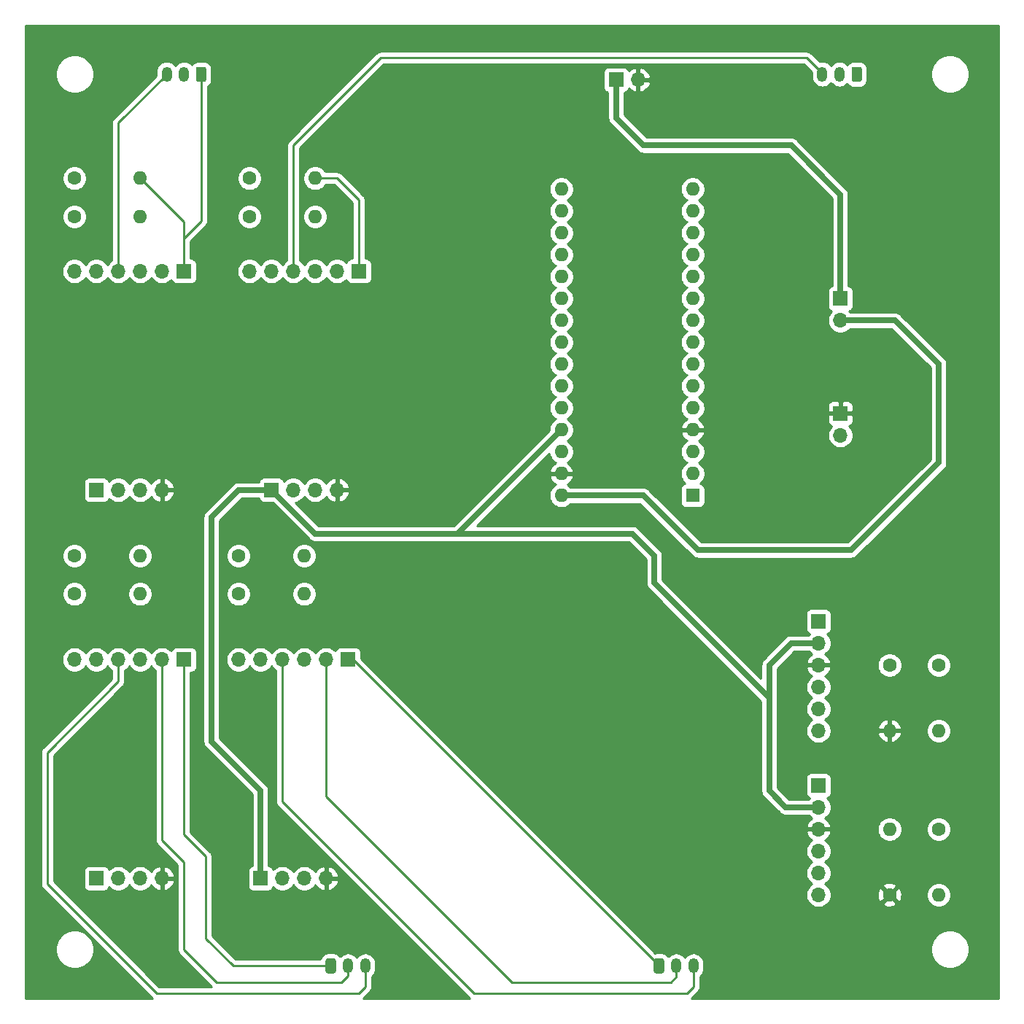
<source format=gbl>
G04 #@! TF.GenerationSoftware,KiCad,Pcbnew,(5.1.9)-1*
G04 #@! TF.CreationDate,2022-03-02T13:11:58-06:00*
G04 #@! TF.ProjectId,V2_load_cell,56325f6c-6f61-4645-9f63-656c6c2e6b69,rev?*
G04 #@! TF.SameCoordinates,Original*
G04 #@! TF.FileFunction,Copper,L2,Bot*
G04 #@! TF.FilePolarity,Positive*
%FSLAX46Y46*%
G04 Gerber Fmt 4.6, Leading zero omitted, Abs format (unit mm)*
G04 Created by KiCad (PCBNEW (5.1.9)-1) date 2022-03-02 13:11:58*
%MOMM*%
%LPD*%
G01*
G04 APERTURE LIST*
G04 #@! TA.AperFunction,ComponentPad*
%ADD10O,1.600000X1.600000*%
G04 #@! TD*
G04 #@! TA.AperFunction,ComponentPad*
%ADD11R,1.600000X1.600000*%
G04 #@! TD*
G04 #@! TA.AperFunction,ComponentPad*
%ADD12O,1.200000X1.750000*%
G04 #@! TD*
G04 #@! TA.AperFunction,ComponentPad*
%ADD13O,1.700000X1.700000*%
G04 #@! TD*
G04 #@! TA.AperFunction,ComponentPad*
%ADD14R,1.700000X1.700000*%
G04 #@! TD*
G04 #@! TA.AperFunction,ComponentPad*
%ADD15C,1.600000*%
G04 #@! TD*
G04 #@! TA.AperFunction,Conductor*
%ADD16C,0.635000*%
G04 #@! TD*
G04 #@! TA.AperFunction,Conductor*
%ADD17C,0.250000*%
G04 #@! TD*
G04 #@! TA.AperFunction,Conductor*
%ADD18C,0.254000*%
G04 #@! TD*
G04 #@! TA.AperFunction,Conductor*
%ADD19C,0.100000*%
G04 #@! TD*
G04 APERTURE END LIST*
D10*
X74930000Y-31750000D03*
X90170000Y-31750000D03*
X74930000Y-67310000D03*
X90170000Y-34290000D03*
X74930000Y-64770000D03*
X90170000Y-36830000D03*
X74930000Y-62230000D03*
X90170000Y-39370000D03*
X74930000Y-59690000D03*
X90170000Y-41910000D03*
X74930000Y-57150000D03*
X90170000Y-44450000D03*
X74930000Y-54610000D03*
X90170000Y-46990000D03*
X74930000Y-52070000D03*
X90170000Y-49530000D03*
X74930000Y-49530000D03*
X90170000Y-52070000D03*
X74930000Y-46990000D03*
X90170000Y-54610000D03*
X74930000Y-44450000D03*
X90170000Y-57150000D03*
X74930000Y-41910000D03*
X90170000Y-59690000D03*
X74930000Y-39370000D03*
X90170000Y-62230000D03*
X74930000Y-36830000D03*
X90170000Y-64770000D03*
X74930000Y-34290000D03*
D11*
X90170000Y-67310000D03*
G04 #@! TA.AperFunction,ComponentPad*
G36*
G01*
X47565000Y-122545001D02*
X47565000Y-121294999D01*
G75*
G02*
X47814999Y-121045000I249999J0D01*
G01*
X48515001Y-121045000D01*
G75*
G02*
X48765000Y-121294999I0J-249999D01*
G01*
X48765000Y-122545001D01*
G75*
G02*
X48515001Y-122795000I-249999J0D01*
G01*
X47814999Y-122795000D01*
G75*
G02*
X47565000Y-122545001I0J249999D01*
G01*
G37*
G04 #@! TD.AperFunction*
D12*
X50165000Y-121920000D03*
X52165000Y-121920000D03*
G04 #@! TA.AperFunction,ComponentPad*
G36*
G01*
X85665000Y-122545001D02*
X85665000Y-121294999D01*
G75*
G02*
X85914999Y-121045000I249999J0D01*
G01*
X86615001Y-121045000D01*
G75*
G02*
X86865000Y-121294999I0J-249999D01*
G01*
X86865000Y-122545001D01*
G75*
G02*
X86615001Y-122795000I-249999J0D01*
G01*
X85914999Y-122795000D01*
G75*
G02*
X85665000Y-122545001I0J249999D01*
G01*
G37*
G04 #@! TD.AperFunction*
X88265000Y-121920000D03*
X90265000Y-121920000D03*
G04 #@! TA.AperFunction,ComponentPad*
G36*
G01*
X109820000Y-17789999D02*
X109820000Y-19040001D01*
G75*
G02*
X109570001Y-19290000I-249999J0D01*
G01*
X108869999Y-19290000D01*
G75*
G02*
X108620000Y-19040001I0J249999D01*
G01*
X108620000Y-17789999D01*
G75*
G02*
X108869999Y-17540000I249999J0D01*
G01*
X109570001Y-17540000D01*
G75*
G02*
X109820000Y-17789999I0J-249999D01*
G01*
G37*
G04 #@! TD.AperFunction*
X107220000Y-18415000D03*
X105220000Y-18415000D03*
G04 #@! TA.AperFunction,ComponentPad*
G36*
G01*
X33715000Y-17789999D02*
X33715000Y-19040001D01*
G75*
G02*
X33465001Y-19290000I-249999J0D01*
G01*
X32764999Y-19290000D01*
G75*
G02*
X32515000Y-19040001I0J249999D01*
G01*
X32515000Y-17789999D01*
G75*
G02*
X32764999Y-17540000I249999J0D01*
G01*
X33465001Y-17540000D01*
G75*
G02*
X33715000Y-17789999I0J-249999D01*
G01*
G37*
G04 #@! TD.AperFunction*
X31115000Y-18415000D03*
X29115000Y-18415000D03*
D13*
X107315000Y-46990000D03*
D14*
X107315000Y-44450000D03*
D13*
X107315000Y-60325000D03*
D14*
X107315000Y-57785000D03*
X50165000Y-86360000D03*
D13*
X47625000Y-86360000D03*
X45085000Y-86360000D03*
X42545000Y-86360000D03*
X40005000Y-86360000D03*
X37465000Y-86360000D03*
D15*
X113030000Y-113665000D03*
D10*
X113030000Y-106045000D03*
D15*
X113030000Y-86995000D03*
D10*
X113030000Y-94615000D03*
D15*
X118745000Y-106045000D03*
D10*
X118745000Y-113665000D03*
D15*
X118745000Y-86995000D03*
D10*
X118745000Y-94615000D03*
D14*
X81280000Y-19050000D03*
D13*
X83820000Y-19050000D03*
X104775000Y-94615000D03*
X104775000Y-92075000D03*
X104775000Y-89535000D03*
X104775000Y-86995000D03*
X104775000Y-84455000D03*
D14*
X104775000Y-81915000D03*
X104775000Y-100965000D03*
D13*
X104775000Y-103505000D03*
X104775000Y-106045000D03*
X104775000Y-108585000D03*
X104775000Y-111125000D03*
X104775000Y-113665000D03*
X18415000Y-41275000D03*
X20955000Y-41275000D03*
X23495000Y-41275000D03*
X26035000Y-41275000D03*
X28575000Y-41275000D03*
D14*
X31115000Y-41275000D03*
D13*
X28575000Y-66675000D03*
X26035000Y-66675000D03*
X23495000Y-66675000D03*
D14*
X20955000Y-66675000D03*
X51435000Y-41275000D03*
D13*
X48895000Y-41275000D03*
X46355000Y-41275000D03*
X43815000Y-41275000D03*
X41275000Y-41275000D03*
X38735000Y-41275000D03*
D14*
X41275000Y-66675000D03*
D13*
X43815000Y-66675000D03*
X46355000Y-66675000D03*
X48895000Y-66675000D03*
X18415000Y-86360000D03*
X20955000Y-86360000D03*
X23495000Y-86360000D03*
X26035000Y-86360000D03*
X28575000Y-86360000D03*
D14*
X31115000Y-86360000D03*
X20955000Y-111760000D03*
D13*
X23495000Y-111760000D03*
X26035000Y-111760000D03*
X28575000Y-111760000D03*
X47625000Y-111760000D03*
X45085000Y-111760000D03*
X42545000Y-111760000D03*
D14*
X40005000Y-111760000D03*
D15*
X18415000Y-34925000D03*
D10*
X26035000Y-34925000D03*
X26035000Y-30480000D03*
D15*
X18415000Y-30480000D03*
D10*
X46355000Y-34925000D03*
D15*
X38735000Y-34925000D03*
X38735000Y-30480000D03*
D10*
X46355000Y-30480000D03*
D15*
X18415000Y-78740000D03*
D10*
X26035000Y-78740000D03*
X26035000Y-74295000D03*
D15*
X18415000Y-74295000D03*
D10*
X45085000Y-78740000D03*
D15*
X37465000Y-78740000D03*
X37465000Y-74295000D03*
D10*
X45085000Y-74295000D03*
D16*
X101600000Y-84455000D02*
X102235000Y-84455000D01*
X102235000Y-84455000D02*
X104775000Y-84455000D01*
X99060000Y-86995000D02*
X101600000Y-84455000D01*
X100965000Y-103505000D02*
X99060000Y-101600000D01*
X104775000Y-103505000D02*
X100965000Y-103505000D01*
X99060000Y-90805000D02*
X99060000Y-86995000D01*
X99060000Y-101600000D02*
X99060000Y-90805000D01*
X91440000Y-83185000D02*
X99060000Y-90805000D01*
X85725000Y-77470000D02*
X91440000Y-83185000D01*
X41275000Y-66675000D02*
X46355000Y-71755000D01*
X83185000Y-71755000D02*
X85725000Y-74295000D01*
X85725000Y-74295000D02*
X85725000Y-77470000D01*
X40005000Y-101600000D02*
X34290000Y-95885000D01*
X34290000Y-95885000D02*
X34290000Y-69850000D01*
X37465000Y-66675000D02*
X41275000Y-66675000D01*
X34290000Y-69850000D02*
X37465000Y-66675000D01*
X40005000Y-111760000D02*
X40005000Y-101600000D01*
X74930000Y-59690000D02*
X62865000Y-71755000D01*
X62865000Y-71755000D02*
X83185000Y-71755000D01*
X46355000Y-71755000D02*
X62865000Y-71755000D01*
D17*
X26035000Y-30480000D02*
X31115000Y-35560000D01*
X31115000Y-35560000D02*
X31115000Y-37465000D01*
X31115000Y-37465000D02*
X31115000Y-41275000D01*
X33115000Y-35465000D02*
X33115000Y-18415000D01*
X31115000Y-37465000D02*
X33115000Y-35465000D01*
X23495000Y-24035000D02*
X29115000Y-18415000D01*
X23495000Y-41275000D02*
X23495000Y-24035000D01*
X103410000Y-16510000D02*
X105315000Y-18415000D01*
X53975000Y-16510000D02*
X103410000Y-16510000D01*
X43815000Y-26670000D02*
X53975000Y-16510000D01*
X43815000Y-41275000D02*
X43815000Y-26670000D01*
X46355000Y-30480000D02*
X48895000Y-30480000D01*
X51435000Y-33020000D02*
X51435000Y-41275000D01*
X48895000Y-30480000D02*
X51435000Y-33020000D01*
X48165000Y-121920000D02*
X47315000Y-121920000D01*
X36830000Y-121920000D02*
X48165000Y-121920000D01*
X33655000Y-118745000D02*
X36830000Y-121920000D01*
X33655000Y-109220000D02*
X33655000Y-118745000D01*
X31115000Y-106680000D02*
X33655000Y-109220000D01*
X31115000Y-86360000D02*
X31115000Y-106680000D01*
X28575000Y-107315000D02*
X28575000Y-104775000D01*
X31115000Y-120015000D02*
X31115000Y-109855000D01*
X34925000Y-123825000D02*
X31115000Y-120015000D01*
X31115000Y-109855000D02*
X28575000Y-107315000D01*
X49385000Y-123825000D02*
X34925000Y-123825000D01*
X50165000Y-123045000D02*
X49385000Y-123825000D01*
X50165000Y-121920000D02*
X50165000Y-123045000D01*
X28575000Y-104775000D02*
X28575000Y-86360000D01*
X28575000Y-105410000D02*
X28575000Y-104775000D01*
X23495000Y-86360000D02*
X23495000Y-88900000D01*
X23495000Y-88900000D02*
X15240000Y-97155000D01*
X52165000Y-124365000D02*
X52165000Y-121920000D01*
X51435000Y-125095000D02*
X52165000Y-124365000D01*
X15240000Y-112395000D02*
X27940000Y-125095000D01*
X27940000Y-125095000D02*
X51435000Y-125095000D01*
X15240000Y-97155000D02*
X15240000Y-112395000D01*
X90265000Y-121920000D02*
X90265000Y-124365000D01*
X90265000Y-124365000D02*
X89535000Y-125095000D01*
X89535000Y-125095000D02*
X64770000Y-125095000D01*
X42545000Y-102870000D02*
X42545000Y-90170000D01*
X64770000Y-125095000D02*
X42545000Y-102870000D01*
X42545000Y-90170000D02*
X42545000Y-90805000D01*
X42545000Y-86360000D02*
X42545000Y-90170000D01*
X88265000Y-121920000D02*
X88265000Y-123190000D01*
X88265000Y-123190000D02*
X87630000Y-123825000D01*
X87630000Y-123825000D02*
X69215000Y-123825000D01*
X47625000Y-102235000D02*
X47625000Y-88900000D01*
X69215000Y-123825000D02*
X47625000Y-102235000D01*
X47625000Y-88900000D02*
X47625000Y-86360000D01*
X47625000Y-90170000D02*
X47625000Y-88900000D01*
X50705000Y-86360000D02*
X86265000Y-121920000D01*
X50165000Y-86360000D02*
X50705000Y-86360000D01*
D16*
X74930000Y-67310000D02*
X84455000Y-67310000D01*
X84455000Y-67310000D02*
X90805000Y-73660000D01*
X90805000Y-73660000D02*
X108585000Y-73660000D01*
X108585000Y-73660000D02*
X118745000Y-63500000D01*
X118745000Y-63500000D02*
X118745000Y-52070000D01*
X113665000Y-46990000D02*
X107315000Y-46990000D01*
X118745000Y-52070000D02*
X113665000Y-46990000D01*
X107315000Y-32385000D02*
X107315000Y-44450000D01*
X101600000Y-26670000D02*
X107315000Y-32385000D01*
X84455000Y-26670000D02*
X101600000Y-26670000D01*
X81280000Y-23495000D02*
X84455000Y-26670000D01*
X81280000Y-19050000D02*
X81280000Y-23495000D01*
D18*
X125705000Y-125705000D02*
X89989707Y-125705000D01*
X90075001Y-125635001D01*
X90098803Y-125605998D01*
X90776002Y-124928799D01*
X90805001Y-124905001D01*
X90831332Y-124872917D01*
X90899974Y-124789277D01*
X90970546Y-124657247D01*
X90991346Y-124588676D01*
X91014003Y-124513986D01*
X91025000Y-124402333D01*
X91025000Y-124402323D01*
X91028676Y-124365000D01*
X91025000Y-124327677D01*
X91025000Y-123168933D01*
X91142502Y-123072502D01*
X91296833Y-122884449D01*
X91411511Y-122669900D01*
X91482130Y-122437101D01*
X91500000Y-122255664D01*
X91500000Y-121584335D01*
X91482130Y-121402898D01*
X91411511Y-121170099D01*
X91296833Y-120955551D01*
X91142502Y-120767498D01*
X90954448Y-120613167D01*
X90739900Y-120498489D01*
X90507101Y-120427870D01*
X90265000Y-120404025D01*
X90022898Y-120427870D01*
X89790099Y-120498489D01*
X89575551Y-120613167D01*
X89387498Y-120767498D01*
X89265000Y-120916763D01*
X89142502Y-120767498D01*
X88954448Y-120613167D01*
X88739900Y-120498489D01*
X88507101Y-120427870D01*
X88265000Y-120404025D01*
X88022898Y-120427870D01*
X87790099Y-120498489D01*
X87575551Y-120613167D01*
X87387498Y-120767498D01*
X87355809Y-120806111D01*
X87353405Y-120801613D01*
X87242962Y-120667038D01*
X87108387Y-120556595D01*
X86954851Y-120474528D01*
X86788255Y-120423992D01*
X86615001Y-120406928D01*
X85914999Y-120406928D01*
X85834644Y-120414842D01*
X85214674Y-119794872D01*
X117780000Y-119794872D01*
X117780000Y-120235128D01*
X117865890Y-120666925D01*
X118034369Y-121073669D01*
X118278962Y-121439729D01*
X118590271Y-121751038D01*
X118956331Y-121995631D01*
X119363075Y-122164110D01*
X119794872Y-122250000D01*
X120235128Y-122250000D01*
X120666925Y-122164110D01*
X121073669Y-121995631D01*
X121439729Y-121751038D01*
X121751038Y-121439729D01*
X121995631Y-121073669D01*
X122164110Y-120666925D01*
X122250000Y-120235128D01*
X122250000Y-119794872D01*
X122164110Y-119363075D01*
X121995631Y-118956331D01*
X121751038Y-118590271D01*
X121439729Y-118278962D01*
X121073669Y-118034369D01*
X120666925Y-117865890D01*
X120235128Y-117780000D01*
X119794872Y-117780000D01*
X119363075Y-117865890D01*
X118956331Y-118034369D01*
X118590271Y-118278962D01*
X118278962Y-118590271D01*
X118034369Y-118956331D01*
X117865890Y-119363075D01*
X117780000Y-119794872D01*
X85214674Y-119794872D01*
X73858542Y-108438740D01*
X103290000Y-108438740D01*
X103290000Y-108731260D01*
X103347068Y-109018158D01*
X103459010Y-109288411D01*
X103621525Y-109531632D01*
X103828368Y-109738475D01*
X104002760Y-109855000D01*
X103828368Y-109971525D01*
X103621525Y-110178368D01*
X103459010Y-110421589D01*
X103347068Y-110691842D01*
X103290000Y-110978740D01*
X103290000Y-111271260D01*
X103347068Y-111558158D01*
X103459010Y-111828411D01*
X103621525Y-112071632D01*
X103828368Y-112278475D01*
X104002760Y-112395000D01*
X103828368Y-112511525D01*
X103621525Y-112718368D01*
X103459010Y-112961589D01*
X103347068Y-113231842D01*
X103290000Y-113518740D01*
X103290000Y-113811260D01*
X103347068Y-114098158D01*
X103459010Y-114368411D01*
X103621525Y-114611632D01*
X103828368Y-114818475D01*
X104071589Y-114980990D01*
X104341842Y-115092932D01*
X104628740Y-115150000D01*
X104921260Y-115150000D01*
X105208158Y-115092932D01*
X105478411Y-114980990D01*
X105721632Y-114818475D01*
X105882405Y-114657702D01*
X112216903Y-114657702D01*
X112288486Y-114901671D01*
X112543996Y-115022571D01*
X112818184Y-115091300D01*
X113100512Y-115105217D01*
X113380130Y-115063787D01*
X113646292Y-114968603D01*
X113771514Y-114901671D01*
X113843097Y-114657702D01*
X113030000Y-113844605D01*
X112216903Y-114657702D01*
X105882405Y-114657702D01*
X105928475Y-114611632D01*
X106090990Y-114368411D01*
X106202932Y-114098158D01*
X106260000Y-113811260D01*
X106260000Y-113735512D01*
X111589783Y-113735512D01*
X111631213Y-114015130D01*
X111726397Y-114281292D01*
X111793329Y-114406514D01*
X112037298Y-114478097D01*
X112850395Y-113665000D01*
X113209605Y-113665000D01*
X114022702Y-114478097D01*
X114266671Y-114406514D01*
X114387571Y-114151004D01*
X114456300Y-113876816D01*
X114470217Y-113594488D01*
X114459724Y-113523665D01*
X117310000Y-113523665D01*
X117310000Y-113806335D01*
X117365147Y-114083574D01*
X117473320Y-114344727D01*
X117630363Y-114579759D01*
X117830241Y-114779637D01*
X118065273Y-114936680D01*
X118326426Y-115044853D01*
X118603665Y-115100000D01*
X118886335Y-115100000D01*
X119163574Y-115044853D01*
X119424727Y-114936680D01*
X119659759Y-114779637D01*
X119859637Y-114579759D01*
X120016680Y-114344727D01*
X120124853Y-114083574D01*
X120180000Y-113806335D01*
X120180000Y-113523665D01*
X120124853Y-113246426D01*
X120016680Y-112985273D01*
X119859637Y-112750241D01*
X119659759Y-112550363D01*
X119424727Y-112393320D01*
X119163574Y-112285147D01*
X118886335Y-112230000D01*
X118603665Y-112230000D01*
X118326426Y-112285147D01*
X118065273Y-112393320D01*
X117830241Y-112550363D01*
X117630363Y-112750241D01*
X117473320Y-112985273D01*
X117365147Y-113246426D01*
X117310000Y-113523665D01*
X114459724Y-113523665D01*
X114428787Y-113314870D01*
X114333603Y-113048708D01*
X114266671Y-112923486D01*
X114022702Y-112851903D01*
X113209605Y-113665000D01*
X112850395Y-113665000D01*
X112037298Y-112851903D01*
X111793329Y-112923486D01*
X111672429Y-113178996D01*
X111603700Y-113453184D01*
X111589783Y-113735512D01*
X106260000Y-113735512D01*
X106260000Y-113518740D01*
X106202932Y-113231842D01*
X106090990Y-112961589D01*
X105928475Y-112718368D01*
X105882405Y-112672298D01*
X112216903Y-112672298D01*
X113030000Y-113485395D01*
X113843097Y-112672298D01*
X113771514Y-112428329D01*
X113516004Y-112307429D01*
X113241816Y-112238700D01*
X112959488Y-112224783D01*
X112679870Y-112266213D01*
X112413708Y-112361397D01*
X112288486Y-112428329D01*
X112216903Y-112672298D01*
X105882405Y-112672298D01*
X105721632Y-112511525D01*
X105547240Y-112395000D01*
X105721632Y-112278475D01*
X105928475Y-112071632D01*
X106090990Y-111828411D01*
X106202932Y-111558158D01*
X106260000Y-111271260D01*
X106260000Y-110978740D01*
X106202932Y-110691842D01*
X106090990Y-110421589D01*
X105928475Y-110178368D01*
X105721632Y-109971525D01*
X105547240Y-109855000D01*
X105721632Y-109738475D01*
X105928475Y-109531632D01*
X106090990Y-109288411D01*
X106202932Y-109018158D01*
X106260000Y-108731260D01*
X106260000Y-108438740D01*
X106202932Y-108151842D01*
X106090990Y-107881589D01*
X105928475Y-107638368D01*
X105721632Y-107431525D01*
X105539466Y-107309805D01*
X105656355Y-107240178D01*
X105872588Y-107045269D01*
X106046641Y-106811920D01*
X106171825Y-106549099D01*
X106216476Y-106401890D01*
X106095155Y-106172000D01*
X104902000Y-106172000D01*
X104902000Y-106192000D01*
X104648000Y-106192000D01*
X104648000Y-106172000D01*
X103454845Y-106172000D01*
X103333524Y-106401890D01*
X103378175Y-106549099D01*
X103503359Y-106811920D01*
X103677412Y-107045269D01*
X103893645Y-107240178D01*
X104010534Y-107309805D01*
X103828368Y-107431525D01*
X103621525Y-107638368D01*
X103459010Y-107881589D01*
X103347068Y-108151842D01*
X103290000Y-108438740D01*
X73858542Y-108438740D01*
X51653072Y-86233271D01*
X51653072Y-85510000D01*
X51640812Y-85385518D01*
X51604502Y-85265820D01*
X51545537Y-85155506D01*
X51466185Y-85058815D01*
X51369494Y-84979463D01*
X51259180Y-84920498D01*
X51139482Y-84884188D01*
X51015000Y-84871928D01*
X49315000Y-84871928D01*
X49190518Y-84884188D01*
X49070820Y-84920498D01*
X48960506Y-84979463D01*
X48863815Y-85058815D01*
X48784463Y-85155506D01*
X48725498Y-85265820D01*
X48703487Y-85338380D01*
X48571632Y-85206525D01*
X48328411Y-85044010D01*
X48058158Y-84932068D01*
X47771260Y-84875000D01*
X47478740Y-84875000D01*
X47191842Y-84932068D01*
X46921589Y-85044010D01*
X46678368Y-85206525D01*
X46471525Y-85413368D01*
X46355000Y-85587760D01*
X46238475Y-85413368D01*
X46031632Y-85206525D01*
X45788411Y-85044010D01*
X45518158Y-84932068D01*
X45231260Y-84875000D01*
X44938740Y-84875000D01*
X44651842Y-84932068D01*
X44381589Y-85044010D01*
X44138368Y-85206525D01*
X43931525Y-85413368D01*
X43815000Y-85587760D01*
X43698475Y-85413368D01*
X43491632Y-85206525D01*
X43248411Y-85044010D01*
X42978158Y-84932068D01*
X42691260Y-84875000D01*
X42398740Y-84875000D01*
X42111842Y-84932068D01*
X41841589Y-85044010D01*
X41598368Y-85206525D01*
X41391525Y-85413368D01*
X41275000Y-85587760D01*
X41158475Y-85413368D01*
X40951632Y-85206525D01*
X40708411Y-85044010D01*
X40438158Y-84932068D01*
X40151260Y-84875000D01*
X39858740Y-84875000D01*
X39571842Y-84932068D01*
X39301589Y-85044010D01*
X39058368Y-85206525D01*
X38851525Y-85413368D01*
X38735000Y-85587760D01*
X38618475Y-85413368D01*
X38411632Y-85206525D01*
X38168411Y-85044010D01*
X37898158Y-84932068D01*
X37611260Y-84875000D01*
X37318740Y-84875000D01*
X37031842Y-84932068D01*
X36761589Y-85044010D01*
X36518368Y-85206525D01*
X36311525Y-85413368D01*
X36149010Y-85656589D01*
X36037068Y-85926842D01*
X35980000Y-86213740D01*
X35980000Y-86506260D01*
X36037068Y-86793158D01*
X36149010Y-87063411D01*
X36311525Y-87306632D01*
X36518368Y-87513475D01*
X36761589Y-87675990D01*
X37031842Y-87787932D01*
X37318740Y-87845000D01*
X37611260Y-87845000D01*
X37898158Y-87787932D01*
X38168411Y-87675990D01*
X38411632Y-87513475D01*
X38618475Y-87306632D01*
X38735000Y-87132240D01*
X38851525Y-87306632D01*
X39058368Y-87513475D01*
X39301589Y-87675990D01*
X39571842Y-87787932D01*
X39858740Y-87845000D01*
X40151260Y-87845000D01*
X40438158Y-87787932D01*
X40708411Y-87675990D01*
X40951632Y-87513475D01*
X41158475Y-87306632D01*
X41275000Y-87132240D01*
X41391525Y-87306632D01*
X41598368Y-87513475D01*
X41785000Y-87638179D01*
X41785001Y-90132658D01*
X41785000Y-90132668D01*
X41785000Y-90842333D01*
X41785001Y-90842343D01*
X41785000Y-102832678D01*
X41781324Y-102870000D01*
X41785000Y-102907322D01*
X41785000Y-102907332D01*
X41795997Y-103018985D01*
X41812031Y-103071842D01*
X41839454Y-103162246D01*
X41910026Y-103294276D01*
X41949871Y-103342826D01*
X42004999Y-103410001D01*
X42034003Y-103433804D01*
X64206205Y-125606008D01*
X64229999Y-125635001D01*
X64258992Y-125658795D01*
X64258996Y-125658799D01*
X64315293Y-125705000D01*
X51889707Y-125705000D01*
X51975001Y-125635001D01*
X51998803Y-125605998D01*
X52676004Y-124928798D01*
X52705001Y-124905001D01*
X52731332Y-124872917D01*
X52799974Y-124789277D01*
X52870546Y-124657247D01*
X52891346Y-124588676D01*
X52914003Y-124513986D01*
X52925000Y-124402333D01*
X52925000Y-124402323D01*
X52928676Y-124365000D01*
X52925000Y-124327677D01*
X52925000Y-123168933D01*
X53042502Y-123072502D01*
X53196833Y-122884449D01*
X53311511Y-122669900D01*
X53382130Y-122437101D01*
X53400000Y-122255664D01*
X53400000Y-121584335D01*
X53382130Y-121402898D01*
X53311511Y-121170099D01*
X53196833Y-120955551D01*
X53042502Y-120767498D01*
X52854448Y-120613167D01*
X52639900Y-120498489D01*
X52407101Y-120427870D01*
X52165000Y-120404025D01*
X51922898Y-120427870D01*
X51690099Y-120498489D01*
X51475551Y-120613167D01*
X51287498Y-120767498D01*
X51165000Y-120916763D01*
X51042502Y-120767498D01*
X50854448Y-120613167D01*
X50639900Y-120498489D01*
X50407101Y-120427870D01*
X50165000Y-120404025D01*
X49922898Y-120427870D01*
X49690099Y-120498489D01*
X49475551Y-120613167D01*
X49287498Y-120767498D01*
X49255809Y-120806111D01*
X49253405Y-120801613D01*
X49142962Y-120667038D01*
X49008387Y-120556595D01*
X48854851Y-120474528D01*
X48688255Y-120423992D01*
X48515001Y-120406928D01*
X47814999Y-120406928D01*
X47641745Y-120423992D01*
X47475149Y-120474528D01*
X47321613Y-120556595D01*
X47187038Y-120667038D01*
X47076595Y-120801613D01*
X46994528Y-120955149D01*
X46943992Y-121121745D01*
X46940224Y-121160000D01*
X37144802Y-121160000D01*
X34415000Y-118430199D01*
X34415000Y-109257322D01*
X34418676Y-109219999D01*
X34415000Y-109182676D01*
X34415000Y-109182667D01*
X34404003Y-109071014D01*
X34360546Y-108927753D01*
X34289974Y-108795724D01*
X34237070Y-108731260D01*
X34218799Y-108708996D01*
X34218795Y-108708992D01*
X34195001Y-108679999D01*
X34166009Y-108656206D01*
X31875000Y-106365199D01*
X31875000Y-87848072D01*
X31965000Y-87848072D01*
X32089482Y-87835812D01*
X32209180Y-87799502D01*
X32319494Y-87740537D01*
X32416185Y-87661185D01*
X32495537Y-87564494D01*
X32554502Y-87454180D01*
X32590812Y-87334482D01*
X32603072Y-87210000D01*
X32603072Y-85510000D01*
X32590812Y-85385518D01*
X32554502Y-85265820D01*
X32495537Y-85155506D01*
X32416185Y-85058815D01*
X32319494Y-84979463D01*
X32209180Y-84920498D01*
X32089482Y-84884188D01*
X31965000Y-84871928D01*
X30265000Y-84871928D01*
X30140518Y-84884188D01*
X30020820Y-84920498D01*
X29910506Y-84979463D01*
X29813815Y-85058815D01*
X29734463Y-85155506D01*
X29675498Y-85265820D01*
X29653487Y-85338380D01*
X29521632Y-85206525D01*
X29278411Y-85044010D01*
X29008158Y-84932068D01*
X28721260Y-84875000D01*
X28428740Y-84875000D01*
X28141842Y-84932068D01*
X27871589Y-85044010D01*
X27628368Y-85206525D01*
X27421525Y-85413368D01*
X27305000Y-85587760D01*
X27188475Y-85413368D01*
X26981632Y-85206525D01*
X26738411Y-85044010D01*
X26468158Y-84932068D01*
X26181260Y-84875000D01*
X25888740Y-84875000D01*
X25601842Y-84932068D01*
X25331589Y-85044010D01*
X25088368Y-85206525D01*
X24881525Y-85413368D01*
X24765000Y-85587760D01*
X24648475Y-85413368D01*
X24441632Y-85206525D01*
X24198411Y-85044010D01*
X23928158Y-84932068D01*
X23641260Y-84875000D01*
X23348740Y-84875000D01*
X23061842Y-84932068D01*
X22791589Y-85044010D01*
X22548368Y-85206525D01*
X22341525Y-85413368D01*
X22225000Y-85587760D01*
X22108475Y-85413368D01*
X21901632Y-85206525D01*
X21658411Y-85044010D01*
X21388158Y-84932068D01*
X21101260Y-84875000D01*
X20808740Y-84875000D01*
X20521842Y-84932068D01*
X20251589Y-85044010D01*
X20008368Y-85206525D01*
X19801525Y-85413368D01*
X19685000Y-85587760D01*
X19568475Y-85413368D01*
X19361632Y-85206525D01*
X19118411Y-85044010D01*
X18848158Y-84932068D01*
X18561260Y-84875000D01*
X18268740Y-84875000D01*
X17981842Y-84932068D01*
X17711589Y-85044010D01*
X17468368Y-85206525D01*
X17261525Y-85413368D01*
X17099010Y-85656589D01*
X16987068Y-85926842D01*
X16930000Y-86213740D01*
X16930000Y-86506260D01*
X16987068Y-86793158D01*
X17099010Y-87063411D01*
X17261525Y-87306632D01*
X17468368Y-87513475D01*
X17711589Y-87675990D01*
X17981842Y-87787932D01*
X18268740Y-87845000D01*
X18561260Y-87845000D01*
X18848158Y-87787932D01*
X19118411Y-87675990D01*
X19361632Y-87513475D01*
X19568475Y-87306632D01*
X19685000Y-87132240D01*
X19801525Y-87306632D01*
X20008368Y-87513475D01*
X20251589Y-87675990D01*
X20521842Y-87787932D01*
X20808740Y-87845000D01*
X21101260Y-87845000D01*
X21388158Y-87787932D01*
X21658411Y-87675990D01*
X21901632Y-87513475D01*
X22108475Y-87306632D01*
X22225000Y-87132240D01*
X22341525Y-87306632D01*
X22548368Y-87513475D01*
X22735001Y-87638179D01*
X22735001Y-88585197D01*
X14729003Y-96591196D01*
X14699999Y-96614999D01*
X14645993Y-96680806D01*
X14605026Y-96730724D01*
X14555320Y-96823717D01*
X14534454Y-96862754D01*
X14490997Y-97006015D01*
X14480000Y-97117668D01*
X14480000Y-97117678D01*
X14476324Y-97155000D01*
X14480000Y-97192322D01*
X14480001Y-112357667D01*
X14476324Y-112395000D01*
X14480001Y-112432333D01*
X14490998Y-112543986D01*
X14504180Y-112587442D01*
X14534454Y-112687246D01*
X14605026Y-112819276D01*
X14676201Y-112906002D01*
X14700000Y-112935001D01*
X14728998Y-112958799D01*
X27376201Y-125606003D01*
X27399999Y-125635001D01*
X27485293Y-125705000D01*
X12725000Y-125705000D01*
X12725000Y-119794872D01*
X16180000Y-119794872D01*
X16180000Y-120235128D01*
X16265890Y-120666925D01*
X16434369Y-121073669D01*
X16678962Y-121439729D01*
X16990271Y-121751038D01*
X17356331Y-121995631D01*
X17763075Y-122164110D01*
X18194872Y-122250000D01*
X18635128Y-122250000D01*
X19066925Y-122164110D01*
X19473669Y-121995631D01*
X19839729Y-121751038D01*
X20151038Y-121439729D01*
X20395631Y-121073669D01*
X20564110Y-120666925D01*
X20650000Y-120235128D01*
X20650000Y-119794872D01*
X20564110Y-119363075D01*
X20395631Y-118956331D01*
X20151038Y-118590271D01*
X19839729Y-118278962D01*
X19473669Y-118034369D01*
X19066925Y-117865890D01*
X18635128Y-117780000D01*
X18194872Y-117780000D01*
X17763075Y-117865890D01*
X17356331Y-118034369D01*
X16990271Y-118278962D01*
X16678962Y-118590271D01*
X16434369Y-118956331D01*
X16265890Y-119363075D01*
X16180000Y-119794872D01*
X12725000Y-119794872D01*
X12725000Y-78598665D01*
X16980000Y-78598665D01*
X16980000Y-78881335D01*
X17035147Y-79158574D01*
X17143320Y-79419727D01*
X17300363Y-79654759D01*
X17500241Y-79854637D01*
X17735273Y-80011680D01*
X17996426Y-80119853D01*
X18273665Y-80175000D01*
X18556335Y-80175000D01*
X18833574Y-80119853D01*
X19094727Y-80011680D01*
X19329759Y-79854637D01*
X19529637Y-79654759D01*
X19686680Y-79419727D01*
X19794853Y-79158574D01*
X19850000Y-78881335D01*
X19850000Y-78598665D01*
X24600000Y-78598665D01*
X24600000Y-78881335D01*
X24655147Y-79158574D01*
X24763320Y-79419727D01*
X24920363Y-79654759D01*
X25120241Y-79854637D01*
X25355273Y-80011680D01*
X25616426Y-80119853D01*
X25893665Y-80175000D01*
X26176335Y-80175000D01*
X26453574Y-80119853D01*
X26714727Y-80011680D01*
X26949759Y-79854637D01*
X27149637Y-79654759D01*
X27306680Y-79419727D01*
X27414853Y-79158574D01*
X27470000Y-78881335D01*
X27470000Y-78598665D01*
X27414853Y-78321426D01*
X27306680Y-78060273D01*
X27149637Y-77825241D01*
X26949759Y-77625363D01*
X26714727Y-77468320D01*
X26453574Y-77360147D01*
X26176335Y-77305000D01*
X25893665Y-77305000D01*
X25616426Y-77360147D01*
X25355273Y-77468320D01*
X25120241Y-77625363D01*
X24920363Y-77825241D01*
X24763320Y-78060273D01*
X24655147Y-78321426D01*
X24600000Y-78598665D01*
X19850000Y-78598665D01*
X19794853Y-78321426D01*
X19686680Y-78060273D01*
X19529637Y-77825241D01*
X19329759Y-77625363D01*
X19094727Y-77468320D01*
X18833574Y-77360147D01*
X18556335Y-77305000D01*
X18273665Y-77305000D01*
X17996426Y-77360147D01*
X17735273Y-77468320D01*
X17500241Y-77625363D01*
X17300363Y-77825241D01*
X17143320Y-78060273D01*
X17035147Y-78321426D01*
X16980000Y-78598665D01*
X12725000Y-78598665D01*
X12725000Y-74153665D01*
X16980000Y-74153665D01*
X16980000Y-74436335D01*
X17035147Y-74713574D01*
X17143320Y-74974727D01*
X17300363Y-75209759D01*
X17500241Y-75409637D01*
X17735273Y-75566680D01*
X17996426Y-75674853D01*
X18273665Y-75730000D01*
X18556335Y-75730000D01*
X18833574Y-75674853D01*
X19094727Y-75566680D01*
X19329759Y-75409637D01*
X19529637Y-75209759D01*
X19686680Y-74974727D01*
X19794853Y-74713574D01*
X19850000Y-74436335D01*
X19850000Y-74153665D01*
X24600000Y-74153665D01*
X24600000Y-74436335D01*
X24655147Y-74713574D01*
X24763320Y-74974727D01*
X24920363Y-75209759D01*
X25120241Y-75409637D01*
X25355273Y-75566680D01*
X25616426Y-75674853D01*
X25893665Y-75730000D01*
X26176335Y-75730000D01*
X26453574Y-75674853D01*
X26714727Y-75566680D01*
X26949759Y-75409637D01*
X27149637Y-75209759D01*
X27306680Y-74974727D01*
X27414853Y-74713574D01*
X27470000Y-74436335D01*
X27470000Y-74153665D01*
X27414853Y-73876426D01*
X27306680Y-73615273D01*
X27149637Y-73380241D01*
X26949759Y-73180363D01*
X26714727Y-73023320D01*
X26453574Y-72915147D01*
X26176335Y-72860000D01*
X25893665Y-72860000D01*
X25616426Y-72915147D01*
X25355273Y-73023320D01*
X25120241Y-73180363D01*
X24920363Y-73380241D01*
X24763320Y-73615273D01*
X24655147Y-73876426D01*
X24600000Y-74153665D01*
X19850000Y-74153665D01*
X19794853Y-73876426D01*
X19686680Y-73615273D01*
X19529637Y-73380241D01*
X19329759Y-73180363D01*
X19094727Y-73023320D01*
X18833574Y-72915147D01*
X18556335Y-72860000D01*
X18273665Y-72860000D01*
X17996426Y-72915147D01*
X17735273Y-73023320D01*
X17500241Y-73180363D01*
X17300363Y-73380241D01*
X17143320Y-73615273D01*
X17035147Y-73876426D01*
X16980000Y-74153665D01*
X12725000Y-74153665D01*
X12725000Y-69850000D01*
X33332892Y-69850000D01*
X33337501Y-69896795D01*
X33337500Y-95838215D01*
X33332892Y-95885000D01*
X33337500Y-95931784D01*
X33351283Y-96071722D01*
X33405748Y-96251268D01*
X33494194Y-96416741D01*
X33613222Y-96561778D01*
X33649569Y-96591607D01*
X39052501Y-101994539D01*
X39052500Y-110282023D01*
X39030518Y-110284188D01*
X38910820Y-110320498D01*
X38800506Y-110379463D01*
X38703815Y-110458815D01*
X38624463Y-110555506D01*
X38565498Y-110665820D01*
X38529188Y-110785518D01*
X38516928Y-110910000D01*
X38516928Y-112610000D01*
X38529188Y-112734482D01*
X38565498Y-112854180D01*
X38624463Y-112964494D01*
X38703815Y-113061185D01*
X38800506Y-113140537D01*
X38910820Y-113199502D01*
X39030518Y-113235812D01*
X39155000Y-113248072D01*
X40855000Y-113248072D01*
X40979482Y-113235812D01*
X41099180Y-113199502D01*
X41209494Y-113140537D01*
X41306185Y-113061185D01*
X41385537Y-112964494D01*
X41444502Y-112854180D01*
X41466513Y-112781620D01*
X41598368Y-112913475D01*
X41841589Y-113075990D01*
X42111842Y-113187932D01*
X42398740Y-113245000D01*
X42691260Y-113245000D01*
X42978158Y-113187932D01*
X43248411Y-113075990D01*
X43491632Y-112913475D01*
X43698475Y-112706632D01*
X43815000Y-112532240D01*
X43931525Y-112706632D01*
X44138368Y-112913475D01*
X44381589Y-113075990D01*
X44651842Y-113187932D01*
X44938740Y-113245000D01*
X45231260Y-113245000D01*
X45518158Y-113187932D01*
X45788411Y-113075990D01*
X46031632Y-112913475D01*
X46238475Y-112706632D01*
X46360195Y-112524466D01*
X46429822Y-112641355D01*
X46624731Y-112857588D01*
X46858080Y-113031641D01*
X47120901Y-113156825D01*
X47268110Y-113201476D01*
X47498000Y-113080155D01*
X47498000Y-111887000D01*
X47752000Y-111887000D01*
X47752000Y-113080155D01*
X47981890Y-113201476D01*
X48129099Y-113156825D01*
X48391920Y-113031641D01*
X48625269Y-112857588D01*
X48820178Y-112641355D01*
X48969157Y-112391252D01*
X49066481Y-112116891D01*
X48945814Y-111887000D01*
X47752000Y-111887000D01*
X47498000Y-111887000D01*
X47478000Y-111887000D01*
X47478000Y-111633000D01*
X47498000Y-111633000D01*
X47498000Y-110439845D01*
X47752000Y-110439845D01*
X47752000Y-111633000D01*
X48945814Y-111633000D01*
X49066481Y-111403109D01*
X48969157Y-111128748D01*
X48820178Y-110878645D01*
X48625269Y-110662412D01*
X48391920Y-110488359D01*
X48129099Y-110363175D01*
X47981890Y-110318524D01*
X47752000Y-110439845D01*
X47498000Y-110439845D01*
X47268110Y-110318524D01*
X47120901Y-110363175D01*
X46858080Y-110488359D01*
X46624731Y-110662412D01*
X46429822Y-110878645D01*
X46360195Y-110995534D01*
X46238475Y-110813368D01*
X46031632Y-110606525D01*
X45788411Y-110444010D01*
X45518158Y-110332068D01*
X45231260Y-110275000D01*
X44938740Y-110275000D01*
X44651842Y-110332068D01*
X44381589Y-110444010D01*
X44138368Y-110606525D01*
X43931525Y-110813368D01*
X43815000Y-110987760D01*
X43698475Y-110813368D01*
X43491632Y-110606525D01*
X43248411Y-110444010D01*
X42978158Y-110332068D01*
X42691260Y-110275000D01*
X42398740Y-110275000D01*
X42111842Y-110332068D01*
X41841589Y-110444010D01*
X41598368Y-110606525D01*
X41466513Y-110738380D01*
X41444502Y-110665820D01*
X41385537Y-110555506D01*
X41306185Y-110458815D01*
X41209494Y-110379463D01*
X41099180Y-110320498D01*
X40979482Y-110284188D01*
X40957500Y-110282023D01*
X40957500Y-101646784D01*
X40962108Y-101600000D01*
X40955160Y-101529454D01*
X40943717Y-101413277D01*
X40889252Y-101233731D01*
X40800806Y-101068259D01*
X40681778Y-100923222D01*
X40645431Y-100893393D01*
X35242500Y-95490462D01*
X35242500Y-78598665D01*
X36030000Y-78598665D01*
X36030000Y-78881335D01*
X36085147Y-79158574D01*
X36193320Y-79419727D01*
X36350363Y-79654759D01*
X36550241Y-79854637D01*
X36785273Y-80011680D01*
X37046426Y-80119853D01*
X37323665Y-80175000D01*
X37606335Y-80175000D01*
X37883574Y-80119853D01*
X38144727Y-80011680D01*
X38379759Y-79854637D01*
X38579637Y-79654759D01*
X38736680Y-79419727D01*
X38844853Y-79158574D01*
X38900000Y-78881335D01*
X38900000Y-78598665D01*
X43650000Y-78598665D01*
X43650000Y-78881335D01*
X43705147Y-79158574D01*
X43813320Y-79419727D01*
X43970363Y-79654759D01*
X44170241Y-79854637D01*
X44405273Y-80011680D01*
X44666426Y-80119853D01*
X44943665Y-80175000D01*
X45226335Y-80175000D01*
X45503574Y-80119853D01*
X45764727Y-80011680D01*
X45999759Y-79854637D01*
X46199637Y-79654759D01*
X46356680Y-79419727D01*
X46464853Y-79158574D01*
X46520000Y-78881335D01*
X46520000Y-78598665D01*
X46464853Y-78321426D01*
X46356680Y-78060273D01*
X46199637Y-77825241D01*
X45999759Y-77625363D01*
X45764727Y-77468320D01*
X45503574Y-77360147D01*
X45226335Y-77305000D01*
X44943665Y-77305000D01*
X44666426Y-77360147D01*
X44405273Y-77468320D01*
X44170241Y-77625363D01*
X43970363Y-77825241D01*
X43813320Y-78060273D01*
X43705147Y-78321426D01*
X43650000Y-78598665D01*
X38900000Y-78598665D01*
X38844853Y-78321426D01*
X38736680Y-78060273D01*
X38579637Y-77825241D01*
X38379759Y-77625363D01*
X38144727Y-77468320D01*
X37883574Y-77360147D01*
X37606335Y-77305000D01*
X37323665Y-77305000D01*
X37046426Y-77360147D01*
X36785273Y-77468320D01*
X36550241Y-77625363D01*
X36350363Y-77825241D01*
X36193320Y-78060273D01*
X36085147Y-78321426D01*
X36030000Y-78598665D01*
X35242500Y-78598665D01*
X35242500Y-74153665D01*
X36030000Y-74153665D01*
X36030000Y-74436335D01*
X36085147Y-74713574D01*
X36193320Y-74974727D01*
X36350363Y-75209759D01*
X36550241Y-75409637D01*
X36785273Y-75566680D01*
X37046426Y-75674853D01*
X37323665Y-75730000D01*
X37606335Y-75730000D01*
X37883574Y-75674853D01*
X38144727Y-75566680D01*
X38379759Y-75409637D01*
X38579637Y-75209759D01*
X38736680Y-74974727D01*
X38844853Y-74713574D01*
X38900000Y-74436335D01*
X38900000Y-74153665D01*
X43650000Y-74153665D01*
X43650000Y-74436335D01*
X43705147Y-74713574D01*
X43813320Y-74974727D01*
X43970363Y-75209759D01*
X44170241Y-75409637D01*
X44405273Y-75566680D01*
X44666426Y-75674853D01*
X44943665Y-75730000D01*
X45226335Y-75730000D01*
X45503574Y-75674853D01*
X45764727Y-75566680D01*
X45999759Y-75409637D01*
X46199637Y-75209759D01*
X46356680Y-74974727D01*
X46464853Y-74713574D01*
X46520000Y-74436335D01*
X46520000Y-74153665D01*
X46464853Y-73876426D01*
X46356680Y-73615273D01*
X46199637Y-73380241D01*
X45999759Y-73180363D01*
X45764727Y-73023320D01*
X45503574Y-72915147D01*
X45226335Y-72860000D01*
X44943665Y-72860000D01*
X44666426Y-72915147D01*
X44405273Y-73023320D01*
X44170241Y-73180363D01*
X43970363Y-73380241D01*
X43813320Y-73615273D01*
X43705147Y-73876426D01*
X43650000Y-74153665D01*
X38900000Y-74153665D01*
X38844853Y-73876426D01*
X38736680Y-73615273D01*
X38579637Y-73380241D01*
X38379759Y-73180363D01*
X38144727Y-73023320D01*
X37883574Y-72915147D01*
X37606335Y-72860000D01*
X37323665Y-72860000D01*
X37046426Y-72915147D01*
X36785273Y-73023320D01*
X36550241Y-73180363D01*
X36350363Y-73380241D01*
X36193320Y-73615273D01*
X36085147Y-73876426D01*
X36030000Y-74153665D01*
X35242500Y-74153665D01*
X35242500Y-70244538D01*
X37859539Y-67627500D01*
X39797023Y-67627500D01*
X39799188Y-67649482D01*
X39835498Y-67769180D01*
X39894463Y-67879494D01*
X39973815Y-67976185D01*
X40070506Y-68055537D01*
X40180820Y-68114502D01*
X40300518Y-68150812D01*
X40425000Y-68163072D01*
X41416034Y-68163072D01*
X45648397Y-72395436D01*
X45678222Y-72431778D01*
X45823259Y-72550806D01*
X45988731Y-72639252D01*
X46168277Y-72693717D01*
X46355000Y-72712108D01*
X46401785Y-72707500D01*
X62818215Y-72707500D01*
X62865000Y-72712108D01*
X62911785Y-72707500D01*
X82790462Y-72707500D01*
X84772500Y-74689538D01*
X84772501Y-77423206D01*
X84767892Y-77470000D01*
X84786283Y-77656722D01*
X84837404Y-77825241D01*
X84840749Y-77836269D01*
X84929195Y-78001741D01*
X85048223Y-78146778D01*
X85084565Y-78176603D01*
X98107501Y-91199539D01*
X98107500Y-101553215D01*
X98102892Y-101600000D01*
X98107500Y-101646784D01*
X98121283Y-101786722D01*
X98175748Y-101966268D01*
X98264194Y-102131741D01*
X98383222Y-102276778D01*
X98419569Y-102306607D01*
X100258397Y-104145436D01*
X100288222Y-104181778D01*
X100433259Y-104300806D01*
X100598731Y-104389252D01*
X100778277Y-104443717D01*
X100965000Y-104462108D01*
X101011785Y-104457500D01*
X103627393Y-104457500D01*
X103828368Y-104658475D01*
X104010534Y-104780195D01*
X103893645Y-104849822D01*
X103677412Y-105044731D01*
X103503359Y-105278080D01*
X103378175Y-105540901D01*
X103333524Y-105688110D01*
X103454845Y-105918000D01*
X104648000Y-105918000D01*
X104648000Y-105898000D01*
X104902000Y-105898000D01*
X104902000Y-105918000D01*
X106095155Y-105918000D01*
X106102720Y-105903665D01*
X111595000Y-105903665D01*
X111595000Y-106186335D01*
X111650147Y-106463574D01*
X111758320Y-106724727D01*
X111915363Y-106959759D01*
X112115241Y-107159637D01*
X112350273Y-107316680D01*
X112611426Y-107424853D01*
X112888665Y-107480000D01*
X113171335Y-107480000D01*
X113448574Y-107424853D01*
X113709727Y-107316680D01*
X113944759Y-107159637D01*
X114144637Y-106959759D01*
X114301680Y-106724727D01*
X114409853Y-106463574D01*
X114465000Y-106186335D01*
X114465000Y-105903665D01*
X117310000Y-105903665D01*
X117310000Y-106186335D01*
X117365147Y-106463574D01*
X117473320Y-106724727D01*
X117630363Y-106959759D01*
X117830241Y-107159637D01*
X118065273Y-107316680D01*
X118326426Y-107424853D01*
X118603665Y-107480000D01*
X118886335Y-107480000D01*
X119163574Y-107424853D01*
X119424727Y-107316680D01*
X119659759Y-107159637D01*
X119859637Y-106959759D01*
X120016680Y-106724727D01*
X120124853Y-106463574D01*
X120180000Y-106186335D01*
X120180000Y-105903665D01*
X120124853Y-105626426D01*
X120016680Y-105365273D01*
X119859637Y-105130241D01*
X119659759Y-104930363D01*
X119424727Y-104773320D01*
X119163574Y-104665147D01*
X118886335Y-104610000D01*
X118603665Y-104610000D01*
X118326426Y-104665147D01*
X118065273Y-104773320D01*
X117830241Y-104930363D01*
X117630363Y-105130241D01*
X117473320Y-105365273D01*
X117365147Y-105626426D01*
X117310000Y-105903665D01*
X114465000Y-105903665D01*
X114409853Y-105626426D01*
X114301680Y-105365273D01*
X114144637Y-105130241D01*
X113944759Y-104930363D01*
X113709727Y-104773320D01*
X113448574Y-104665147D01*
X113171335Y-104610000D01*
X112888665Y-104610000D01*
X112611426Y-104665147D01*
X112350273Y-104773320D01*
X112115241Y-104930363D01*
X111915363Y-105130241D01*
X111758320Y-105365273D01*
X111650147Y-105626426D01*
X111595000Y-105903665D01*
X106102720Y-105903665D01*
X106216476Y-105688110D01*
X106171825Y-105540901D01*
X106046641Y-105278080D01*
X105872588Y-105044731D01*
X105656355Y-104849822D01*
X105539466Y-104780195D01*
X105721632Y-104658475D01*
X105928475Y-104451632D01*
X106090990Y-104208411D01*
X106202932Y-103938158D01*
X106260000Y-103651260D01*
X106260000Y-103358740D01*
X106202932Y-103071842D01*
X106090990Y-102801589D01*
X105928475Y-102558368D01*
X105796620Y-102426513D01*
X105869180Y-102404502D01*
X105979494Y-102345537D01*
X106076185Y-102266185D01*
X106155537Y-102169494D01*
X106214502Y-102059180D01*
X106250812Y-101939482D01*
X106263072Y-101815000D01*
X106263072Y-100115000D01*
X106250812Y-99990518D01*
X106214502Y-99870820D01*
X106155537Y-99760506D01*
X106076185Y-99663815D01*
X105979494Y-99584463D01*
X105869180Y-99525498D01*
X105749482Y-99489188D01*
X105625000Y-99476928D01*
X103925000Y-99476928D01*
X103800518Y-99489188D01*
X103680820Y-99525498D01*
X103570506Y-99584463D01*
X103473815Y-99663815D01*
X103394463Y-99760506D01*
X103335498Y-99870820D01*
X103299188Y-99990518D01*
X103286928Y-100115000D01*
X103286928Y-101815000D01*
X103299188Y-101939482D01*
X103335498Y-102059180D01*
X103394463Y-102169494D01*
X103473815Y-102266185D01*
X103570506Y-102345537D01*
X103680820Y-102404502D01*
X103753380Y-102426513D01*
X103627393Y-102552500D01*
X101359539Y-102552500D01*
X100012500Y-101205462D01*
X100012500Y-90851784D01*
X100017108Y-90804999D01*
X100012500Y-90758214D01*
X100012500Y-89388740D01*
X103290000Y-89388740D01*
X103290000Y-89681260D01*
X103347068Y-89968158D01*
X103459010Y-90238411D01*
X103621525Y-90481632D01*
X103828368Y-90688475D01*
X104002760Y-90805000D01*
X103828368Y-90921525D01*
X103621525Y-91128368D01*
X103459010Y-91371589D01*
X103347068Y-91641842D01*
X103290000Y-91928740D01*
X103290000Y-92221260D01*
X103347068Y-92508158D01*
X103459010Y-92778411D01*
X103621525Y-93021632D01*
X103828368Y-93228475D01*
X104002760Y-93345000D01*
X103828368Y-93461525D01*
X103621525Y-93668368D01*
X103459010Y-93911589D01*
X103347068Y-94181842D01*
X103290000Y-94468740D01*
X103290000Y-94761260D01*
X103347068Y-95048158D01*
X103459010Y-95318411D01*
X103621525Y-95561632D01*
X103828368Y-95768475D01*
X104071589Y-95930990D01*
X104341842Y-96042932D01*
X104628740Y-96100000D01*
X104921260Y-96100000D01*
X105208158Y-96042932D01*
X105478411Y-95930990D01*
X105721632Y-95768475D01*
X105928475Y-95561632D01*
X106090990Y-95318411D01*
X106202932Y-95048158D01*
X106219664Y-94964040D01*
X111638091Y-94964040D01*
X111732930Y-95228881D01*
X111877615Y-95470131D01*
X112066586Y-95678519D01*
X112292580Y-95846037D01*
X112546913Y-95966246D01*
X112680961Y-96006904D01*
X112903000Y-95884915D01*
X112903000Y-94742000D01*
X113157000Y-94742000D01*
X113157000Y-95884915D01*
X113379039Y-96006904D01*
X113513087Y-95966246D01*
X113767420Y-95846037D01*
X113993414Y-95678519D01*
X114182385Y-95470131D01*
X114327070Y-95228881D01*
X114421909Y-94964040D01*
X114300624Y-94742000D01*
X113157000Y-94742000D01*
X112903000Y-94742000D01*
X111759376Y-94742000D01*
X111638091Y-94964040D01*
X106219664Y-94964040D01*
X106260000Y-94761260D01*
X106260000Y-94468740D01*
X106219665Y-94265960D01*
X111638091Y-94265960D01*
X111759376Y-94488000D01*
X112903000Y-94488000D01*
X112903000Y-93345085D01*
X113157000Y-93345085D01*
X113157000Y-94488000D01*
X114300624Y-94488000D01*
X114308454Y-94473665D01*
X117310000Y-94473665D01*
X117310000Y-94756335D01*
X117365147Y-95033574D01*
X117473320Y-95294727D01*
X117630363Y-95529759D01*
X117830241Y-95729637D01*
X118065273Y-95886680D01*
X118326426Y-95994853D01*
X118603665Y-96050000D01*
X118886335Y-96050000D01*
X119163574Y-95994853D01*
X119424727Y-95886680D01*
X119659759Y-95729637D01*
X119859637Y-95529759D01*
X120016680Y-95294727D01*
X120124853Y-95033574D01*
X120180000Y-94756335D01*
X120180000Y-94473665D01*
X120124853Y-94196426D01*
X120016680Y-93935273D01*
X119859637Y-93700241D01*
X119659759Y-93500363D01*
X119424727Y-93343320D01*
X119163574Y-93235147D01*
X118886335Y-93180000D01*
X118603665Y-93180000D01*
X118326426Y-93235147D01*
X118065273Y-93343320D01*
X117830241Y-93500363D01*
X117630363Y-93700241D01*
X117473320Y-93935273D01*
X117365147Y-94196426D01*
X117310000Y-94473665D01*
X114308454Y-94473665D01*
X114421909Y-94265960D01*
X114327070Y-94001119D01*
X114182385Y-93759869D01*
X113993414Y-93551481D01*
X113767420Y-93383963D01*
X113513087Y-93263754D01*
X113379039Y-93223096D01*
X113157000Y-93345085D01*
X112903000Y-93345085D01*
X112680961Y-93223096D01*
X112546913Y-93263754D01*
X112292580Y-93383963D01*
X112066586Y-93551481D01*
X111877615Y-93759869D01*
X111732930Y-94001119D01*
X111638091Y-94265960D01*
X106219665Y-94265960D01*
X106202932Y-94181842D01*
X106090990Y-93911589D01*
X105928475Y-93668368D01*
X105721632Y-93461525D01*
X105547240Y-93345000D01*
X105721632Y-93228475D01*
X105928475Y-93021632D01*
X106090990Y-92778411D01*
X106202932Y-92508158D01*
X106260000Y-92221260D01*
X106260000Y-91928740D01*
X106202932Y-91641842D01*
X106090990Y-91371589D01*
X105928475Y-91128368D01*
X105721632Y-90921525D01*
X105547240Y-90805000D01*
X105721632Y-90688475D01*
X105928475Y-90481632D01*
X106090990Y-90238411D01*
X106202932Y-89968158D01*
X106260000Y-89681260D01*
X106260000Y-89388740D01*
X106202932Y-89101842D01*
X106090990Y-88831589D01*
X105928475Y-88588368D01*
X105721632Y-88381525D01*
X105539466Y-88259805D01*
X105656355Y-88190178D01*
X105872588Y-87995269D01*
X106046641Y-87761920D01*
X106171825Y-87499099D01*
X106216476Y-87351890D01*
X106095155Y-87122000D01*
X104902000Y-87122000D01*
X104902000Y-87142000D01*
X104648000Y-87142000D01*
X104648000Y-87122000D01*
X103454845Y-87122000D01*
X103333524Y-87351890D01*
X103378175Y-87499099D01*
X103503359Y-87761920D01*
X103677412Y-87995269D01*
X103893645Y-88190178D01*
X104010534Y-88259805D01*
X103828368Y-88381525D01*
X103621525Y-88588368D01*
X103459010Y-88831589D01*
X103347068Y-89101842D01*
X103290000Y-89388740D01*
X100012500Y-89388740D01*
X100012500Y-87389538D01*
X101994538Y-85407500D01*
X103627393Y-85407500D01*
X103828368Y-85608475D01*
X104010534Y-85730195D01*
X103893645Y-85799822D01*
X103677412Y-85994731D01*
X103503359Y-86228080D01*
X103378175Y-86490901D01*
X103333524Y-86638110D01*
X103454845Y-86868000D01*
X104648000Y-86868000D01*
X104648000Y-86848000D01*
X104902000Y-86848000D01*
X104902000Y-86868000D01*
X106095155Y-86868000D01*
X106102720Y-86853665D01*
X111595000Y-86853665D01*
X111595000Y-87136335D01*
X111650147Y-87413574D01*
X111758320Y-87674727D01*
X111915363Y-87909759D01*
X112115241Y-88109637D01*
X112350273Y-88266680D01*
X112611426Y-88374853D01*
X112888665Y-88430000D01*
X113171335Y-88430000D01*
X113448574Y-88374853D01*
X113709727Y-88266680D01*
X113944759Y-88109637D01*
X114144637Y-87909759D01*
X114301680Y-87674727D01*
X114409853Y-87413574D01*
X114465000Y-87136335D01*
X114465000Y-86853665D01*
X117310000Y-86853665D01*
X117310000Y-87136335D01*
X117365147Y-87413574D01*
X117473320Y-87674727D01*
X117630363Y-87909759D01*
X117830241Y-88109637D01*
X118065273Y-88266680D01*
X118326426Y-88374853D01*
X118603665Y-88430000D01*
X118886335Y-88430000D01*
X119163574Y-88374853D01*
X119424727Y-88266680D01*
X119659759Y-88109637D01*
X119859637Y-87909759D01*
X120016680Y-87674727D01*
X120124853Y-87413574D01*
X120180000Y-87136335D01*
X120180000Y-86853665D01*
X120124853Y-86576426D01*
X120016680Y-86315273D01*
X119859637Y-86080241D01*
X119659759Y-85880363D01*
X119424727Y-85723320D01*
X119163574Y-85615147D01*
X118886335Y-85560000D01*
X118603665Y-85560000D01*
X118326426Y-85615147D01*
X118065273Y-85723320D01*
X117830241Y-85880363D01*
X117630363Y-86080241D01*
X117473320Y-86315273D01*
X117365147Y-86576426D01*
X117310000Y-86853665D01*
X114465000Y-86853665D01*
X114409853Y-86576426D01*
X114301680Y-86315273D01*
X114144637Y-86080241D01*
X113944759Y-85880363D01*
X113709727Y-85723320D01*
X113448574Y-85615147D01*
X113171335Y-85560000D01*
X112888665Y-85560000D01*
X112611426Y-85615147D01*
X112350273Y-85723320D01*
X112115241Y-85880363D01*
X111915363Y-86080241D01*
X111758320Y-86315273D01*
X111650147Y-86576426D01*
X111595000Y-86853665D01*
X106102720Y-86853665D01*
X106216476Y-86638110D01*
X106171825Y-86490901D01*
X106046641Y-86228080D01*
X105872588Y-85994731D01*
X105656355Y-85799822D01*
X105539466Y-85730195D01*
X105721632Y-85608475D01*
X105928475Y-85401632D01*
X106090990Y-85158411D01*
X106202932Y-84888158D01*
X106260000Y-84601260D01*
X106260000Y-84308740D01*
X106202932Y-84021842D01*
X106090990Y-83751589D01*
X105928475Y-83508368D01*
X105796620Y-83376513D01*
X105869180Y-83354502D01*
X105979494Y-83295537D01*
X106076185Y-83216185D01*
X106155537Y-83119494D01*
X106214502Y-83009180D01*
X106250812Y-82889482D01*
X106263072Y-82765000D01*
X106263072Y-81065000D01*
X106250812Y-80940518D01*
X106214502Y-80820820D01*
X106155537Y-80710506D01*
X106076185Y-80613815D01*
X105979494Y-80534463D01*
X105869180Y-80475498D01*
X105749482Y-80439188D01*
X105625000Y-80426928D01*
X103925000Y-80426928D01*
X103800518Y-80439188D01*
X103680820Y-80475498D01*
X103570506Y-80534463D01*
X103473815Y-80613815D01*
X103394463Y-80710506D01*
X103335498Y-80820820D01*
X103299188Y-80940518D01*
X103286928Y-81065000D01*
X103286928Y-82765000D01*
X103299188Y-82889482D01*
X103335498Y-83009180D01*
X103394463Y-83119494D01*
X103473815Y-83216185D01*
X103570506Y-83295537D01*
X103680820Y-83354502D01*
X103753380Y-83376513D01*
X103627393Y-83502500D01*
X101646784Y-83502500D01*
X101599999Y-83497892D01*
X101413277Y-83516283D01*
X101233731Y-83570748D01*
X101068259Y-83659194D01*
X100923222Y-83778222D01*
X100893393Y-83814569D01*
X98419565Y-86288397D01*
X98383223Y-86318222D01*
X98353399Y-86354563D01*
X98264194Y-86463260D01*
X98175749Y-86628731D01*
X98121283Y-86808278D01*
X98102892Y-86995000D01*
X98107501Y-87041794D01*
X98107501Y-88505463D01*
X86677500Y-77075462D01*
X86677500Y-74341784D01*
X86682108Y-74294999D01*
X86663717Y-74108277D01*
X86609252Y-73928732D01*
X86609252Y-73928731D01*
X86520806Y-73763259D01*
X86401778Y-73618222D01*
X86365431Y-73588393D01*
X83891607Y-71114569D01*
X83861778Y-71078222D01*
X83716741Y-70959194D01*
X83551269Y-70870748D01*
X83371723Y-70816283D01*
X83231785Y-70802500D01*
X83185000Y-70797892D01*
X83138215Y-70802500D01*
X65164538Y-70802500D01*
X68798373Y-67168665D01*
X73495000Y-67168665D01*
X73495000Y-67451335D01*
X73550147Y-67728574D01*
X73658320Y-67989727D01*
X73815363Y-68224759D01*
X74015241Y-68424637D01*
X74250273Y-68581680D01*
X74511426Y-68689853D01*
X74788665Y-68745000D01*
X75071335Y-68745000D01*
X75348574Y-68689853D01*
X75609727Y-68581680D01*
X75844759Y-68424637D01*
X76006896Y-68262500D01*
X84060462Y-68262500D01*
X90098397Y-74300436D01*
X90128222Y-74336778D01*
X90273259Y-74455806D01*
X90438731Y-74544252D01*
X90618277Y-74598717D01*
X90804999Y-74617108D01*
X90851784Y-74612500D01*
X108538215Y-74612500D01*
X108585000Y-74617108D01*
X108631785Y-74612500D01*
X108771723Y-74598717D01*
X108951269Y-74544252D01*
X109116741Y-74455806D01*
X109261778Y-74336778D01*
X109291607Y-74300431D01*
X119385436Y-64206603D01*
X119421778Y-64176778D01*
X119540806Y-64031741D01*
X119585029Y-63949005D01*
X119629252Y-63866270D01*
X119683717Y-63686723D01*
X119702108Y-63500000D01*
X119697500Y-63453215D01*
X119697500Y-52116785D01*
X119702108Y-52070000D01*
X119683717Y-51883277D01*
X119629252Y-51703731D01*
X119540806Y-51538259D01*
X119421778Y-51393222D01*
X119385436Y-51363397D01*
X114371607Y-46349569D01*
X114341778Y-46313222D01*
X114196741Y-46194194D01*
X114031269Y-46105748D01*
X113851723Y-46051283D01*
X113711785Y-46037500D01*
X113665000Y-46032892D01*
X113618215Y-46037500D01*
X108462607Y-46037500D01*
X108336620Y-45911513D01*
X108409180Y-45889502D01*
X108519494Y-45830537D01*
X108616185Y-45751185D01*
X108695537Y-45654494D01*
X108754502Y-45544180D01*
X108790812Y-45424482D01*
X108803072Y-45300000D01*
X108803072Y-43600000D01*
X108790812Y-43475518D01*
X108754502Y-43355820D01*
X108695537Y-43245506D01*
X108616185Y-43148815D01*
X108519494Y-43069463D01*
X108409180Y-43010498D01*
X108289482Y-42974188D01*
X108267500Y-42972023D01*
X108267500Y-32431785D01*
X108272108Y-32385000D01*
X108253717Y-32198278D01*
X108244707Y-32168574D01*
X108199252Y-32018731D01*
X108110806Y-31853259D01*
X107991778Y-31708222D01*
X107955431Y-31678393D01*
X102306607Y-26029569D01*
X102276778Y-25993222D01*
X102131741Y-25874194D01*
X101966269Y-25785748D01*
X101786723Y-25731283D01*
X101646785Y-25717500D01*
X101600000Y-25712892D01*
X101553215Y-25717500D01*
X84849539Y-25717500D01*
X82232500Y-23100462D01*
X82232500Y-20527977D01*
X82254482Y-20525812D01*
X82374180Y-20489502D01*
X82484494Y-20430537D01*
X82581185Y-20351185D01*
X82660537Y-20254494D01*
X82719502Y-20144180D01*
X82743966Y-20063534D01*
X82819731Y-20147588D01*
X83053080Y-20321641D01*
X83315901Y-20446825D01*
X83463110Y-20491476D01*
X83693000Y-20370155D01*
X83693000Y-19177000D01*
X83947000Y-19177000D01*
X83947000Y-20370155D01*
X84176890Y-20491476D01*
X84324099Y-20446825D01*
X84586920Y-20321641D01*
X84820269Y-20147588D01*
X85015178Y-19931355D01*
X85164157Y-19681252D01*
X85261481Y-19406891D01*
X85140814Y-19177000D01*
X83947000Y-19177000D01*
X83693000Y-19177000D01*
X83673000Y-19177000D01*
X83673000Y-18923000D01*
X83693000Y-18923000D01*
X83693000Y-17729845D01*
X83947000Y-17729845D01*
X83947000Y-18923000D01*
X85140814Y-18923000D01*
X85261481Y-18693109D01*
X85164157Y-18418748D01*
X85015178Y-18168645D01*
X84820269Y-17952412D01*
X84586920Y-17778359D01*
X84324099Y-17653175D01*
X84176890Y-17608524D01*
X83947000Y-17729845D01*
X83693000Y-17729845D01*
X83463110Y-17608524D01*
X83315901Y-17653175D01*
X83053080Y-17778359D01*
X82819731Y-17952412D01*
X82743966Y-18036466D01*
X82719502Y-17955820D01*
X82660537Y-17845506D01*
X82581185Y-17748815D01*
X82484494Y-17669463D01*
X82374180Y-17610498D01*
X82254482Y-17574188D01*
X82130000Y-17561928D01*
X80430000Y-17561928D01*
X80305518Y-17574188D01*
X80185820Y-17610498D01*
X80075506Y-17669463D01*
X79978815Y-17748815D01*
X79899463Y-17845506D01*
X79840498Y-17955820D01*
X79804188Y-18075518D01*
X79791928Y-18200000D01*
X79791928Y-19900000D01*
X79804188Y-20024482D01*
X79840498Y-20144180D01*
X79899463Y-20254494D01*
X79978815Y-20351185D01*
X80075506Y-20430537D01*
X80185820Y-20489502D01*
X80305518Y-20525812D01*
X80327500Y-20527977D01*
X80327501Y-23448205D01*
X80322892Y-23495000D01*
X80341283Y-23681722D01*
X80395749Y-23861269D01*
X80468655Y-23997667D01*
X80484195Y-24026741D01*
X80603223Y-24171778D01*
X80639564Y-24201602D01*
X83748397Y-27310436D01*
X83778222Y-27346778D01*
X83923259Y-27465806D01*
X84088731Y-27554252D01*
X84268277Y-27608717D01*
X84454999Y-27627108D01*
X84501784Y-27622500D01*
X101205462Y-27622500D01*
X106362500Y-32779538D01*
X106362501Y-42972023D01*
X106340518Y-42974188D01*
X106220820Y-43010498D01*
X106110506Y-43069463D01*
X106013815Y-43148815D01*
X105934463Y-43245506D01*
X105875498Y-43355820D01*
X105839188Y-43475518D01*
X105826928Y-43600000D01*
X105826928Y-45300000D01*
X105839188Y-45424482D01*
X105875498Y-45544180D01*
X105934463Y-45654494D01*
X106013815Y-45751185D01*
X106110506Y-45830537D01*
X106220820Y-45889502D01*
X106293380Y-45911513D01*
X106161525Y-46043368D01*
X105999010Y-46286589D01*
X105887068Y-46556842D01*
X105830000Y-46843740D01*
X105830000Y-47136260D01*
X105887068Y-47423158D01*
X105999010Y-47693411D01*
X106161525Y-47936632D01*
X106368368Y-48143475D01*
X106611589Y-48305990D01*
X106881842Y-48417932D01*
X107168740Y-48475000D01*
X107461260Y-48475000D01*
X107748158Y-48417932D01*
X108018411Y-48305990D01*
X108261632Y-48143475D01*
X108462607Y-47942500D01*
X113270462Y-47942500D01*
X117792501Y-52464540D01*
X117792500Y-63105461D01*
X108190462Y-72707500D01*
X91199539Y-72707500D01*
X85161607Y-66669569D01*
X85131778Y-66633222D01*
X84986741Y-66514194D01*
X84978895Y-66510000D01*
X88731928Y-66510000D01*
X88731928Y-68110000D01*
X88744188Y-68234482D01*
X88780498Y-68354180D01*
X88839463Y-68464494D01*
X88918815Y-68561185D01*
X89015506Y-68640537D01*
X89125820Y-68699502D01*
X89245518Y-68735812D01*
X89370000Y-68748072D01*
X90970000Y-68748072D01*
X91094482Y-68735812D01*
X91214180Y-68699502D01*
X91324494Y-68640537D01*
X91421185Y-68561185D01*
X91500537Y-68464494D01*
X91559502Y-68354180D01*
X91595812Y-68234482D01*
X91608072Y-68110000D01*
X91608072Y-66510000D01*
X91595812Y-66385518D01*
X91559502Y-66265820D01*
X91500537Y-66155506D01*
X91421185Y-66058815D01*
X91324494Y-65979463D01*
X91214180Y-65920498D01*
X91094482Y-65884188D01*
X91086039Y-65883357D01*
X91284637Y-65684759D01*
X91441680Y-65449727D01*
X91549853Y-65188574D01*
X91605000Y-64911335D01*
X91605000Y-64628665D01*
X91549853Y-64351426D01*
X91441680Y-64090273D01*
X91284637Y-63855241D01*
X91084759Y-63655363D01*
X90852241Y-63500000D01*
X91084759Y-63344637D01*
X91284637Y-63144759D01*
X91441680Y-62909727D01*
X91549853Y-62648574D01*
X91605000Y-62371335D01*
X91605000Y-62088665D01*
X91549853Y-61811426D01*
X91441680Y-61550273D01*
X91284637Y-61315241D01*
X91084759Y-61115363D01*
X90849727Y-60958320D01*
X90839135Y-60953933D01*
X91025131Y-60842385D01*
X91233519Y-60653414D01*
X91401037Y-60427420D01*
X91521246Y-60173087D01*
X91561904Y-60039039D01*
X91439915Y-59817000D01*
X90297000Y-59817000D01*
X90297000Y-59837000D01*
X90043000Y-59837000D01*
X90043000Y-59817000D01*
X88900085Y-59817000D01*
X88778096Y-60039039D01*
X88818754Y-60173087D01*
X88938963Y-60427420D01*
X89106481Y-60653414D01*
X89314869Y-60842385D01*
X89500865Y-60953933D01*
X89490273Y-60958320D01*
X89255241Y-61115363D01*
X89055363Y-61315241D01*
X88898320Y-61550273D01*
X88790147Y-61811426D01*
X88735000Y-62088665D01*
X88735000Y-62371335D01*
X88790147Y-62648574D01*
X88898320Y-62909727D01*
X89055363Y-63144759D01*
X89255241Y-63344637D01*
X89487759Y-63500000D01*
X89255241Y-63655363D01*
X89055363Y-63855241D01*
X88898320Y-64090273D01*
X88790147Y-64351426D01*
X88735000Y-64628665D01*
X88735000Y-64911335D01*
X88790147Y-65188574D01*
X88898320Y-65449727D01*
X89055363Y-65684759D01*
X89253961Y-65883357D01*
X89245518Y-65884188D01*
X89125820Y-65920498D01*
X89015506Y-65979463D01*
X88918815Y-66058815D01*
X88839463Y-66155506D01*
X88780498Y-66265820D01*
X88744188Y-66385518D01*
X88731928Y-66510000D01*
X84978895Y-66510000D01*
X84821269Y-66425748D01*
X84641723Y-66371283D01*
X84501785Y-66357500D01*
X84455000Y-66352892D01*
X84408215Y-66357500D01*
X76006896Y-66357500D01*
X75844759Y-66195363D01*
X75609727Y-66038320D01*
X75599135Y-66033933D01*
X75785131Y-65922385D01*
X75993519Y-65733414D01*
X76161037Y-65507420D01*
X76281246Y-65253087D01*
X76321904Y-65119039D01*
X76199915Y-64897000D01*
X75057000Y-64897000D01*
X75057000Y-64917000D01*
X74803000Y-64917000D01*
X74803000Y-64897000D01*
X73660085Y-64897000D01*
X73538096Y-65119039D01*
X73578754Y-65253087D01*
X73698963Y-65507420D01*
X73866481Y-65733414D01*
X74074869Y-65922385D01*
X74260865Y-66033933D01*
X74250273Y-66038320D01*
X74015241Y-66195363D01*
X73815363Y-66395241D01*
X73658320Y-66630273D01*
X73550147Y-66891426D01*
X73495000Y-67168665D01*
X68798373Y-67168665D01*
X73511708Y-62455330D01*
X73550147Y-62648574D01*
X73658320Y-62909727D01*
X73815363Y-63144759D01*
X74015241Y-63344637D01*
X74250273Y-63501680D01*
X74260865Y-63506067D01*
X74074869Y-63617615D01*
X73866481Y-63806586D01*
X73698963Y-64032580D01*
X73578754Y-64286913D01*
X73538096Y-64420961D01*
X73660085Y-64643000D01*
X74803000Y-64643000D01*
X74803000Y-64623000D01*
X75057000Y-64623000D01*
X75057000Y-64643000D01*
X76199915Y-64643000D01*
X76321904Y-64420961D01*
X76281246Y-64286913D01*
X76161037Y-64032580D01*
X75993519Y-63806586D01*
X75785131Y-63617615D01*
X75599135Y-63506067D01*
X75609727Y-63501680D01*
X75844759Y-63344637D01*
X76044637Y-63144759D01*
X76201680Y-62909727D01*
X76309853Y-62648574D01*
X76365000Y-62371335D01*
X76365000Y-62088665D01*
X76309853Y-61811426D01*
X76201680Y-61550273D01*
X76044637Y-61315241D01*
X75844759Y-61115363D01*
X75612241Y-60960000D01*
X75844759Y-60804637D01*
X76044637Y-60604759D01*
X76201680Y-60369727D01*
X76309853Y-60108574D01*
X76365000Y-59831335D01*
X76365000Y-59548665D01*
X76309853Y-59271426D01*
X76201680Y-59010273D01*
X76044637Y-58775241D01*
X75844759Y-58575363D01*
X75612241Y-58420000D01*
X75844759Y-58264637D01*
X76044637Y-58064759D01*
X76201680Y-57829727D01*
X76309853Y-57568574D01*
X76365000Y-57291335D01*
X76365000Y-57008665D01*
X76309853Y-56731426D01*
X76201680Y-56470273D01*
X76044637Y-56235241D01*
X75844759Y-56035363D01*
X75612241Y-55880000D01*
X75844759Y-55724637D01*
X76044637Y-55524759D01*
X76201680Y-55289727D01*
X76309853Y-55028574D01*
X76365000Y-54751335D01*
X76365000Y-54468665D01*
X76309853Y-54191426D01*
X76201680Y-53930273D01*
X76044637Y-53695241D01*
X75844759Y-53495363D01*
X75612241Y-53340000D01*
X75844759Y-53184637D01*
X76044637Y-52984759D01*
X76201680Y-52749727D01*
X76309853Y-52488574D01*
X76365000Y-52211335D01*
X76365000Y-51928665D01*
X76309853Y-51651426D01*
X76201680Y-51390273D01*
X76044637Y-51155241D01*
X75844759Y-50955363D01*
X75612241Y-50800000D01*
X75844759Y-50644637D01*
X76044637Y-50444759D01*
X76201680Y-50209727D01*
X76309853Y-49948574D01*
X76365000Y-49671335D01*
X76365000Y-49388665D01*
X76309853Y-49111426D01*
X76201680Y-48850273D01*
X76044637Y-48615241D01*
X75844759Y-48415363D01*
X75612241Y-48260000D01*
X75844759Y-48104637D01*
X76044637Y-47904759D01*
X76201680Y-47669727D01*
X76309853Y-47408574D01*
X76365000Y-47131335D01*
X76365000Y-46848665D01*
X76309853Y-46571426D01*
X76201680Y-46310273D01*
X76044637Y-46075241D01*
X75844759Y-45875363D01*
X75612241Y-45720000D01*
X75844759Y-45564637D01*
X76044637Y-45364759D01*
X76201680Y-45129727D01*
X76309853Y-44868574D01*
X76365000Y-44591335D01*
X76365000Y-44308665D01*
X76309853Y-44031426D01*
X76201680Y-43770273D01*
X76044637Y-43535241D01*
X75844759Y-43335363D01*
X75612241Y-43180000D01*
X75844759Y-43024637D01*
X76044637Y-42824759D01*
X76201680Y-42589727D01*
X76309853Y-42328574D01*
X76365000Y-42051335D01*
X76365000Y-41768665D01*
X76309853Y-41491426D01*
X76201680Y-41230273D01*
X76044637Y-40995241D01*
X75844759Y-40795363D01*
X75612241Y-40640000D01*
X75844759Y-40484637D01*
X76044637Y-40284759D01*
X76201680Y-40049727D01*
X76309853Y-39788574D01*
X76365000Y-39511335D01*
X76365000Y-39228665D01*
X76309853Y-38951426D01*
X76201680Y-38690273D01*
X76044637Y-38455241D01*
X75844759Y-38255363D01*
X75612241Y-38100000D01*
X75844759Y-37944637D01*
X76044637Y-37744759D01*
X76201680Y-37509727D01*
X76309853Y-37248574D01*
X76365000Y-36971335D01*
X76365000Y-36688665D01*
X76309853Y-36411426D01*
X76201680Y-36150273D01*
X76044637Y-35915241D01*
X75844759Y-35715363D01*
X75612241Y-35560000D01*
X75844759Y-35404637D01*
X76044637Y-35204759D01*
X76201680Y-34969727D01*
X76309853Y-34708574D01*
X76365000Y-34431335D01*
X76365000Y-34148665D01*
X76309853Y-33871426D01*
X76201680Y-33610273D01*
X76044637Y-33375241D01*
X75844759Y-33175363D01*
X75612241Y-33020000D01*
X75844759Y-32864637D01*
X76044637Y-32664759D01*
X76201680Y-32429727D01*
X76309853Y-32168574D01*
X76365000Y-31891335D01*
X76365000Y-31608665D01*
X88735000Y-31608665D01*
X88735000Y-31891335D01*
X88790147Y-32168574D01*
X88898320Y-32429727D01*
X89055363Y-32664759D01*
X89255241Y-32864637D01*
X89487759Y-33020000D01*
X89255241Y-33175363D01*
X89055363Y-33375241D01*
X88898320Y-33610273D01*
X88790147Y-33871426D01*
X88735000Y-34148665D01*
X88735000Y-34431335D01*
X88790147Y-34708574D01*
X88898320Y-34969727D01*
X89055363Y-35204759D01*
X89255241Y-35404637D01*
X89487759Y-35560000D01*
X89255241Y-35715363D01*
X89055363Y-35915241D01*
X88898320Y-36150273D01*
X88790147Y-36411426D01*
X88735000Y-36688665D01*
X88735000Y-36971335D01*
X88790147Y-37248574D01*
X88898320Y-37509727D01*
X89055363Y-37744759D01*
X89255241Y-37944637D01*
X89487759Y-38100000D01*
X89255241Y-38255363D01*
X89055363Y-38455241D01*
X88898320Y-38690273D01*
X88790147Y-38951426D01*
X88735000Y-39228665D01*
X88735000Y-39511335D01*
X88790147Y-39788574D01*
X88898320Y-40049727D01*
X89055363Y-40284759D01*
X89255241Y-40484637D01*
X89487759Y-40640000D01*
X89255241Y-40795363D01*
X89055363Y-40995241D01*
X88898320Y-41230273D01*
X88790147Y-41491426D01*
X88735000Y-41768665D01*
X88735000Y-42051335D01*
X88790147Y-42328574D01*
X88898320Y-42589727D01*
X89055363Y-42824759D01*
X89255241Y-43024637D01*
X89487759Y-43180000D01*
X89255241Y-43335363D01*
X89055363Y-43535241D01*
X88898320Y-43770273D01*
X88790147Y-44031426D01*
X88735000Y-44308665D01*
X88735000Y-44591335D01*
X88790147Y-44868574D01*
X88898320Y-45129727D01*
X89055363Y-45364759D01*
X89255241Y-45564637D01*
X89487759Y-45720000D01*
X89255241Y-45875363D01*
X89055363Y-46075241D01*
X88898320Y-46310273D01*
X88790147Y-46571426D01*
X88735000Y-46848665D01*
X88735000Y-47131335D01*
X88790147Y-47408574D01*
X88898320Y-47669727D01*
X89055363Y-47904759D01*
X89255241Y-48104637D01*
X89487759Y-48260000D01*
X89255241Y-48415363D01*
X89055363Y-48615241D01*
X88898320Y-48850273D01*
X88790147Y-49111426D01*
X88735000Y-49388665D01*
X88735000Y-49671335D01*
X88790147Y-49948574D01*
X88898320Y-50209727D01*
X89055363Y-50444759D01*
X89255241Y-50644637D01*
X89487759Y-50800000D01*
X89255241Y-50955363D01*
X89055363Y-51155241D01*
X88898320Y-51390273D01*
X88790147Y-51651426D01*
X88735000Y-51928665D01*
X88735000Y-52211335D01*
X88790147Y-52488574D01*
X88898320Y-52749727D01*
X89055363Y-52984759D01*
X89255241Y-53184637D01*
X89487759Y-53340000D01*
X89255241Y-53495363D01*
X89055363Y-53695241D01*
X88898320Y-53930273D01*
X88790147Y-54191426D01*
X88735000Y-54468665D01*
X88735000Y-54751335D01*
X88790147Y-55028574D01*
X88898320Y-55289727D01*
X89055363Y-55524759D01*
X89255241Y-55724637D01*
X89487759Y-55880000D01*
X89255241Y-56035363D01*
X89055363Y-56235241D01*
X88898320Y-56470273D01*
X88790147Y-56731426D01*
X88735000Y-57008665D01*
X88735000Y-57291335D01*
X88790147Y-57568574D01*
X88898320Y-57829727D01*
X89055363Y-58064759D01*
X89255241Y-58264637D01*
X89490273Y-58421680D01*
X89500865Y-58426067D01*
X89314869Y-58537615D01*
X89106481Y-58726586D01*
X88938963Y-58952580D01*
X88818754Y-59206913D01*
X88778096Y-59340961D01*
X88900085Y-59563000D01*
X90043000Y-59563000D01*
X90043000Y-59543000D01*
X90297000Y-59543000D01*
X90297000Y-59563000D01*
X91439915Y-59563000D01*
X91561904Y-59340961D01*
X91521246Y-59206913D01*
X91401037Y-58952580D01*
X91233519Y-58726586D01*
X91132523Y-58635000D01*
X105826928Y-58635000D01*
X105839188Y-58759482D01*
X105875498Y-58879180D01*
X105934463Y-58989494D01*
X106013815Y-59086185D01*
X106110506Y-59165537D01*
X106220820Y-59224502D01*
X106293380Y-59246513D01*
X106161525Y-59378368D01*
X105999010Y-59621589D01*
X105887068Y-59891842D01*
X105830000Y-60178740D01*
X105830000Y-60471260D01*
X105887068Y-60758158D01*
X105999010Y-61028411D01*
X106161525Y-61271632D01*
X106368368Y-61478475D01*
X106611589Y-61640990D01*
X106881842Y-61752932D01*
X107168740Y-61810000D01*
X107461260Y-61810000D01*
X107748158Y-61752932D01*
X108018411Y-61640990D01*
X108261632Y-61478475D01*
X108468475Y-61271632D01*
X108630990Y-61028411D01*
X108742932Y-60758158D01*
X108800000Y-60471260D01*
X108800000Y-60178740D01*
X108742932Y-59891842D01*
X108630990Y-59621589D01*
X108468475Y-59378368D01*
X108336620Y-59246513D01*
X108409180Y-59224502D01*
X108519494Y-59165537D01*
X108616185Y-59086185D01*
X108695537Y-58989494D01*
X108754502Y-58879180D01*
X108790812Y-58759482D01*
X108803072Y-58635000D01*
X108800000Y-58070750D01*
X108641250Y-57912000D01*
X107442000Y-57912000D01*
X107442000Y-57932000D01*
X107188000Y-57932000D01*
X107188000Y-57912000D01*
X105988750Y-57912000D01*
X105830000Y-58070750D01*
X105826928Y-58635000D01*
X91132523Y-58635000D01*
X91025131Y-58537615D01*
X90839135Y-58426067D01*
X90849727Y-58421680D01*
X91084759Y-58264637D01*
X91284637Y-58064759D01*
X91441680Y-57829727D01*
X91549853Y-57568574D01*
X91605000Y-57291335D01*
X91605000Y-57008665D01*
X91590347Y-56935000D01*
X105826928Y-56935000D01*
X105830000Y-57499250D01*
X105988750Y-57658000D01*
X107188000Y-57658000D01*
X107188000Y-56458750D01*
X107442000Y-56458750D01*
X107442000Y-57658000D01*
X108641250Y-57658000D01*
X108800000Y-57499250D01*
X108803072Y-56935000D01*
X108790812Y-56810518D01*
X108754502Y-56690820D01*
X108695537Y-56580506D01*
X108616185Y-56483815D01*
X108519494Y-56404463D01*
X108409180Y-56345498D01*
X108289482Y-56309188D01*
X108165000Y-56296928D01*
X107600750Y-56300000D01*
X107442000Y-56458750D01*
X107188000Y-56458750D01*
X107029250Y-56300000D01*
X106465000Y-56296928D01*
X106340518Y-56309188D01*
X106220820Y-56345498D01*
X106110506Y-56404463D01*
X106013815Y-56483815D01*
X105934463Y-56580506D01*
X105875498Y-56690820D01*
X105839188Y-56810518D01*
X105826928Y-56935000D01*
X91590347Y-56935000D01*
X91549853Y-56731426D01*
X91441680Y-56470273D01*
X91284637Y-56235241D01*
X91084759Y-56035363D01*
X90852241Y-55880000D01*
X91084759Y-55724637D01*
X91284637Y-55524759D01*
X91441680Y-55289727D01*
X91549853Y-55028574D01*
X91605000Y-54751335D01*
X91605000Y-54468665D01*
X91549853Y-54191426D01*
X91441680Y-53930273D01*
X91284637Y-53695241D01*
X91084759Y-53495363D01*
X90852241Y-53340000D01*
X91084759Y-53184637D01*
X91284637Y-52984759D01*
X91441680Y-52749727D01*
X91549853Y-52488574D01*
X91605000Y-52211335D01*
X91605000Y-51928665D01*
X91549853Y-51651426D01*
X91441680Y-51390273D01*
X91284637Y-51155241D01*
X91084759Y-50955363D01*
X90852241Y-50800000D01*
X91084759Y-50644637D01*
X91284637Y-50444759D01*
X91441680Y-50209727D01*
X91549853Y-49948574D01*
X91605000Y-49671335D01*
X91605000Y-49388665D01*
X91549853Y-49111426D01*
X91441680Y-48850273D01*
X91284637Y-48615241D01*
X91084759Y-48415363D01*
X90852241Y-48260000D01*
X91084759Y-48104637D01*
X91284637Y-47904759D01*
X91441680Y-47669727D01*
X91549853Y-47408574D01*
X91605000Y-47131335D01*
X91605000Y-46848665D01*
X91549853Y-46571426D01*
X91441680Y-46310273D01*
X91284637Y-46075241D01*
X91084759Y-45875363D01*
X90852241Y-45720000D01*
X91084759Y-45564637D01*
X91284637Y-45364759D01*
X91441680Y-45129727D01*
X91549853Y-44868574D01*
X91605000Y-44591335D01*
X91605000Y-44308665D01*
X91549853Y-44031426D01*
X91441680Y-43770273D01*
X91284637Y-43535241D01*
X91084759Y-43335363D01*
X90852241Y-43180000D01*
X91084759Y-43024637D01*
X91284637Y-42824759D01*
X91441680Y-42589727D01*
X91549853Y-42328574D01*
X91605000Y-42051335D01*
X91605000Y-41768665D01*
X91549853Y-41491426D01*
X91441680Y-41230273D01*
X91284637Y-40995241D01*
X91084759Y-40795363D01*
X90852241Y-40640000D01*
X91084759Y-40484637D01*
X91284637Y-40284759D01*
X91441680Y-40049727D01*
X91549853Y-39788574D01*
X91605000Y-39511335D01*
X91605000Y-39228665D01*
X91549853Y-38951426D01*
X91441680Y-38690273D01*
X91284637Y-38455241D01*
X91084759Y-38255363D01*
X90852241Y-38100000D01*
X91084759Y-37944637D01*
X91284637Y-37744759D01*
X91441680Y-37509727D01*
X91549853Y-37248574D01*
X91605000Y-36971335D01*
X91605000Y-36688665D01*
X91549853Y-36411426D01*
X91441680Y-36150273D01*
X91284637Y-35915241D01*
X91084759Y-35715363D01*
X90852241Y-35560000D01*
X91084759Y-35404637D01*
X91284637Y-35204759D01*
X91441680Y-34969727D01*
X91549853Y-34708574D01*
X91605000Y-34431335D01*
X91605000Y-34148665D01*
X91549853Y-33871426D01*
X91441680Y-33610273D01*
X91284637Y-33375241D01*
X91084759Y-33175363D01*
X90852241Y-33020000D01*
X91084759Y-32864637D01*
X91284637Y-32664759D01*
X91441680Y-32429727D01*
X91549853Y-32168574D01*
X91605000Y-31891335D01*
X91605000Y-31608665D01*
X91549853Y-31331426D01*
X91441680Y-31070273D01*
X91284637Y-30835241D01*
X91084759Y-30635363D01*
X90849727Y-30478320D01*
X90588574Y-30370147D01*
X90311335Y-30315000D01*
X90028665Y-30315000D01*
X89751426Y-30370147D01*
X89490273Y-30478320D01*
X89255241Y-30635363D01*
X89055363Y-30835241D01*
X88898320Y-31070273D01*
X88790147Y-31331426D01*
X88735000Y-31608665D01*
X76365000Y-31608665D01*
X76309853Y-31331426D01*
X76201680Y-31070273D01*
X76044637Y-30835241D01*
X75844759Y-30635363D01*
X75609727Y-30478320D01*
X75348574Y-30370147D01*
X75071335Y-30315000D01*
X74788665Y-30315000D01*
X74511426Y-30370147D01*
X74250273Y-30478320D01*
X74015241Y-30635363D01*
X73815363Y-30835241D01*
X73658320Y-31070273D01*
X73550147Y-31331426D01*
X73495000Y-31608665D01*
X73495000Y-31891335D01*
X73550147Y-32168574D01*
X73658320Y-32429727D01*
X73815363Y-32664759D01*
X74015241Y-32864637D01*
X74247759Y-33020000D01*
X74015241Y-33175363D01*
X73815363Y-33375241D01*
X73658320Y-33610273D01*
X73550147Y-33871426D01*
X73495000Y-34148665D01*
X73495000Y-34431335D01*
X73550147Y-34708574D01*
X73658320Y-34969727D01*
X73815363Y-35204759D01*
X74015241Y-35404637D01*
X74247759Y-35560000D01*
X74015241Y-35715363D01*
X73815363Y-35915241D01*
X73658320Y-36150273D01*
X73550147Y-36411426D01*
X73495000Y-36688665D01*
X73495000Y-36971335D01*
X73550147Y-37248574D01*
X73658320Y-37509727D01*
X73815363Y-37744759D01*
X74015241Y-37944637D01*
X74247759Y-38100000D01*
X74015241Y-38255363D01*
X73815363Y-38455241D01*
X73658320Y-38690273D01*
X73550147Y-38951426D01*
X73495000Y-39228665D01*
X73495000Y-39511335D01*
X73550147Y-39788574D01*
X73658320Y-40049727D01*
X73815363Y-40284759D01*
X74015241Y-40484637D01*
X74247759Y-40640000D01*
X74015241Y-40795363D01*
X73815363Y-40995241D01*
X73658320Y-41230273D01*
X73550147Y-41491426D01*
X73495000Y-41768665D01*
X73495000Y-42051335D01*
X73550147Y-42328574D01*
X73658320Y-42589727D01*
X73815363Y-42824759D01*
X74015241Y-43024637D01*
X74247759Y-43180000D01*
X74015241Y-43335363D01*
X73815363Y-43535241D01*
X73658320Y-43770273D01*
X73550147Y-44031426D01*
X73495000Y-44308665D01*
X73495000Y-44591335D01*
X73550147Y-44868574D01*
X73658320Y-45129727D01*
X73815363Y-45364759D01*
X74015241Y-45564637D01*
X74247759Y-45720000D01*
X74015241Y-45875363D01*
X73815363Y-46075241D01*
X73658320Y-46310273D01*
X73550147Y-46571426D01*
X73495000Y-46848665D01*
X73495000Y-47131335D01*
X73550147Y-47408574D01*
X73658320Y-47669727D01*
X73815363Y-47904759D01*
X74015241Y-48104637D01*
X74247759Y-48260000D01*
X74015241Y-48415363D01*
X73815363Y-48615241D01*
X73658320Y-48850273D01*
X73550147Y-49111426D01*
X73495000Y-49388665D01*
X73495000Y-49671335D01*
X73550147Y-49948574D01*
X73658320Y-50209727D01*
X73815363Y-50444759D01*
X74015241Y-50644637D01*
X74247759Y-50800000D01*
X74015241Y-50955363D01*
X73815363Y-51155241D01*
X73658320Y-51390273D01*
X73550147Y-51651426D01*
X73495000Y-51928665D01*
X73495000Y-52211335D01*
X73550147Y-52488574D01*
X73658320Y-52749727D01*
X73815363Y-52984759D01*
X74015241Y-53184637D01*
X74247759Y-53340000D01*
X74015241Y-53495363D01*
X73815363Y-53695241D01*
X73658320Y-53930273D01*
X73550147Y-54191426D01*
X73495000Y-54468665D01*
X73495000Y-54751335D01*
X73550147Y-55028574D01*
X73658320Y-55289727D01*
X73815363Y-55524759D01*
X74015241Y-55724637D01*
X74247759Y-55880000D01*
X74015241Y-56035363D01*
X73815363Y-56235241D01*
X73658320Y-56470273D01*
X73550147Y-56731426D01*
X73495000Y-57008665D01*
X73495000Y-57291335D01*
X73550147Y-57568574D01*
X73658320Y-57829727D01*
X73815363Y-58064759D01*
X74015241Y-58264637D01*
X74247759Y-58420000D01*
X74015241Y-58575363D01*
X73815363Y-58775241D01*
X73658320Y-59010273D01*
X73550147Y-59271426D01*
X73495000Y-59548665D01*
X73495000Y-59777962D01*
X62470462Y-70802500D01*
X46749539Y-70802500D01*
X44082852Y-68135814D01*
X44248158Y-68102932D01*
X44518411Y-67990990D01*
X44761632Y-67828475D01*
X44968475Y-67621632D01*
X45085000Y-67447240D01*
X45201525Y-67621632D01*
X45408368Y-67828475D01*
X45651589Y-67990990D01*
X45921842Y-68102932D01*
X46208740Y-68160000D01*
X46501260Y-68160000D01*
X46788158Y-68102932D01*
X47058411Y-67990990D01*
X47301632Y-67828475D01*
X47508475Y-67621632D01*
X47630195Y-67439466D01*
X47699822Y-67556355D01*
X47894731Y-67772588D01*
X48128080Y-67946641D01*
X48390901Y-68071825D01*
X48538110Y-68116476D01*
X48768000Y-67995155D01*
X48768000Y-66802000D01*
X49022000Y-66802000D01*
X49022000Y-67995155D01*
X49251890Y-68116476D01*
X49399099Y-68071825D01*
X49661920Y-67946641D01*
X49895269Y-67772588D01*
X50090178Y-67556355D01*
X50239157Y-67306252D01*
X50336481Y-67031891D01*
X50215814Y-66802000D01*
X49022000Y-66802000D01*
X48768000Y-66802000D01*
X48748000Y-66802000D01*
X48748000Y-66548000D01*
X48768000Y-66548000D01*
X48768000Y-65354845D01*
X49022000Y-65354845D01*
X49022000Y-66548000D01*
X50215814Y-66548000D01*
X50336481Y-66318109D01*
X50239157Y-66043748D01*
X50090178Y-65793645D01*
X49895269Y-65577412D01*
X49661920Y-65403359D01*
X49399099Y-65278175D01*
X49251890Y-65233524D01*
X49022000Y-65354845D01*
X48768000Y-65354845D01*
X48538110Y-65233524D01*
X48390901Y-65278175D01*
X48128080Y-65403359D01*
X47894731Y-65577412D01*
X47699822Y-65793645D01*
X47630195Y-65910534D01*
X47508475Y-65728368D01*
X47301632Y-65521525D01*
X47058411Y-65359010D01*
X46788158Y-65247068D01*
X46501260Y-65190000D01*
X46208740Y-65190000D01*
X45921842Y-65247068D01*
X45651589Y-65359010D01*
X45408368Y-65521525D01*
X45201525Y-65728368D01*
X45085000Y-65902760D01*
X44968475Y-65728368D01*
X44761632Y-65521525D01*
X44518411Y-65359010D01*
X44248158Y-65247068D01*
X43961260Y-65190000D01*
X43668740Y-65190000D01*
X43381842Y-65247068D01*
X43111589Y-65359010D01*
X42868368Y-65521525D01*
X42736513Y-65653380D01*
X42714502Y-65580820D01*
X42655537Y-65470506D01*
X42576185Y-65373815D01*
X42479494Y-65294463D01*
X42369180Y-65235498D01*
X42249482Y-65199188D01*
X42125000Y-65186928D01*
X40425000Y-65186928D01*
X40300518Y-65199188D01*
X40180820Y-65235498D01*
X40070506Y-65294463D01*
X39973815Y-65373815D01*
X39894463Y-65470506D01*
X39835498Y-65580820D01*
X39799188Y-65700518D01*
X39797023Y-65722500D01*
X37511784Y-65722500D01*
X37464999Y-65717892D01*
X37307406Y-65733414D01*
X37278277Y-65736283D01*
X37098731Y-65790748D01*
X36933259Y-65879194D01*
X36788222Y-65998222D01*
X36758397Y-66034564D01*
X33649564Y-69143398D01*
X33613223Y-69173222D01*
X33583399Y-69209563D01*
X33494194Y-69318260D01*
X33405749Y-69483731D01*
X33351283Y-69663278D01*
X33332892Y-69850000D01*
X12725000Y-69850000D01*
X12725000Y-65825000D01*
X19466928Y-65825000D01*
X19466928Y-67525000D01*
X19479188Y-67649482D01*
X19515498Y-67769180D01*
X19574463Y-67879494D01*
X19653815Y-67976185D01*
X19750506Y-68055537D01*
X19860820Y-68114502D01*
X19980518Y-68150812D01*
X20105000Y-68163072D01*
X21805000Y-68163072D01*
X21929482Y-68150812D01*
X22049180Y-68114502D01*
X22159494Y-68055537D01*
X22256185Y-67976185D01*
X22335537Y-67879494D01*
X22394502Y-67769180D01*
X22416513Y-67696620D01*
X22548368Y-67828475D01*
X22791589Y-67990990D01*
X23061842Y-68102932D01*
X23348740Y-68160000D01*
X23641260Y-68160000D01*
X23928158Y-68102932D01*
X24198411Y-67990990D01*
X24441632Y-67828475D01*
X24648475Y-67621632D01*
X24765000Y-67447240D01*
X24881525Y-67621632D01*
X25088368Y-67828475D01*
X25331589Y-67990990D01*
X25601842Y-68102932D01*
X25888740Y-68160000D01*
X26181260Y-68160000D01*
X26468158Y-68102932D01*
X26738411Y-67990990D01*
X26981632Y-67828475D01*
X27188475Y-67621632D01*
X27310195Y-67439466D01*
X27379822Y-67556355D01*
X27574731Y-67772588D01*
X27808080Y-67946641D01*
X28070901Y-68071825D01*
X28218110Y-68116476D01*
X28448000Y-67995155D01*
X28448000Y-66802000D01*
X28702000Y-66802000D01*
X28702000Y-67995155D01*
X28931890Y-68116476D01*
X29079099Y-68071825D01*
X29341920Y-67946641D01*
X29575269Y-67772588D01*
X29770178Y-67556355D01*
X29919157Y-67306252D01*
X30016481Y-67031891D01*
X29895814Y-66802000D01*
X28702000Y-66802000D01*
X28448000Y-66802000D01*
X28428000Y-66802000D01*
X28428000Y-66548000D01*
X28448000Y-66548000D01*
X28448000Y-65354845D01*
X28702000Y-65354845D01*
X28702000Y-66548000D01*
X29895814Y-66548000D01*
X30016481Y-66318109D01*
X29919157Y-66043748D01*
X29770178Y-65793645D01*
X29575269Y-65577412D01*
X29341920Y-65403359D01*
X29079099Y-65278175D01*
X28931890Y-65233524D01*
X28702000Y-65354845D01*
X28448000Y-65354845D01*
X28218110Y-65233524D01*
X28070901Y-65278175D01*
X27808080Y-65403359D01*
X27574731Y-65577412D01*
X27379822Y-65793645D01*
X27310195Y-65910534D01*
X27188475Y-65728368D01*
X26981632Y-65521525D01*
X26738411Y-65359010D01*
X26468158Y-65247068D01*
X26181260Y-65190000D01*
X25888740Y-65190000D01*
X25601842Y-65247068D01*
X25331589Y-65359010D01*
X25088368Y-65521525D01*
X24881525Y-65728368D01*
X24765000Y-65902760D01*
X24648475Y-65728368D01*
X24441632Y-65521525D01*
X24198411Y-65359010D01*
X23928158Y-65247068D01*
X23641260Y-65190000D01*
X23348740Y-65190000D01*
X23061842Y-65247068D01*
X22791589Y-65359010D01*
X22548368Y-65521525D01*
X22416513Y-65653380D01*
X22394502Y-65580820D01*
X22335537Y-65470506D01*
X22256185Y-65373815D01*
X22159494Y-65294463D01*
X22049180Y-65235498D01*
X21929482Y-65199188D01*
X21805000Y-65186928D01*
X20105000Y-65186928D01*
X19980518Y-65199188D01*
X19860820Y-65235498D01*
X19750506Y-65294463D01*
X19653815Y-65373815D01*
X19574463Y-65470506D01*
X19515498Y-65580820D01*
X19479188Y-65700518D01*
X19466928Y-65825000D01*
X12725000Y-65825000D01*
X12725000Y-41128740D01*
X16930000Y-41128740D01*
X16930000Y-41421260D01*
X16987068Y-41708158D01*
X17099010Y-41978411D01*
X17261525Y-42221632D01*
X17468368Y-42428475D01*
X17711589Y-42590990D01*
X17981842Y-42702932D01*
X18268740Y-42760000D01*
X18561260Y-42760000D01*
X18848158Y-42702932D01*
X19118411Y-42590990D01*
X19361632Y-42428475D01*
X19568475Y-42221632D01*
X19685000Y-42047240D01*
X19801525Y-42221632D01*
X20008368Y-42428475D01*
X20251589Y-42590990D01*
X20521842Y-42702932D01*
X20808740Y-42760000D01*
X21101260Y-42760000D01*
X21388158Y-42702932D01*
X21658411Y-42590990D01*
X21901632Y-42428475D01*
X22108475Y-42221632D01*
X22225000Y-42047240D01*
X22341525Y-42221632D01*
X22548368Y-42428475D01*
X22791589Y-42590990D01*
X23061842Y-42702932D01*
X23348740Y-42760000D01*
X23641260Y-42760000D01*
X23928158Y-42702932D01*
X24198411Y-42590990D01*
X24441632Y-42428475D01*
X24648475Y-42221632D01*
X24765000Y-42047240D01*
X24881525Y-42221632D01*
X25088368Y-42428475D01*
X25331589Y-42590990D01*
X25601842Y-42702932D01*
X25888740Y-42760000D01*
X26181260Y-42760000D01*
X26468158Y-42702932D01*
X26738411Y-42590990D01*
X26981632Y-42428475D01*
X27188475Y-42221632D01*
X27305000Y-42047240D01*
X27421525Y-42221632D01*
X27628368Y-42428475D01*
X27871589Y-42590990D01*
X28141842Y-42702932D01*
X28428740Y-42760000D01*
X28721260Y-42760000D01*
X29008158Y-42702932D01*
X29278411Y-42590990D01*
X29521632Y-42428475D01*
X29653487Y-42296620D01*
X29675498Y-42369180D01*
X29734463Y-42479494D01*
X29813815Y-42576185D01*
X29910506Y-42655537D01*
X30020820Y-42714502D01*
X30140518Y-42750812D01*
X30265000Y-42763072D01*
X31965000Y-42763072D01*
X32089482Y-42750812D01*
X32209180Y-42714502D01*
X32319494Y-42655537D01*
X32416185Y-42576185D01*
X32495537Y-42479494D01*
X32554502Y-42369180D01*
X32590812Y-42249482D01*
X32603072Y-42125000D01*
X32603072Y-41128740D01*
X37250000Y-41128740D01*
X37250000Y-41421260D01*
X37307068Y-41708158D01*
X37419010Y-41978411D01*
X37581525Y-42221632D01*
X37788368Y-42428475D01*
X38031589Y-42590990D01*
X38301842Y-42702932D01*
X38588740Y-42760000D01*
X38881260Y-42760000D01*
X39168158Y-42702932D01*
X39438411Y-42590990D01*
X39681632Y-42428475D01*
X39888475Y-42221632D01*
X40005000Y-42047240D01*
X40121525Y-42221632D01*
X40328368Y-42428475D01*
X40571589Y-42590990D01*
X40841842Y-42702932D01*
X41128740Y-42760000D01*
X41421260Y-42760000D01*
X41708158Y-42702932D01*
X41978411Y-42590990D01*
X42221632Y-42428475D01*
X42428475Y-42221632D01*
X42545000Y-42047240D01*
X42661525Y-42221632D01*
X42868368Y-42428475D01*
X43111589Y-42590990D01*
X43381842Y-42702932D01*
X43668740Y-42760000D01*
X43961260Y-42760000D01*
X44248158Y-42702932D01*
X44518411Y-42590990D01*
X44761632Y-42428475D01*
X44968475Y-42221632D01*
X45085000Y-42047240D01*
X45201525Y-42221632D01*
X45408368Y-42428475D01*
X45651589Y-42590990D01*
X45921842Y-42702932D01*
X46208740Y-42760000D01*
X46501260Y-42760000D01*
X46788158Y-42702932D01*
X47058411Y-42590990D01*
X47301632Y-42428475D01*
X47508475Y-42221632D01*
X47625000Y-42047240D01*
X47741525Y-42221632D01*
X47948368Y-42428475D01*
X48191589Y-42590990D01*
X48461842Y-42702932D01*
X48748740Y-42760000D01*
X49041260Y-42760000D01*
X49328158Y-42702932D01*
X49598411Y-42590990D01*
X49841632Y-42428475D01*
X49973487Y-42296620D01*
X49995498Y-42369180D01*
X50054463Y-42479494D01*
X50133815Y-42576185D01*
X50230506Y-42655537D01*
X50340820Y-42714502D01*
X50460518Y-42750812D01*
X50585000Y-42763072D01*
X52285000Y-42763072D01*
X52409482Y-42750812D01*
X52529180Y-42714502D01*
X52639494Y-42655537D01*
X52736185Y-42576185D01*
X52815537Y-42479494D01*
X52874502Y-42369180D01*
X52910812Y-42249482D01*
X52923072Y-42125000D01*
X52923072Y-40425000D01*
X52910812Y-40300518D01*
X52874502Y-40180820D01*
X52815537Y-40070506D01*
X52736185Y-39973815D01*
X52639494Y-39894463D01*
X52529180Y-39835498D01*
X52409482Y-39799188D01*
X52285000Y-39786928D01*
X52195000Y-39786928D01*
X52195000Y-33057322D01*
X52198676Y-33019999D01*
X52195000Y-32982676D01*
X52195000Y-32982667D01*
X52184003Y-32871014D01*
X52140546Y-32727753D01*
X52069974Y-32595724D01*
X52050276Y-32571722D01*
X51998799Y-32508996D01*
X51998795Y-32508992D01*
X51975001Y-32479999D01*
X51946009Y-32456206D01*
X49458804Y-29969003D01*
X49435001Y-29939999D01*
X49319276Y-29845026D01*
X49187247Y-29774454D01*
X49043986Y-29730997D01*
X48932333Y-29720000D01*
X48932322Y-29720000D01*
X48895000Y-29716324D01*
X48857678Y-29720000D01*
X47573043Y-29720000D01*
X47469637Y-29565241D01*
X47269759Y-29365363D01*
X47034727Y-29208320D01*
X46773574Y-29100147D01*
X46496335Y-29045000D01*
X46213665Y-29045000D01*
X45936426Y-29100147D01*
X45675273Y-29208320D01*
X45440241Y-29365363D01*
X45240363Y-29565241D01*
X45083320Y-29800273D01*
X44975147Y-30061426D01*
X44920000Y-30338665D01*
X44920000Y-30621335D01*
X44975147Y-30898574D01*
X45083320Y-31159727D01*
X45240363Y-31394759D01*
X45440241Y-31594637D01*
X45675273Y-31751680D01*
X45936426Y-31859853D01*
X46213665Y-31915000D01*
X46496335Y-31915000D01*
X46773574Y-31859853D01*
X47034727Y-31751680D01*
X47269759Y-31594637D01*
X47469637Y-31394759D01*
X47573043Y-31240000D01*
X48580199Y-31240000D01*
X50675000Y-33334803D01*
X50675001Y-39786928D01*
X50585000Y-39786928D01*
X50460518Y-39799188D01*
X50340820Y-39835498D01*
X50230506Y-39894463D01*
X50133815Y-39973815D01*
X50054463Y-40070506D01*
X49995498Y-40180820D01*
X49973487Y-40253380D01*
X49841632Y-40121525D01*
X49598411Y-39959010D01*
X49328158Y-39847068D01*
X49041260Y-39790000D01*
X48748740Y-39790000D01*
X48461842Y-39847068D01*
X48191589Y-39959010D01*
X47948368Y-40121525D01*
X47741525Y-40328368D01*
X47625000Y-40502760D01*
X47508475Y-40328368D01*
X47301632Y-40121525D01*
X47058411Y-39959010D01*
X46788158Y-39847068D01*
X46501260Y-39790000D01*
X46208740Y-39790000D01*
X45921842Y-39847068D01*
X45651589Y-39959010D01*
X45408368Y-40121525D01*
X45201525Y-40328368D01*
X45085000Y-40502760D01*
X44968475Y-40328368D01*
X44761632Y-40121525D01*
X44575000Y-39996822D01*
X44575000Y-34783665D01*
X44920000Y-34783665D01*
X44920000Y-35066335D01*
X44975147Y-35343574D01*
X45083320Y-35604727D01*
X45240363Y-35839759D01*
X45440241Y-36039637D01*
X45675273Y-36196680D01*
X45936426Y-36304853D01*
X46213665Y-36360000D01*
X46496335Y-36360000D01*
X46773574Y-36304853D01*
X47034727Y-36196680D01*
X47269759Y-36039637D01*
X47469637Y-35839759D01*
X47626680Y-35604727D01*
X47734853Y-35343574D01*
X47790000Y-35066335D01*
X47790000Y-34783665D01*
X47734853Y-34506426D01*
X47626680Y-34245273D01*
X47469637Y-34010241D01*
X47269759Y-33810363D01*
X47034727Y-33653320D01*
X46773574Y-33545147D01*
X46496335Y-33490000D01*
X46213665Y-33490000D01*
X45936426Y-33545147D01*
X45675273Y-33653320D01*
X45440241Y-33810363D01*
X45240363Y-34010241D01*
X45083320Y-34245273D01*
X44975147Y-34506426D01*
X44920000Y-34783665D01*
X44575000Y-34783665D01*
X44575000Y-26984801D01*
X54289802Y-17270000D01*
X103095199Y-17270000D01*
X103985000Y-18159802D01*
X103985000Y-18750664D01*
X104002870Y-18932101D01*
X104073489Y-19164900D01*
X104188167Y-19379448D01*
X104342498Y-19567502D01*
X104530551Y-19721833D01*
X104745099Y-19836511D01*
X104977898Y-19907130D01*
X105220000Y-19930975D01*
X105462101Y-19907130D01*
X105694900Y-19836511D01*
X105909448Y-19721833D01*
X106097502Y-19567502D01*
X106220000Y-19418237D01*
X106342498Y-19567502D01*
X106530551Y-19721833D01*
X106745099Y-19836511D01*
X106977898Y-19907130D01*
X107220000Y-19930975D01*
X107462101Y-19907130D01*
X107694900Y-19836511D01*
X107909448Y-19721833D01*
X108097502Y-19567502D01*
X108129191Y-19528889D01*
X108131595Y-19533387D01*
X108242038Y-19667962D01*
X108376613Y-19778405D01*
X108530149Y-19860472D01*
X108696745Y-19911008D01*
X108869999Y-19928072D01*
X109570001Y-19928072D01*
X109743255Y-19911008D01*
X109909851Y-19860472D01*
X110063387Y-19778405D01*
X110197962Y-19667962D01*
X110308405Y-19533387D01*
X110390472Y-19379851D01*
X110441008Y-19213255D01*
X110458072Y-19040001D01*
X110458072Y-18194872D01*
X117780000Y-18194872D01*
X117780000Y-18635128D01*
X117865890Y-19066925D01*
X118034369Y-19473669D01*
X118278962Y-19839729D01*
X118590271Y-20151038D01*
X118956331Y-20395631D01*
X119363075Y-20564110D01*
X119794872Y-20650000D01*
X120235128Y-20650000D01*
X120666925Y-20564110D01*
X121073669Y-20395631D01*
X121439729Y-20151038D01*
X121751038Y-19839729D01*
X121995631Y-19473669D01*
X122164110Y-19066925D01*
X122250000Y-18635128D01*
X122250000Y-18194872D01*
X122164110Y-17763075D01*
X121995631Y-17356331D01*
X121751038Y-16990271D01*
X121439729Y-16678962D01*
X121073669Y-16434369D01*
X120666925Y-16265890D01*
X120235128Y-16180000D01*
X119794872Y-16180000D01*
X119363075Y-16265890D01*
X118956331Y-16434369D01*
X118590271Y-16678962D01*
X118278962Y-16990271D01*
X118034369Y-17356331D01*
X117865890Y-17763075D01*
X117780000Y-18194872D01*
X110458072Y-18194872D01*
X110458072Y-17789999D01*
X110441008Y-17616745D01*
X110390472Y-17450149D01*
X110308405Y-17296613D01*
X110197962Y-17162038D01*
X110063387Y-17051595D01*
X109909851Y-16969528D01*
X109743255Y-16918992D01*
X109570001Y-16901928D01*
X108869999Y-16901928D01*
X108696745Y-16918992D01*
X108530149Y-16969528D01*
X108376613Y-17051595D01*
X108242038Y-17162038D01*
X108131595Y-17296613D01*
X108129191Y-17301111D01*
X108097502Y-17262498D01*
X107909449Y-17108167D01*
X107694901Y-16993489D01*
X107462102Y-16922870D01*
X107220000Y-16899025D01*
X106977899Y-16922870D01*
X106745100Y-16993489D01*
X106530552Y-17108167D01*
X106342499Y-17262498D01*
X106220001Y-17411763D01*
X106097502Y-17262498D01*
X105909449Y-17108167D01*
X105694901Y-16993489D01*
X105462102Y-16922870D01*
X105220000Y-16899025D01*
X104977899Y-16922870D01*
X104916344Y-16941543D01*
X103973804Y-15999003D01*
X103950001Y-15969999D01*
X103834276Y-15875026D01*
X103702247Y-15804454D01*
X103558986Y-15760997D01*
X103447333Y-15750000D01*
X103447322Y-15750000D01*
X103410000Y-15746324D01*
X103372678Y-15750000D01*
X54012325Y-15750000D01*
X53975000Y-15746324D01*
X53937675Y-15750000D01*
X53937667Y-15750000D01*
X53826014Y-15760997D01*
X53682753Y-15804454D01*
X53550724Y-15875026D01*
X53434999Y-15969999D01*
X53411201Y-15998997D01*
X43303998Y-26106201D01*
X43275000Y-26129999D01*
X43251202Y-26158997D01*
X43251201Y-26158998D01*
X43180026Y-26245724D01*
X43109454Y-26377754D01*
X43065998Y-26521015D01*
X43051324Y-26670000D01*
X43055001Y-26707332D01*
X43055000Y-39996821D01*
X42868368Y-40121525D01*
X42661525Y-40328368D01*
X42545000Y-40502760D01*
X42428475Y-40328368D01*
X42221632Y-40121525D01*
X41978411Y-39959010D01*
X41708158Y-39847068D01*
X41421260Y-39790000D01*
X41128740Y-39790000D01*
X40841842Y-39847068D01*
X40571589Y-39959010D01*
X40328368Y-40121525D01*
X40121525Y-40328368D01*
X40005000Y-40502760D01*
X39888475Y-40328368D01*
X39681632Y-40121525D01*
X39438411Y-39959010D01*
X39168158Y-39847068D01*
X38881260Y-39790000D01*
X38588740Y-39790000D01*
X38301842Y-39847068D01*
X38031589Y-39959010D01*
X37788368Y-40121525D01*
X37581525Y-40328368D01*
X37419010Y-40571589D01*
X37307068Y-40841842D01*
X37250000Y-41128740D01*
X32603072Y-41128740D01*
X32603072Y-40425000D01*
X32590812Y-40300518D01*
X32554502Y-40180820D01*
X32495537Y-40070506D01*
X32416185Y-39973815D01*
X32319494Y-39894463D01*
X32209180Y-39835498D01*
X32089482Y-39799188D01*
X31965000Y-39786928D01*
X31875000Y-39786928D01*
X31875000Y-37779801D01*
X33626004Y-36028798D01*
X33655001Y-36005001D01*
X33681332Y-35972917D01*
X33749974Y-35889277D01*
X33820546Y-35757247D01*
X33833251Y-35715363D01*
X33864003Y-35613986D01*
X33875000Y-35502333D01*
X33875000Y-35502324D01*
X33878676Y-35465001D01*
X33875000Y-35427678D01*
X33875000Y-34783665D01*
X37300000Y-34783665D01*
X37300000Y-35066335D01*
X37355147Y-35343574D01*
X37463320Y-35604727D01*
X37620363Y-35839759D01*
X37820241Y-36039637D01*
X38055273Y-36196680D01*
X38316426Y-36304853D01*
X38593665Y-36360000D01*
X38876335Y-36360000D01*
X39153574Y-36304853D01*
X39414727Y-36196680D01*
X39649759Y-36039637D01*
X39849637Y-35839759D01*
X40006680Y-35604727D01*
X40114853Y-35343574D01*
X40170000Y-35066335D01*
X40170000Y-34783665D01*
X40114853Y-34506426D01*
X40006680Y-34245273D01*
X39849637Y-34010241D01*
X39649759Y-33810363D01*
X39414727Y-33653320D01*
X39153574Y-33545147D01*
X38876335Y-33490000D01*
X38593665Y-33490000D01*
X38316426Y-33545147D01*
X38055273Y-33653320D01*
X37820241Y-33810363D01*
X37620363Y-34010241D01*
X37463320Y-34245273D01*
X37355147Y-34506426D01*
X37300000Y-34783665D01*
X33875000Y-34783665D01*
X33875000Y-30338665D01*
X37300000Y-30338665D01*
X37300000Y-30621335D01*
X37355147Y-30898574D01*
X37463320Y-31159727D01*
X37620363Y-31394759D01*
X37820241Y-31594637D01*
X38055273Y-31751680D01*
X38316426Y-31859853D01*
X38593665Y-31915000D01*
X38876335Y-31915000D01*
X39153574Y-31859853D01*
X39414727Y-31751680D01*
X39649759Y-31594637D01*
X39849637Y-31394759D01*
X40006680Y-31159727D01*
X40114853Y-30898574D01*
X40170000Y-30621335D01*
X40170000Y-30338665D01*
X40114853Y-30061426D01*
X40006680Y-29800273D01*
X39849637Y-29565241D01*
X39649759Y-29365363D01*
X39414727Y-29208320D01*
X39153574Y-29100147D01*
X38876335Y-29045000D01*
X38593665Y-29045000D01*
X38316426Y-29100147D01*
X38055273Y-29208320D01*
X37820241Y-29365363D01*
X37620363Y-29565241D01*
X37463320Y-29800273D01*
X37355147Y-30061426D01*
X37300000Y-30338665D01*
X33875000Y-30338665D01*
X33875000Y-19822976D01*
X33958387Y-19778405D01*
X34092962Y-19667962D01*
X34203405Y-19533387D01*
X34285472Y-19379851D01*
X34336008Y-19213255D01*
X34353072Y-19040001D01*
X34353072Y-17789999D01*
X34336008Y-17616745D01*
X34285472Y-17450149D01*
X34203405Y-17296613D01*
X34092962Y-17162038D01*
X33958387Y-17051595D01*
X33804851Y-16969528D01*
X33638255Y-16918992D01*
X33465001Y-16901928D01*
X32764999Y-16901928D01*
X32591745Y-16918992D01*
X32425149Y-16969528D01*
X32271613Y-17051595D01*
X32137038Y-17162038D01*
X32026595Y-17296613D01*
X32024191Y-17301111D01*
X31992502Y-17262498D01*
X31804449Y-17108167D01*
X31589901Y-16993489D01*
X31357102Y-16922870D01*
X31115000Y-16899025D01*
X30872899Y-16922870D01*
X30640100Y-16993489D01*
X30425552Y-17108167D01*
X30237499Y-17262498D01*
X30115001Y-17411763D01*
X29992502Y-17262498D01*
X29804449Y-17108167D01*
X29589901Y-16993489D01*
X29357102Y-16922870D01*
X29115000Y-16899025D01*
X28872899Y-16922870D01*
X28640100Y-16993489D01*
X28425552Y-17108167D01*
X28237499Y-17262498D01*
X28083168Y-17450551D01*
X27968489Y-17665099D01*
X27897870Y-17897898D01*
X27880000Y-18079335D01*
X27880000Y-18575198D01*
X22983998Y-23471201D01*
X22955000Y-23494999D01*
X22931202Y-23523997D01*
X22931201Y-23523998D01*
X22860026Y-23610724D01*
X22789454Y-23742754D01*
X22745998Y-23886015D01*
X22731324Y-24035000D01*
X22735001Y-24072333D01*
X22735000Y-39996821D01*
X22548368Y-40121525D01*
X22341525Y-40328368D01*
X22225000Y-40502760D01*
X22108475Y-40328368D01*
X21901632Y-40121525D01*
X21658411Y-39959010D01*
X21388158Y-39847068D01*
X21101260Y-39790000D01*
X20808740Y-39790000D01*
X20521842Y-39847068D01*
X20251589Y-39959010D01*
X20008368Y-40121525D01*
X19801525Y-40328368D01*
X19685000Y-40502760D01*
X19568475Y-40328368D01*
X19361632Y-40121525D01*
X19118411Y-39959010D01*
X18848158Y-39847068D01*
X18561260Y-39790000D01*
X18268740Y-39790000D01*
X17981842Y-39847068D01*
X17711589Y-39959010D01*
X17468368Y-40121525D01*
X17261525Y-40328368D01*
X17099010Y-40571589D01*
X16987068Y-40841842D01*
X16930000Y-41128740D01*
X12725000Y-41128740D01*
X12725000Y-34783665D01*
X16980000Y-34783665D01*
X16980000Y-35066335D01*
X17035147Y-35343574D01*
X17143320Y-35604727D01*
X17300363Y-35839759D01*
X17500241Y-36039637D01*
X17735273Y-36196680D01*
X17996426Y-36304853D01*
X18273665Y-36360000D01*
X18556335Y-36360000D01*
X18833574Y-36304853D01*
X19094727Y-36196680D01*
X19329759Y-36039637D01*
X19529637Y-35839759D01*
X19686680Y-35604727D01*
X19794853Y-35343574D01*
X19850000Y-35066335D01*
X19850000Y-34783665D01*
X19794853Y-34506426D01*
X19686680Y-34245273D01*
X19529637Y-34010241D01*
X19329759Y-33810363D01*
X19094727Y-33653320D01*
X18833574Y-33545147D01*
X18556335Y-33490000D01*
X18273665Y-33490000D01*
X17996426Y-33545147D01*
X17735273Y-33653320D01*
X17500241Y-33810363D01*
X17300363Y-34010241D01*
X17143320Y-34245273D01*
X17035147Y-34506426D01*
X16980000Y-34783665D01*
X12725000Y-34783665D01*
X12725000Y-30338665D01*
X16980000Y-30338665D01*
X16980000Y-30621335D01*
X17035147Y-30898574D01*
X17143320Y-31159727D01*
X17300363Y-31394759D01*
X17500241Y-31594637D01*
X17735273Y-31751680D01*
X17996426Y-31859853D01*
X18273665Y-31915000D01*
X18556335Y-31915000D01*
X18833574Y-31859853D01*
X19094727Y-31751680D01*
X19329759Y-31594637D01*
X19529637Y-31394759D01*
X19686680Y-31159727D01*
X19794853Y-30898574D01*
X19850000Y-30621335D01*
X19850000Y-30338665D01*
X19794853Y-30061426D01*
X19686680Y-29800273D01*
X19529637Y-29565241D01*
X19329759Y-29365363D01*
X19094727Y-29208320D01*
X18833574Y-29100147D01*
X18556335Y-29045000D01*
X18273665Y-29045000D01*
X17996426Y-29100147D01*
X17735273Y-29208320D01*
X17500241Y-29365363D01*
X17300363Y-29565241D01*
X17143320Y-29800273D01*
X17035147Y-30061426D01*
X16980000Y-30338665D01*
X12725000Y-30338665D01*
X12725000Y-18194872D01*
X16180000Y-18194872D01*
X16180000Y-18635128D01*
X16265890Y-19066925D01*
X16434369Y-19473669D01*
X16678962Y-19839729D01*
X16990271Y-20151038D01*
X17356331Y-20395631D01*
X17763075Y-20564110D01*
X18194872Y-20650000D01*
X18635128Y-20650000D01*
X19066925Y-20564110D01*
X19473669Y-20395631D01*
X19839729Y-20151038D01*
X20151038Y-19839729D01*
X20395631Y-19473669D01*
X20564110Y-19066925D01*
X20650000Y-18635128D01*
X20650000Y-18194872D01*
X20564110Y-17763075D01*
X20395631Y-17356331D01*
X20151038Y-16990271D01*
X19839729Y-16678962D01*
X19473669Y-16434369D01*
X19066925Y-16265890D01*
X18635128Y-16180000D01*
X18194872Y-16180000D01*
X17763075Y-16265890D01*
X17356331Y-16434369D01*
X16990271Y-16678962D01*
X16678962Y-16990271D01*
X16434369Y-17356331D01*
X16265890Y-17763075D01*
X16180000Y-18194872D01*
X12725000Y-18194872D01*
X12725000Y-12725000D01*
X125705001Y-12725000D01*
X125705000Y-125705000D01*
G04 #@! TA.AperFunction,Conductor*
D19*
G36*
X125705000Y-125705000D02*
G01*
X89989707Y-125705000D01*
X90075001Y-125635001D01*
X90098803Y-125605998D01*
X90776002Y-124928799D01*
X90805001Y-124905001D01*
X90831332Y-124872917D01*
X90899974Y-124789277D01*
X90970546Y-124657247D01*
X90991346Y-124588676D01*
X91014003Y-124513986D01*
X91025000Y-124402333D01*
X91025000Y-124402323D01*
X91028676Y-124365000D01*
X91025000Y-124327677D01*
X91025000Y-123168933D01*
X91142502Y-123072502D01*
X91296833Y-122884449D01*
X91411511Y-122669900D01*
X91482130Y-122437101D01*
X91500000Y-122255664D01*
X91500000Y-121584335D01*
X91482130Y-121402898D01*
X91411511Y-121170099D01*
X91296833Y-120955551D01*
X91142502Y-120767498D01*
X90954448Y-120613167D01*
X90739900Y-120498489D01*
X90507101Y-120427870D01*
X90265000Y-120404025D01*
X90022898Y-120427870D01*
X89790099Y-120498489D01*
X89575551Y-120613167D01*
X89387498Y-120767498D01*
X89265000Y-120916763D01*
X89142502Y-120767498D01*
X88954448Y-120613167D01*
X88739900Y-120498489D01*
X88507101Y-120427870D01*
X88265000Y-120404025D01*
X88022898Y-120427870D01*
X87790099Y-120498489D01*
X87575551Y-120613167D01*
X87387498Y-120767498D01*
X87355809Y-120806111D01*
X87353405Y-120801613D01*
X87242962Y-120667038D01*
X87108387Y-120556595D01*
X86954851Y-120474528D01*
X86788255Y-120423992D01*
X86615001Y-120406928D01*
X85914999Y-120406928D01*
X85834644Y-120414842D01*
X85214674Y-119794872D01*
X117780000Y-119794872D01*
X117780000Y-120235128D01*
X117865890Y-120666925D01*
X118034369Y-121073669D01*
X118278962Y-121439729D01*
X118590271Y-121751038D01*
X118956331Y-121995631D01*
X119363075Y-122164110D01*
X119794872Y-122250000D01*
X120235128Y-122250000D01*
X120666925Y-122164110D01*
X121073669Y-121995631D01*
X121439729Y-121751038D01*
X121751038Y-121439729D01*
X121995631Y-121073669D01*
X122164110Y-120666925D01*
X122250000Y-120235128D01*
X122250000Y-119794872D01*
X122164110Y-119363075D01*
X121995631Y-118956331D01*
X121751038Y-118590271D01*
X121439729Y-118278962D01*
X121073669Y-118034369D01*
X120666925Y-117865890D01*
X120235128Y-117780000D01*
X119794872Y-117780000D01*
X119363075Y-117865890D01*
X118956331Y-118034369D01*
X118590271Y-118278962D01*
X118278962Y-118590271D01*
X118034369Y-118956331D01*
X117865890Y-119363075D01*
X117780000Y-119794872D01*
X85214674Y-119794872D01*
X73858542Y-108438740D01*
X103290000Y-108438740D01*
X103290000Y-108731260D01*
X103347068Y-109018158D01*
X103459010Y-109288411D01*
X103621525Y-109531632D01*
X103828368Y-109738475D01*
X104002760Y-109855000D01*
X103828368Y-109971525D01*
X103621525Y-110178368D01*
X103459010Y-110421589D01*
X103347068Y-110691842D01*
X103290000Y-110978740D01*
X103290000Y-111271260D01*
X103347068Y-111558158D01*
X103459010Y-111828411D01*
X103621525Y-112071632D01*
X103828368Y-112278475D01*
X104002760Y-112395000D01*
X103828368Y-112511525D01*
X103621525Y-112718368D01*
X103459010Y-112961589D01*
X103347068Y-113231842D01*
X103290000Y-113518740D01*
X103290000Y-113811260D01*
X103347068Y-114098158D01*
X103459010Y-114368411D01*
X103621525Y-114611632D01*
X103828368Y-114818475D01*
X104071589Y-114980990D01*
X104341842Y-115092932D01*
X104628740Y-115150000D01*
X104921260Y-115150000D01*
X105208158Y-115092932D01*
X105478411Y-114980990D01*
X105721632Y-114818475D01*
X105882405Y-114657702D01*
X112216903Y-114657702D01*
X112288486Y-114901671D01*
X112543996Y-115022571D01*
X112818184Y-115091300D01*
X113100512Y-115105217D01*
X113380130Y-115063787D01*
X113646292Y-114968603D01*
X113771514Y-114901671D01*
X113843097Y-114657702D01*
X113030000Y-113844605D01*
X112216903Y-114657702D01*
X105882405Y-114657702D01*
X105928475Y-114611632D01*
X106090990Y-114368411D01*
X106202932Y-114098158D01*
X106260000Y-113811260D01*
X106260000Y-113735512D01*
X111589783Y-113735512D01*
X111631213Y-114015130D01*
X111726397Y-114281292D01*
X111793329Y-114406514D01*
X112037298Y-114478097D01*
X112850395Y-113665000D01*
X113209605Y-113665000D01*
X114022702Y-114478097D01*
X114266671Y-114406514D01*
X114387571Y-114151004D01*
X114456300Y-113876816D01*
X114470217Y-113594488D01*
X114459724Y-113523665D01*
X117310000Y-113523665D01*
X117310000Y-113806335D01*
X117365147Y-114083574D01*
X117473320Y-114344727D01*
X117630363Y-114579759D01*
X117830241Y-114779637D01*
X118065273Y-114936680D01*
X118326426Y-115044853D01*
X118603665Y-115100000D01*
X118886335Y-115100000D01*
X119163574Y-115044853D01*
X119424727Y-114936680D01*
X119659759Y-114779637D01*
X119859637Y-114579759D01*
X120016680Y-114344727D01*
X120124853Y-114083574D01*
X120180000Y-113806335D01*
X120180000Y-113523665D01*
X120124853Y-113246426D01*
X120016680Y-112985273D01*
X119859637Y-112750241D01*
X119659759Y-112550363D01*
X119424727Y-112393320D01*
X119163574Y-112285147D01*
X118886335Y-112230000D01*
X118603665Y-112230000D01*
X118326426Y-112285147D01*
X118065273Y-112393320D01*
X117830241Y-112550363D01*
X117630363Y-112750241D01*
X117473320Y-112985273D01*
X117365147Y-113246426D01*
X117310000Y-113523665D01*
X114459724Y-113523665D01*
X114428787Y-113314870D01*
X114333603Y-113048708D01*
X114266671Y-112923486D01*
X114022702Y-112851903D01*
X113209605Y-113665000D01*
X112850395Y-113665000D01*
X112037298Y-112851903D01*
X111793329Y-112923486D01*
X111672429Y-113178996D01*
X111603700Y-113453184D01*
X111589783Y-113735512D01*
X106260000Y-113735512D01*
X106260000Y-113518740D01*
X106202932Y-113231842D01*
X106090990Y-112961589D01*
X105928475Y-112718368D01*
X105882405Y-112672298D01*
X112216903Y-112672298D01*
X113030000Y-113485395D01*
X113843097Y-112672298D01*
X113771514Y-112428329D01*
X113516004Y-112307429D01*
X113241816Y-112238700D01*
X112959488Y-112224783D01*
X112679870Y-112266213D01*
X112413708Y-112361397D01*
X112288486Y-112428329D01*
X112216903Y-112672298D01*
X105882405Y-112672298D01*
X105721632Y-112511525D01*
X105547240Y-112395000D01*
X105721632Y-112278475D01*
X105928475Y-112071632D01*
X106090990Y-111828411D01*
X106202932Y-111558158D01*
X106260000Y-111271260D01*
X106260000Y-110978740D01*
X106202932Y-110691842D01*
X106090990Y-110421589D01*
X105928475Y-110178368D01*
X105721632Y-109971525D01*
X105547240Y-109855000D01*
X105721632Y-109738475D01*
X105928475Y-109531632D01*
X106090990Y-109288411D01*
X106202932Y-109018158D01*
X106260000Y-108731260D01*
X106260000Y-108438740D01*
X106202932Y-108151842D01*
X106090990Y-107881589D01*
X105928475Y-107638368D01*
X105721632Y-107431525D01*
X105539466Y-107309805D01*
X105656355Y-107240178D01*
X105872588Y-107045269D01*
X106046641Y-106811920D01*
X106171825Y-106549099D01*
X106216476Y-106401890D01*
X106095155Y-106172000D01*
X104902000Y-106172000D01*
X104902000Y-106192000D01*
X104648000Y-106192000D01*
X104648000Y-106172000D01*
X103454845Y-106172000D01*
X103333524Y-106401890D01*
X103378175Y-106549099D01*
X103503359Y-106811920D01*
X103677412Y-107045269D01*
X103893645Y-107240178D01*
X104010534Y-107309805D01*
X103828368Y-107431525D01*
X103621525Y-107638368D01*
X103459010Y-107881589D01*
X103347068Y-108151842D01*
X103290000Y-108438740D01*
X73858542Y-108438740D01*
X51653072Y-86233271D01*
X51653072Y-85510000D01*
X51640812Y-85385518D01*
X51604502Y-85265820D01*
X51545537Y-85155506D01*
X51466185Y-85058815D01*
X51369494Y-84979463D01*
X51259180Y-84920498D01*
X51139482Y-84884188D01*
X51015000Y-84871928D01*
X49315000Y-84871928D01*
X49190518Y-84884188D01*
X49070820Y-84920498D01*
X48960506Y-84979463D01*
X48863815Y-85058815D01*
X48784463Y-85155506D01*
X48725498Y-85265820D01*
X48703487Y-85338380D01*
X48571632Y-85206525D01*
X48328411Y-85044010D01*
X48058158Y-84932068D01*
X47771260Y-84875000D01*
X47478740Y-84875000D01*
X47191842Y-84932068D01*
X46921589Y-85044010D01*
X46678368Y-85206525D01*
X46471525Y-85413368D01*
X46355000Y-85587760D01*
X46238475Y-85413368D01*
X46031632Y-85206525D01*
X45788411Y-85044010D01*
X45518158Y-84932068D01*
X45231260Y-84875000D01*
X44938740Y-84875000D01*
X44651842Y-84932068D01*
X44381589Y-85044010D01*
X44138368Y-85206525D01*
X43931525Y-85413368D01*
X43815000Y-85587760D01*
X43698475Y-85413368D01*
X43491632Y-85206525D01*
X43248411Y-85044010D01*
X42978158Y-84932068D01*
X42691260Y-84875000D01*
X42398740Y-84875000D01*
X42111842Y-84932068D01*
X41841589Y-85044010D01*
X41598368Y-85206525D01*
X41391525Y-85413368D01*
X41275000Y-85587760D01*
X41158475Y-85413368D01*
X40951632Y-85206525D01*
X40708411Y-85044010D01*
X40438158Y-84932068D01*
X40151260Y-84875000D01*
X39858740Y-84875000D01*
X39571842Y-84932068D01*
X39301589Y-85044010D01*
X39058368Y-85206525D01*
X38851525Y-85413368D01*
X38735000Y-85587760D01*
X38618475Y-85413368D01*
X38411632Y-85206525D01*
X38168411Y-85044010D01*
X37898158Y-84932068D01*
X37611260Y-84875000D01*
X37318740Y-84875000D01*
X37031842Y-84932068D01*
X36761589Y-85044010D01*
X36518368Y-85206525D01*
X36311525Y-85413368D01*
X36149010Y-85656589D01*
X36037068Y-85926842D01*
X35980000Y-86213740D01*
X35980000Y-86506260D01*
X36037068Y-86793158D01*
X36149010Y-87063411D01*
X36311525Y-87306632D01*
X36518368Y-87513475D01*
X36761589Y-87675990D01*
X37031842Y-87787932D01*
X37318740Y-87845000D01*
X37611260Y-87845000D01*
X37898158Y-87787932D01*
X38168411Y-87675990D01*
X38411632Y-87513475D01*
X38618475Y-87306632D01*
X38735000Y-87132240D01*
X38851525Y-87306632D01*
X39058368Y-87513475D01*
X39301589Y-87675990D01*
X39571842Y-87787932D01*
X39858740Y-87845000D01*
X40151260Y-87845000D01*
X40438158Y-87787932D01*
X40708411Y-87675990D01*
X40951632Y-87513475D01*
X41158475Y-87306632D01*
X41275000Y-87132240D01*
X41391525Y-87306632D01*
X41598368Y-87513475D01*
X41785000Y-87638179D01*
X41785001Y-90132658D01*
X41785000Y-90132668D01*
X41785000Y-90842333D01*
X41785001Y-90842343D01*
X41785000Y-102832678D01*
X41781324Y-102870000D01*
X41785000Y-102907322D01*
X41785000Y-102907332D01*
X41795997Y-103018985D01*
X41812031Y-103071842D01*
X41839454Y-103162246D01*
X41910026Y-103294276D01*
X41949871Y-103342826D01*
X42004999Y-103410001D01*
X42034003Y-103433804D01*
X64206205Y-125606008D01*
X64229999Y-125635001D01*
X64258992Y-125658795D01*
X64258996Y-125658799D01*
X64315293Y-125705000D01*
X51889707Y-125705000D01*
X51975001Y-125635001D01*
X51998803Y-125605998D01*
X52676004Y-124928798D01*
X52705001Y-124905001D01*
X52731332Y-124872917D01*
X52799974Y-124789277D01*
X52870546Y-124657247D01*
X52891346Y-124588676D01*
X52914003Y-124513986D01*
X52925000Y-124402333D01*
X52925000Y-124402323D01*
X52928676Y-124365000D01*
X52925000Y-124327677D01*
X52925000Y-123168933D01*
X53042502Y-123072502D01*
X53196833Y-122884449D01*
X53311511Y-122669900D01*
X53382130Y-122437101D01*
X53400000Y-122255664D01*
X53400000Y-121584335D01*
X53382130Y-121402898D01*
X53311511Y-121170099D01*
X53196833Y-120955551D01*
X53042502Y-120767498D01*
X52854448Y-120613167D01*
X52639900Y-120498489D01*
X52407101Y-120427870D01*
X52165000Y-120404025D01*
X51922898Y-120427870D01*
X51690099Y-120498489D01*
X51475551Y-120613167D01*
X51287498Y-120767498D01*
X51165000Y-120916763D01*
X51042502Y-120767498D01*
X50854448Y-120613167D01*
X50639900Y-120498489D01*
X50407101Y-120427870D01*
X50165000Y-120404025D01*
X49922898Y-120427870D01*
X49690099Y-120498489D01*
X49475551Y-120613167D01*
X49287498Y-120767498D01*
X49255809Y-120806111D01*
X49253405Y-120801613D01*
X49142962Y-120667038D01*
X49008387Y-120556595D01*
X48854851Y-120474528D01*
X48688255Y-120423992D01*
X48515001Y-120406928D01*
X47814999Y-120406928D01*
X47641745Y-120423992D01*
X47475149Y-120474528D01*
X47321613Y-120556595D01*
X47187038Y-120667038D01*
X47076595Y-120801613D01*
X46994528Y-120955149D01*
X46943992Y-121121745D01*
X46940224Y-121160000D01*
X37144802Y-121160000D01*
X34415000Y-118430199D01*
X34415000Y-109257322D01*
X34418676Y-109219999D01*
X34415000Y-109182676D01*
X34415000Y-109182667D01*
X34404003Y-109071014D01*
X34360546Y-108927753D01*
X34289974Y-108795724D01*
X34237070Y-108731260D01*
X34218799Y-108708996D01*
X34218795Y-108708992D01*
X34195001Y-108679999D01*
X34166009Y-108656206D01*
X31875000Y-106365199D01*
X31875000Y-87848072D01*
X31965000Y-87848072D01*
X32089482Y-87835812D01*
X32209180Y-87799502D01*
X32319494Y-87740537D01*
X32416185Y-87661185D01*
X32495537Y-87564494D01*
X32554502Y-87454180D01*
X32590812Y-87334482D01*
X32603072Y-87210000D01*
X32603072Y-85510000D01*
X32590812Y-85385518D01*
X32554502Y-85265820D01*
X32495537Y-85155506D01*
X32416185Y-85058815D01*
X32319494Y-84979463D01*
X32209180Y-84920498D01*
X32089482Y-84884188D01*
X31965000Y-84871928D01*
X30265000Y-84871928D01*
X30140518Y-84884188D01*
X30020820Y-84920498D01*
X29910506Y-84979463D01*
X29813815Y-85058815D01*
X29734463Y-85155506D01*
X29675498Y-85265820D01*
X29653487Y-85338380D01*
X29521632Y-85206525D01*
X29278411Y-85044010D01*
X29008158Y-84932068D01*
X28721260Y-84875000D01*
X28428740Y-84875000D01*
X28141842Y-84932068D01*
X27871589Y-85044010D01*
X27628368Y-85206525D01*
X27421525Y-85413368D01*
X27305000Y-85587760D01*
X27188475Y-85413368D01*
X26981632Y-85206525D01*
X26738411Y-85044010D01*
X26468158Y-84932068D01*
X26181260Y-84875000D01*
X25888740Y-84875000D01*
X25601842Y-84932068D01*
X25331589Y-85044010D01*
X25088368Y-85206525D01*
X24881525Y-85413368D01*
X24765000Y-85587760D01*
X24648475Y-85413368D01*
X24441632Y-85206525D01*
X24198411Y-85044010D01*
X23928158Y-84932068D01*
X23641260Y-84875000D01*
X23348740Y-84875000D01*
X23061842Y-84932068D01*
X22791589Y-85044010D01*
X22548368Y-85206525D01*
X22341525Y-85413368D01*
X22225000Y-85587760D01*
X22108475Y-85413368D01*
X21901632Y-85206525D01*
X21658411Y-85044010D01*
X21388158Y-84932068D01*
X21101260Y-84875000D01*
X20808740Y-84875000D01*
X20521842Y-84932068D01*
X20251589Y-85044010D01*
X20008368Y-85206525D01*
X19801525Y-85413368D01*
X19685000Y-85587760D01*
X19568475Y-85413368D01*
X19361632Y-85206525D01*
X19118411Y-85044010D01*
X18848158Y-84932068D01*
X18561260Y-84875000D01*
X18268740Y-84875000D01*
X17981842Y-84932068D01*
X17711589Y-85044010D01*
X17468368Y-85206525D01*
X17261525Y-85413368D01*
X17099010Y-85656589D01*
X16987068Y-85926842D01*
X16930000Y-86213740D01*
X16930000Y-86506260D01*
X16987068Y-86793158D01*
X17099010Y-87063411D01*
X17261525Y-87306632D01*
X17468368Y-87513475D01*
X17711589Y-87675990D01*
X17981842Y-87787932D01*
X18268740Y-87845000D01*
X18561260Y-87845000D01*
X18848158Y-87787932D01*
X19118411Y-87675990D01*
X19361632Y-87513475D01*
X19568475Y-87306632D01*
X19685000Y-87132240D01*
X19801525Y-87306632D01*
X20008368Y-87513475D01*
X20251589Y-87675990D01*
X20521842Y-87787932D01*
X20808740Y-87845000D01*
X21101260Y-87845000D01*
X21388158Y-87787932D01*
X21658411Y-87675990D01*
X21901632Y-87513475D01*
X22108475Y-87306632D01*
X22225000Y-87132240D01*
X22341525Y-87306632D01*
X22548368Y-87513475D01*
X22735001Y-87638179D01*
X22735001Y-88585197D01*
X14729003Y-96591196D01*
X14699999Y-96614999D01*
X14645993Y-96680806D01*
X14605026Y-96730724D01*
X14555320Y-96823717D01*
X14534454Y-96862754D01*
X14490997Y-97006015D01*
X14480000Y-97117668D01*
X14480000Y-97117678D01*
X14476324Y-97155000D01*
X14480000Y-97192322D01*
X14480001Y-112357667D01*
X14476324Y-112395000D01*
X14480001Y-112432333D01*
X14490998Y-112543986D01*
X14504180Y-112587442D01*
X14534454Y-112687246D01*
X14605026Y-112819276D01*
X14676201Y-112906002D01*
X14700000Y-112935001D01*
X14728998Y-112958799D01*
X27376201Y-125606003D01*
X27399999Y-125635001D01*
X27485293Y-125705000D01*
X12725000Y-125705000D01*
X12725000Y-119794872D01*
X16180000Y-119794872D01*
X16180000Y-120235128D01*
X16265890Y-120666925D01*
X16434369Y-121073669D01*
X16678962Y-121439729D01*
X16990271Y-121751038D01*
X17356331Y-121995631D01*
X17763075Y-122164110D01*
X18194872Y-122250000D01*
X18635128Y-122250000D01*
X19066925Y-122164110D01*
X19473669Y-121995631D01*
X19839729Y-121751038D01*
X20151038Y-121439729D01*
X20395631Y-121073669D01*
X20564110Y-120666925D01*
X20650000Y-120235128D01*
X20650000Y-119794872D01*
X20564110Y-119363075D01*
X20395631Y-118956331D01*
X20151038Y-118590271D01*
X19839729Y-118278962D01*
X19473669Y-118034369D01*
X19066925Y-117865890D01*
X18635128Y-117780000D01*
X18194872Y-117780000D01*
X17763075Y-117865890D01*
X17356331Y-118034369D01*
X16990271Y-118278962D01*
X16678962Y-118590271D01*
X16434369Y-118956331D01*
X16265890Y-119363075D01*
X16180000Y-119794872D01*
X12725000Y-119794872D01*
X12725000Y-78598665D01*
X16980000Y-78598665D01*
X16980000Y-78881335D01*
X17035147Y-79158574D01*
X17143320Y-79419727D01*
X17300363Y-79654759D01*
X17500241Y-79854637D01*
X17735273Y-80011680D01*
X17996426Y-80119853D01*
X18273665Y-80175000D01*
X18556335Y-80175000D01*
X18833574Y-80119853D01*
X19094727Y-80011680D01*
X19329759Y-79854637D01*
X19529637Y-79654759D01*
X19686680Y-79419727D01*
X19794853Y-79158574D01*
X19850000Y-78881335D01*
X19850000Y-78598665D01*
X24600000Y-78598665D01*
X24600000Y-78881335D01*
X24655147Y-79158574D01*
X24763320Y-79419727D01*
X24920363Y-79654759D01*
X25120241Y-79854637D01*
X25355273Y-80011680D01*
X25616426Y-80119853D01*
X25893665Y-80175000D01*
X26176335Y-80175000D01*
X26453574Y-80119853D01*
X26714727Y-80011680D01*
X26949759Y-79854637D01*
X27149637Y-79654759D01*
X27306680Y-79419727D01*
X27414853Y-79158574D01*
X27470000Y-78881335D01*
X27470000Y-78598665D01*
X27414853Y-78321426D01*
X27306680Y-78060273D01*
X27149637Y-77825241D01*
X26949759Y-77625363D01*
X26714727Y-77468320D01*
X26453574Y-77360147D01*
X26176335Y-77305000D01*
X25893665Y-77305000D01*
X25616426Y-77360147D01*
X25355273Y-77468320D01*
X25120241Y-77625363D01*
X24920363Y-77825241D01*
X24763320Y-78060273D01*
X24655147Y-78321426D01*
X24600000Y-78598665D01*
X19850000Y-78598665D01*
X19794853Y-78321426D01*
X19686680Y-78060273D01*
X19529637Y-77825241D01*
X19329759Y-77625363D01*
X19094727Y-77468320D01*
X18833574Y-77360147D01*
X18556335Y-77305000D01*
X18273665Y-77305000D01*
X17996426Y-77360147D01*
X17735273Y-77468320D01*
X17500241Y-77625363D01*
X17300363Y-77825241D01*
X17143320Y-78060273D01*
X17035147Y-78321426D01*
X16980000Y-78598665D01*
X12725000Y-78598665D01*
X12725000Y-74153665D01*
X16980000Y-74153665D01*
X16980000Y-74436335D01*
X17035147Y-74713574D01*
X17143320Y-74974727D01*
X17300363Y-75209759D01*
X17500241Y-75409637D01*
X17735273Y-75566680D01*
X17996426Y-75674853D01*
X18273665Y-75730000D01*
X18556335Y-75730000D01*
X18833574Y-75674853D01*
X19094727Y-75566680D01*
X19329759Y-75409637D01*
X19529637Y-75209759D01*
X19686680Y-74974727D01*
X19794853Y-74713574D01*
X19850000Y-74436335D01*
X19850000Y-74153665D01*
X24600000Y-74153665D01*
X24600000Y-74436335D01*
X24655147Y-74713574D01*
X24763320Y-74974727D01*
X24920363Y-75209759D01*
X25120241Y-75409637D01*
X25355273Y-75566680D01*
X25616426Y-75674853D01*
X25893665Y-75730000D01*
X26176335Y-75730000D01*
X26453574Y-75674853D01*
X26714727Y-75566680D01*
X26949759Y-75409637D01*
X27149637Y-75209759D01*
X27306680Y-74974727D01*
X27414853Y-74713574D01*
X27470000Y-74436335D01*
X27470000Y-74153665D01*
X27414853Y-73876426D01*
X27306680Y-73615273D01*
X27149637Y-73380241D01*
X26949759Y-73180363D01*
X26714727Y-73023320D01*
X26453574Y-72915147D01*
X26176335Y-72860000D01*
X25893665Y-72860000D01*
X25616426Y-72915147D01*
X25355273Y-73023320D01*
X25120241Y-73180363D01*
X24920363Y-73380241D01*
X24763320Y-73615273D01*
X24655147Y-73876426D01*
X24600000Y-74153665D01*
X19850000Y-74153665D01*
X19794853Y-73876426D01*
X19686680Y-73615273D01*
X19529637Y-73380241D01*
X19329759Y-73180363D01*
X19094727Y-73023320D01*
X18833574Y-72915147D01*
X18556335Y-72860000D01*
X18273665Y-72860000D01*
X17996426Y-72915147D01*
X17735273Y-73023320D01*
X17500241Y-73180363D01*
X17300363Y-73380241D01*
X17143320Y-73615273D01*
X17035147Y-73876426D01*
X16980000Y-74153665D01*
X12725000Y-74153665D01*
X12725000Y-69850000D01*
X33332892Y-69850000D01*
X33337501Y-69896795D01*
X33337500Y-95838215D01*
X33332892Y-95885000D01*
X33337500Y-95931784D01*
X33351283Y-96071722D01*
X33405748Y-96251268D01*
X33494194Y-96416741D01*
X33613222Y-96561778D01*
X33649569Y-96591607D01*
X39052501Y-101994539D01*
X39052500Y-110282023D01*
X39030518Y-110284188D01*
X38910820Y-110320498D01*
X38800506Y-110379463D01*
X38703815Y-110458815D01*
X38624463Y-110555506D01*
X38565498Y-110665820D01*
X38529188Y-110785518D01*
X38516928Y-110910000D01*
X38516928Y-112610000D01*
X38529188Y-112734482D01*
X38565498Y-112854180D01*
X38624463Y-112964494D01*
X38703815Y-113061185D01*
X38800506Y-113140537D01*
X38910820Y-113199502D01*
X39030518Y-113235812D01*
X39155000Y-113248072D01*
X40855000Y-113248072D01*
X40979482Y-113235812D01*
X41099180Y-113199502D01*
X41209494Y-113140537D01*
X41306185Y-113061185D01*
X41385537Y-112964494D01*
X41444502Y-112854180D01*
X41466513Y-112781620D01*
X41598368Y-112913475D01*
X41841589Y-113075990D01*
X42111842Y-113187932D01*
X42398740Y-113245000D01*
X42691260Y-113245000D01*
X42978158Y-113187932D01*
X43248411Y-113075990D01*
X43491632Y-112913475D01*
X43698475Y-112706632D01*
X43815000Y-112532240D01*
X43931525Y-112706632D01*
X44138368Y-112913475D01*
X44381589Y-113075990D01*
X44651842Y-113187932D01*
X44938740Y-113245000D01*
X45231260Y-113245000D01*
X45518158Y-113187932D01*
X45788411Y-113075990D01*
X46031632Y-112913475D01*
X46238475Y-112706632D01*
X46360195Y-112524466D01*
X46429822Y-112641355D01*
X46624731Y-112857588D01*
X46858080Y-113031641D01*
X47120901Y-113156825D01*
X47268110Y-113201476D01*
X47498000Y-113080155D01*
X47498000Y-111887000D01*
X47752000Y-111887000D01*
X47752000Y-113080155D01*
X47981890Y-113201476D01*
X48129099Y-113156825D01*
X48391920Y-113031641D01*
X48625269Y-112857588D01*
X48820178Y-112641355D01*
X48969157Y-112391252D01*
X49066481Y-112116891D01*
X48945814Y-111887000D01*
X47752000Y-111887000D01*
X47498000Y-111887000D01*
X47478000Y-111887000D01*
X47478000Y-111633000D01*
X47498000Y-111633000D01*
X47498000Y-110439845D01*
X47752000Y-110439845D01*
X47752000Y-111633000D01*
X48945814Y-111633000D01*
X49066481Y-111403109D01*
X48969157Y-111128748D01*
X48820178Y-110878645D01*
X48625269Y-110662412D01*
X48391920Y-110488359D01*
X48129099Y-110363175D01*
X47981890Y-110318524D01*
X47752000Y-110439845D01*
X47498000Y-110439845D01*
X47268110Y-110318524D01*
X47120901Y-110363175D01*
X46858080Y-110488359D01*
X46624731Y-110662412D01*
X46429822Y-110878645D01*
X46360195Y-110995534D01*
X46238475Y-110813368D01*
X46031632Y-110606525D01*
X45788411Y-110444010D01*
X45518158Y-110332068D01*
X45231260Y-110275000D01*
X44938740Y-110275000D01*
X44651842Y-110332068D01*
X44381589Y-110444010D01*
X44138368Y-110606525D01*
X43931525Y-110813368D01*
X43815000Y-110987760D01*
X43698475Y-110813368D01*
X43491632Y-110606525D01*
X43248411Y-110444010D01*
X42978158Y-110332068D01*
X42691260Y-110275000D01*
X42398740Y-110275000D01*
X42111842Y-110332068D01*
X41841589Y-110444010D01*
X41598368Y-110606525D01*
X41466513Y-110738380D01*
X41444502Y-110665820D01*
X41385537Y-110555506D01*
X41306185Y-110458815D01*
X41209494Y-110379463D01*
X41099180Y-110320498D01*
X40979482Y-110284188D01*
X40957500Y-110282023D01*
X40957500Y-101646784D01*
X40962108Y-101600000D01*
X40955160Y-101529454D01*
X40943717Y-101413277D01*
X40889252Y-101233731D01*
X40800806Y-101068259D01*
X40681778Y-100923222D01*
X40645431Y-100893393D01*
X35242500Y-95490462D01*
X35242500Y-78598665D01*
X36030000Y-78598665D01*
X36030000Y-78881335D01*
X36085147Y-79158574D01*
X36193320Y-79419727D01*
X36350363Y-79654759D01*
X36550241Y-79854637D01*
X36785273Y-80011680D01*
X37046426Y-80119853D01*
X37323665Y-80175000D01*
X37606335Y-80175000D01*
X37883574Y-80119853D01*
X38144727Y-80011680D01*
X38379759Y-79854637D01*
X38579637Y-79654759D01*
X38736680Y-79419727D01*
X38844853Y-79158574D01*
X38900000Y-78881335D01*
X38900000Y-78598665D01*
X43650000Y-78598665D01*
X43650000Y-78881335D01*
X43705147Y-79158574D01*
X43813320Y-79419727D01*
X43970363Y-79654759D01*
X44170241Y-79854637D01*
X44405273Y-80011680D01*
X44666426Y-80119853D01*
X44943665Y-80175000D01*
X45226335Y-80175000D01*
X45503574Y-80119853D01*
X45764727Y-80011680D01*
X45999759Y-79854637D01*
X46199637Y-79654759D01*
X46356680Y-79419727D01*
X46464853Y-79158574D01*
X46520000Y-78881335D01*
X46520000Y-78598665D01*
X46464853Y-78321426D01*
X46356680Y-78060273D01*
X46199637Y-77825241D01*
X45999759Y-77625363D01*
X45764727Y-77468320D01*
X45503574Y-77360147D01*
X45226335Y-77305000D01*
X44943665Y-77305000D01*
X44666426Y-77360147D01*
X44405273Y-77468320D01*
X44170241Y-77625363D01*
X43970363Y-77825241D01*
X43813320Y-78060273D01*
X43705147Y-78321426D01*
X43650000Y-78598665D01*
X38900000Y-78598665D01*
X38844853Y-78321426D01*
X38736680Y-78060273D01*
X38579637Y-77825241D01*
X38379759Y-77625363D01*
X38144727Y-77468320D01*
X37883574Y-77360147D01*
X37606335Y-77305000D01*
X37323665Y-77305000D01*
X37046426Y-77360147D01*
X36785273Y-77468320D01*
X36550241Y-77625363D01*
X36350363Y-77825241D01*
X36193320Y-78060273D01*
X36085147Y-78321426D01*
X36030000Y-78598665D01*
X35242500Y-78598665D01*
X35242500Y-74153665D01*
X36030000Y-74153665D01*
X36030000Y-74436335D01*
X36085147Y-74713574D01*
X36193320Y-74974727D01*
X36350363Y-75209759D01*
X36550241Y-75409637D01*
X36785273Y-75566680D01*
X37046426Y-75674853D01*
X37323665Y-75730000D01*
X37606335Y-75730000D01*
X37883574Y-75674853D01*
X38144727Y-75566680D01*
X38379759Y-75409637D01*
X38579637Y-75209759D01*
X38736680Y-74974727D01*
X38844853Y-74713574D01*
X38900000Y-74436335D01*
X38900000Y-74153665D01*
X43650000Y-74153665D01*
X43650000Y-74436335D01*
X43705147Y-74713574D01*
X43813320Y-74974727D01*
X43970363Y-75209759D01*
X44170241Y-75409637D01*
X44405273Y-75566680D01*
X44666426Y-75674853D01*
X44943665Y-75730000D01*
X45226335Y-75730000D01*
X45503574Y-75674853D01*
X45764727Y-75566680D01*
X45999759Y-75409637D01*
X46199637Y-75209759D01*
X46356680Y-74974727D01*
X46464853Y-74713574D01*
X46520000Y-74436335D01*
X46520000Y-74153665D01*
X46464853Y-73876426D01*
X46356680Y-73615273D01*
X46199637Y-73380241D01*
X45999759Y-73180363D01*
X45764727Y-73023320D01*
X45503574Y-72915147D01*
X45226335Y-72860000D01*
X44943665Y-72860000D01*
X44666426Y-72915147D01*
X44405273Y-73023320D01*
X44170241Y-73180363D01*
X43970363Y-73380241D01*
X43813320Y-73615273D01*
X43705147Y-73876426D01*
X43650000Y-74153665D01*
X38900000Y-74153665D01*
X38844853Y-73876426D01*
X38736680Y-73615273D01*
X38579637Y-73380241D01*
X38379759Y-73180363D01*
X38144727Y-73023320D01*
X37883574Y-72915147D01*
X37606335Y-72860000D01*
X37323665Y-72860000D01*
X37046426Y-72915147D01*
X36785273Y-73023320D01*
X36550241Y-73180363D01*
X36350363Y-73380241D01*
X36193320Y-73615273D01*
X36085147Y-73876426D01*
X36030000Y-74153665D01*
X35242500Y-74153665D01*
X35242500Y-70244538D01*
X37859539Y-67627500D01*
X39797023Y-67627500D01*
X39799188Y-67649482D01*
X39835498Y-67769180D01*
X39894463Y-67879494D01*
X39973815Y-67976185D01*
X40070506Y-68055537D01*
X40180820Y-68114502D01*
X40300518Y-68150812D01*
X40425000Y-68163072D01*
X41416034Y-68163072D01*
X45648397Y-72395436D01*
X45678222Y-72431778D01*
X45823259Y-72550806D01*
X45988731Y-72639252D01*
X46168277Y-72693717D01*
X46355000Y-72712108D01*
X46401785Y-72707500D01*
X62818215Y-72707500D01*
X62865000Y-72712108D01*
X62911785Y-72707500D01*
X82790462Y-72707500D01*
X84772500Y-74689538D01*
X84772501Y-77423206D01*
X84767892Y-77470000D01*
X84786283Y-77656722D01*
X84837404Y-77825241D01*
X84840749Y-77836269D01*
X84929195Y-78001741D01*
X85048223Y-78146778D01*
X85084565Y-78176603D01*
X98107501Y-91199539D01*
X98107500Y-101553215D01*
X98102892Y-101600000D01*
X98107500Y-101646784D01*
X98121283Y-101786722D01*
X98175748Y-101966268D01*
X98264194Y-102131741D01*
X98383222Y-102276778D01*
X98419569Y-102306607D01*
X100258397Y-104145436D01*
X100288222Y-104181778D01*
X100433259Y-104300806D01*
X100598731Y-104389252D01*
X100778277Y-104443717D01*
X100965000Y-104462108D01*
X101011785Y-104457500D01*
X103627393Y-104457500D01*
X103828368Y-104658475D01*
X104010534Y-104780195D01*
X103893645Y-104849822D01*
X103677412Y-105044731D01*
X103503359Y-105278080D01*
X103378175Y-105540901D01*
X103333524Y-105688110D01*
X103454845Y-105918000D01*
X104648000Y-105918000D01*
X104648000Y-105898000D01*
X104902000Y-105898000D01*
X104902000Y-105918000D01*
X106095155Y-105918000D01*
X106102720Y-105903665D01*
X111595000Y-105903665D01*
X111595000Y-106186335D01*
X111650147Y-106463574D01*
X111758320Y-106724727D01*
X111915363Y-106959759D01*
X112115241Y-107159637D01*
X112350273Y-107316680D01*
X112611426Y-107424853D01*
X112888665Y-107480000D01*
X113171335Y-107480000D01*
X113448574Y-107424853D01*
X113709727Y-107316680D01*
X113944759Y-107159637D01*
X114144637Y-106959759D01*
X114301680Y-106724727D01*
X114409853Y-106463574D01*
X114465000Y-106186335D01*
X114465000Y-105903665D01*
X117310000Y-105903665D01*
X117310000Y-106186335D01*
X117365147Y-106463574D01*
X117473320Y-106724727D01*
X117630363Y-106959759D01*
X117830241Y-107159637D01*
X118065273Y-107316680D01*
X118326426Y-107424853D01*
X118603665Y-107480000D01*
X118886335Y-107480000D01*
X119163574Y-107424853D01*
X119424727Y-107316680D01*
X119659759Y-107159637D01*
X119859637Y-106959759D01*
X120016680Y-106724727D01*
X120124853Y-106463574D01*
X120180000Y-106186335D01*
X120180000Y-105903665D01*
X120124853Y-105626426D01*
X120016680Y-105365273D01*
X119859637Y-105130241D01*
X119659759Y-104930363D01*
X119424727Y-104773320D01*
X119163574Y-104665147D01*
X118886335Y-104610000D01*
X118603665Y-104610000D01*
X118326426Y-104665147D01*
X118065273Y-104773320D01*
X117830241Y-104930363D01*
X117630363Y-105130241D01*
X117473320Y-105365273D01*
X117365147Y-105626426D01*
X117310000Y-105903665D01*
X114465000Y-105903665D01*
X114409853Y-105626426D01*
X114301680Y-105365273D01*
X114144637Y-105130241D01*
X113944759Y-104930363D01*
X113709727Y-104773320D01*
X113448574Y-104665147D01*
X113171335Y-104610000D01*
X112888665Y-104610000D01*
X112611426Y-104665147D01*
X112350273Y-104773320D01*
X112115241Y-104930363D01*
X111915363Y-105130241D01*
X111758320Y-105365273D01*
X111650147Y-105626426D01*
X111595000Y-105903665D01*
X106102720Y-105903665D01*
X106216476Y-105688110D01*
X106171825Y-105540901D01*
X106046641Y-105278080D01*
X105872588Y-105044731D01*
X105656355Y-104849822D01*
X105539466Y-104780195D01*
X105721632Y-104658475D01*
X105928475Y-104451632D01*
X106090990Y-104208411D01*
X106202932Y-103938158D01*
X106260000Y-103651260D01*
X106260000Y-103358740D01*
X106202932Y-103071842D01*
X106090990Y-102801589D01*
X105928475Y-102558368D01*
X105796620Y-102426513D01*
X105869180Y-102404502D01*
X105979494Y-102345537D01*
X106076185Y-102266185D01*
X106155537Y-102169494D01*
X106214502Y-102059180D01*
X106250812Y-101939482D01*
X106263072Y-101815000D01*
X106263072Y-100115000D01*
X106250812Y-99990518D01*
X106214502Y-99870820D01*
X106155537Y-99760506D01*
X106076185Y-99663815D01*
X105979494Y-99584463D01*
X105869180Y-99525498D01*
X105749482Y-99489188D01*
X105625000Y-99476928D01*
X103925000Y-99476928D01*
X103800518Y-99489188D01*
X103680820Y-99525498D01*
X103570506Y-99584463D01*
X103473815Y-99663815D01*
X103394463Y-99760506D01*
X103335498Y-99870820D01*
X103299188Y-99990518D01*
X103286928Y-100115000D01*
X103286928Y-101815000D01*
X103299188Y-101939482D01*
X103335498Y-102059180D01*
X103394463Y-102169494D01*
X103473815Y-102266185D01*
X103570506Y-102345537D01*
X103680820Y-102404502D01*
X103753380Y-102426513D01*
X103627393Y-102552500D01*
X101359539Y-102552500D01*
X100012500Y-101205462D01*
X100012500Y-90851784D01*
X100017108Y-90804999D01*
X100012500Y-90758214D01*
X100012500Y-89388740D01*
X103290000Y-89388740D01*
X103290000Y-89681260D01*
X103347068Y-89968158D01*
X103459010Y-90238411D01*
X103621525Y-90481632D01*
X103828368Y-90688475D01*
X104002760Y-90805000D01*
X103828368Y-90921525D01*
X103621525Y-91128368D01*
X103459010Y-91371589D01*
X103347068Y-91641842D01*
X103290000Y-91928740D01*
X103290000Y-92221260D01*
X103347068Y-92508158D01*
X103459010Y-92778411D01*
X103621525Y-93021632D01*
X103828368Y-93228475D01*
X104002760Y-93345000D01*
X103828368Y-93461525D01*
X103621525Y-93668368D01*
X103459010Y-93911589D01*
X103347068Y-94181842D01*
X103290000Y-94468740D01*
X103290000Y-94761260D01*
X103347068Y-95048158D01*
X103459010Y-95318411D01*
X103621525Y-95561632D01*
X103828368Y-95768475D01*
X104071589Y-95930990D01*
X104341842Y-96042932D01*
X104628740Y-96100000D01*
X104921260Y-96100000D01*
X105208158Y-96042932D01*
X105478411Y-95930990D01*
X105721632Y-95768475D01*
X105928475Y-95561632D01*
X106090990Y-95318411D01*
X106202932Y-95048158D01*
X106219664Y-94964040D01*
X111638091Y-94964040D01*
X111732930Y-95228881D01*
X111877615Y-95470131D01*
X112066586Y-95678519D01*
X112292580Y-95846037D01*
X112546913Y-95966246D01*
X112680961Y-96006904D01*
X112903000Y-95884915D01*
X112903000Y-94742000D01*
X113157000Y-94742000D01*
X113157000Y-95884915D01*
X113379039Y-96006904D01*
X113513087Y-95966246D01*
X113767420Y-95846037D01*
X113993414Y-95678519D01*
X114182385Y-95470131D01*
X114327070Y-95228881D01*
X114421909Y-94964040D01*
X114300624Y-94742000D01*
X113157000Y-94742000D01*
X112903000Y-94742000D01*
X111759376Y-94742000D01*
X111638091Y-94964040D01*
X106219664Y-94964040D01*
X106260000Y-94761260D01*
X106260000Y-94468740D01*
X106219665Y-94265960D01*
X111638091Y-94265960D01*
X111759376Y-94488000D01*
X112903000Y-94488000D01*
X112903000Y-93345085D01*
X113157000Y-93345085D01*
X113157000Y-94488000D01*
X114300624Y-94488000D01*
X114308454Y-94473665D01*
X117310000Y-94473665D01*
X117310000Y-94756335D01*
X117365147Y-95033574D01*
X117473320Y-95294727D01*
X117630363Y-95529759D01*
X117830241Y-95729637D01*
X118065273Y-95886680D01*
X118326426Y-95994853D01*
X118603665Y-96050000D01*
X118886335Y-96050000D01*
X119163574Y-95994853D01*
X119424727Y-95886680D01*
X119659759Y-95729637D01*
X119859637Y-95529759D01*
X120016680Y-95294727D01*
X120124853Y-95033574D01*
X120180000Y-94756335D01*
X120180000Y-94473665D01*
X120124853Y-94196426D01*
X120016680Y-93935273D01*
X119859637Y-93700241D01*
X119659759Y-93500363D01*
X119424727Y-93343320D01*
X119163574Y-93235147D01*
X118886335Y-93180000D01*
X118603665Y-93180000D01*
X118326426Y-93235147D01*
X118065273Y-93343320D01*
X117830241Y-93500363D01*
X117630363Y-93700241D01*
X117473320Y-93935273D01*
X117365147Y-94196426D01*
X117310000Y-94473665D01*
X114308454Y-94473665D01*
X114421909Y-94265960D01*
X114327070Y-94001119D01*
X114182385Y-93759869D01*
X113993414Y-93551481D01*
X113767420Y-93383963D01*
X113513087Y-93263754D01*
X113379039Y-93223096D01*
X113157000Y-93345085D01*
X112903000Y-93345085D01*
X112680961Y-93223096D01*
X112546913Y-93263754D01*
X112292580Y-93383963D01*
X112066586Y-93551481D01*
X111877615Y-93759869D01*
X111732930Y-94001119D01*
X111638091Y-94265960D01*
X106219665Y-94265960D01*
X106202932Y-94181842D01*
X106090990Y-93911589D01*
X105928475Y-93668368D01*
X105721632Y-93461525D01*
X105547240Y-93345000D01*
X105721632Y-93228475D01*
X105928475Y-93021632D01*
X106090990Y-92778411D01*
X106202932Y-92508158D01*
X106260000Y-92221260D01*
X106260000Y-91928740D01*
X106202932Y-91641842D01*
X106090990Y-91371589D01*
X105928475Y-91128368D01*
X105721632Y-90921525D01*
X105547240Y-90805000D01*
X105721632Y-90688475D01*
X105928475Y-90481632D01*
X106090990Y-90238411D01*
X106202932Y-89968158D01*
X106260000Y-89681260D01*
X106260000Y-89388740D01*
X106202932Y-89101842D01*
X106090990Y-88831589D01*
X105928475Y-88588368D01*
X105721632Y-88381525D01*
X105539466Y-88259805D01*
X105656355Y-88190178D01*
X105872588Y-87995269D01*
X106046641Y-87761920D01*
X106171825Y-87499099D01*
X106216476Y-87351890D01*
X106095155Y-87122000D01*
X104902000Y-87122000D01*
X104902000Y-87142000D01*
X104648000Y-87142000D01*
X104648000Y-87122000D01*
X103454845Y-87122000D01*
X103333524Y-87351890D01*
X103378175Y-87499099D01*
X103503359Y-87761920D01*
X103677412Y-87995269D01*
X103893645Y-88190178D01*
X104010534Y-88259805D01*
X103828368Y-88381525D01*
X103621525Y-88588368D01*
X103459010Y-88831589D01*
X103347068Y-89101842D01*
X103290000Y-89388740D01*
X100012500Y-89388740D01*
X100012500Y-87389538D01*
X101994538Y-85407500D01*
X103627393Y-85407500D01*
X103828368Y-85608475D01*
X104010534Y-85730195D01*
X103893645Y-85799822D01*
X103677412Y-85994731D01*
X103503359Y-86228080D01*
X103378175Y-86490901D01*
X103333524Y-86638110D01*
X103454845Y-86868000D01*
X104648000Y-86868000D01*
X104648000Y-86848000D01*
X104902000Y-86848000D01*
X104902000Y-86868000D01*
X106095155Y-86868000D01*
X106102720Y-86853665D01*
X111595000Y-86853665D01*
X111595000Y-87136335D01*
X111650147Y-87413574D01*
X111758320Y-87674727D01*
X111915363Y-87909759D01*
X112115241Y-88109637D01*
X112350273Y-88266680D01*
X112611426Y-88374853D01*
X112888665Y-88430000D01*
X113171335Y-88430000D01*
X113448574Y-88374853D01*
X113709727Y-88266680D01*
X113944759Y-88109637D01*
X114144637Y-87909759D01*
X114301680Y-87674727D01*
X114409853Y-87413574D01*
X114465000Y-87136335D01*
X114465000Y-86853665D01*
X117310000Y-86853665D01*
X117310000Y-87136335D01*
X117365147Y-87413574D01*
X117473320Y-87674727D01*
X117630363Y-87909759D01*
X117830241Y-88109637D01*
X118065273Y-88266680D01*
X118326426Y-88374853D01*
X118603665Y-88430000D01*
X118886335Y-88430000D01*
X119163574Y-88374853D01*
X119424727Y-88266680D01*
X119659759Y-88109637D01*
X119859637Y-87909759D01*
X120016680Y-87674727D01*
X120124853Y-87413574D01*
X120180000Y-87136335D01*
X120180000Y-86853665D01*
X120124853Y-86576426D01*
X120016680Y-86315273D01*
X119859637Y-86080241D01*
X119659759Y-85880363D01*
X119424727Y-85723320D01*
X119163574Y-85615147D01*
X118886335Y-85560000D01*
X118603665Y-85560000D01*
X118326426Y-85615147D01*
X118065273Y-85723320D01*
X117830241Y-85880363D01*
X117630363Y-86080241D01*
X117473320Y-86315273D01*
X117365147Y-86576426D01*
X117310000Y-86853665D01*
X114465000Y-86853665D01*
X114409853Y-86576426D01*
X114301680Y-86315273D01*
X114144637Y-86080241D01*
X113944759Y-85880363D01*
X113709727Y-85723320D01*
X113448574Y-85615147D01*
X113171335Y-85560000D01*
X112888665Y-85560000D01*
X112611426Y-85615147D01*
X112350273Y-85723320D01*
X112115241Y-85880363D01*
X111915363Y-86080241D01*
X111758320Y-86315273D01*
X111650147Y-86576426D01*
X111595000Y-86853665D01*
X106102720Y-86853665D01*
X106216476Y-86638110D01*
X106171825Y-86490901D01*
X106046641Y-86228080D01*
X105872588Y-85994731D01*
X105656355Y-85799822D01*
X105539466Y-85730195D01*
X105721632Y-85608475D01*
X105928475Y-85401632D01*
X106090990Y-85158411D01*
X106202932Y-84888158D01*
X106260000Y-84601260D01*
X106260000Y-84308740D01*
X106202932Y-84021842D01*
X106090990Y-83751589D01*
X105928475Y-83508368D01*
X105796620Y-83376513D01*
X105869180Y-83354502D01*
X105979494Y-83295537D01*
X106076185Y-83216185D01*
X106155537Y-83119494D01*
X106214502Y-83009180D01*
X106250812Y-82889482D01*
X106263072Y-82765000D01*
X106263072Y-81065000D01*
X106250812Y-80940518D01*
X106214502Y-80820820D01*
X106155537Y-80710506D01*
X106076185Y-80613815D01*
X105979494Y-80534463D01*
X105869180Y-80475498D01*
X105749482Y-80439188D01*
X105625000Y-80426928D01*
X103925000Y-80426928D01*
X103800518Y-80439188D01*
X103680820Y-80475498D01*
X103570506Y-80534463D01*
X103473815Y-80613815D01*
X103394463Y-80710506D01*
X103335498Y-80820820D01*
X103299188Y-80940518D01*
X103286928Y-81065000D01*
X103286928Y-82765000D01*
X103299188Y-82889482D01*
X103335498Y-83009180D01*
X103394463Y-83119494D01*
X103473815Y-83216185D01*
X103570506Y-83295537D01*
X103680820Y-83354502D01*
X103753380Y-83376513D01*
X103627393Y-83502500D01*
X101646784Y-83502500D01*
X101599999Y-83497892D01*
X101413277Y-83516283D01*
X101233731Y-83570748D01*
X101068259Y-83659194D01*
X100923222Y-83778222D01*
X100893393Y-83814569D01*
X98419565Y-86288397D01*
X98383223Y-86318222D01*
X98353399Y-86354563D01*
X98264194Y-86463260D01*
X98175749Y-86628731D01*
X98121283Y-86808278D01*
X98102892Y-86995000D01*
X98107501Y-87041794D01*
X98107501Y-88505463D01*
X86677500Y-77075462D01*
X86677500Y-74341784D01*
X86682108Y-74294999D01*
X86663717Y-74108277D01*
X86609252Y-73928732D01*
X86609252Y-73928731D01*
X86520806Y-73763259D01*
X86401778Y-73618222D01*
X86365431Y-73588393D01*
X83891607Y-71114569D01*
X83861778Y-71078222D01*
X83716741Y-70959194D01*
X83551269Y-70870748D01*
X83371723Y-70816283D01*
X83231785Y-70802500D01*
X83185000Y-70797892D01*
X83138215Y-70802500D01*
X65164538Y-70802500D01*
X68798373Y-67168665D01*
X73495000Y-67168665D01*
X73495000Y-67451335D01*
X73550147Y-67728574D01*
X73658320Y-67989727D01*
X73815363Y-68224759D01*
X74015241Y-68424637D01*
X74250273Y-68581680D01*
X74511426Y-68689853D01*
X74788665Y-68745000D01*
X75071335Y-68745000D01*
X75348574Y-68689853D01*
X75609727Y-68581680D01*
X75844759Y-68424637D01*
X76006896Y-68262500D01*
X84060462Y-68262500D01*
X90098397Y-74300436D01*
X90128222Y-74336778D01*
X90273259Y-74455806D01*
X90438731Y-74544252D01*
X90618277Y-74598717D01*
X90804999Y-74617108D01*
X90851784Y-74612500D01*
X108538215Y-74612500D01*
X108585000Y-74617108D01*
X108631785Y-74612500D01*
X108771723Y-74598717D01*
X108951269Y-74544252D01*
X109116741Y-74455806D01*
X109261778Y-74336778D01*
X109291607Y-74300431D01*
X119385436Y-64206603D01*
X119421778Y-64176778D01*
X119540806Y-64031741D01*
X119585029Y-63949005D01*
X119629252Y-63866270D01*
X119683717Y-63686723D01*
X119702108Y-63500000D01*
X119697500Y-63453215D01*
X119697500Y-52116785D01*
X119702108Y-52070000D01*
X119683717Y-51883277D01*
X119629252Y-51703731D01*
X119540806Y-51538259D01*
X119421778Y-51393222D01*
X119385436Y-51363397D01*
X114371607Y-46349569D01*
X114341778Y-46313222D01*
X114196741Y-46194194D01*
X114031269Y-46105748D01*
X113851723Y-46051283D01*
X113711785Y-46037500D01*
X113665000Y-46032892D01*
X113618215Y-46037500D01*
X108462607Y-46037500D01*
X108336620Y-45911513D01*
X108409180Y-45889502D01*
X108519494Y-45830537D01*
X108616185Y-45751185D01*
X108695537Y-45654494D01*
X108754502Y-45544180D01*
X108790812Y-45424482D01*
X108803072Y-45300000D01*
X108803072Y-43600000D01*
X108790812Y-43475518D01*
X108754502Y-43355820D01*
X108695537Y-43245506D01*
X108616185Y-43148815D01*
X108519494Y-43069463D01*
X108409180Y-43010498D01*
X108289482Y-42974188D01*
X108267500Y-42972023D01*
X108267500Y-32431785D01*
X108272108Y-32385000D01*
X108253717Y-32198278D01*
X108244707Y-32168574D01*
X108199252Y-32018731D01*
X108110806Y-31853259D01*
X107991778Y-31708222D01*
X107955431Y-31678393D01*
X102306607Y-26029569D01*
X102276778Y-25993222D01*
X102131741Y-25874194D01*
X101966269Y-25785748D01*
X101786723Y-25731283D01*
X101646785Y-25717500D01*
X101600000Y-25712892D01*
X101553215Y-25717500D01*
X84849539Y-25717500D01*
X82232500Y-23100462D01*
X82232500Y-20527977D01*
X82254482Y-20525812D01*
X82374180Y-20489502D01*
X82484494Y-20430537D01*
X82581185Y-20351185D01*
X82660537Y-20254494D01*
X82719502Y-20144180D01*
X82743966Y-20063534D01*
X82819731Y-20147588D01*
X83053080Y-20321641D01*
X83315901Y-20446825D01*
X83463110Y-20491476D01*
X83693000Y-20370155D01*
X83693000Y-19177000D01*
X83947000Y-19177000D01*
X83947000Y-20370155D01*
X84176890Y-20491476D01*
X84324099Y-20446825D01*
X84586920Y-20321641D01*
X84820269Y-20147588D01*
X85015178Y-19931355D01*
X85164157Y-19681252D01*
X85261481Y-19406891D01*
X85140814Y-19177000D01*
X83947000Y-19177000D01*
X83693000Y-19177000D01*
X83673000Y-19177000D01*
X83673000Y-18923000D01*
X83693000Y-18923000D01*
X83693000Y-17729845D01*
X83947000Y-17729845D01*
X83947000Y-18923000D01*
X85140814Y-18923000D01*
X85261481Y-18693109D01*
X85164157Y-18418748D01*
X85015178Y-18168645D01*
X84820269Y-17952412D01*
X84586920Y-17778359D01*
X84324099Y-17653175D01*
X84176890Y-17608524D01*
X83947000Y-17729845D01*
X83693000Y-17729845D01*
X83463110Y-17608524D01*
X83315901Y-17653175D01*
X83053080Y-17778359D01*
X82819731Y-17952412D01*
X82743966Y-18036466D01*
X82719502Y-17955820D01*
X82660537Y-17845506D01*
X82581185Y-17748815D01*
X82484494Y-17669463D01*
X82374180Y-17610498D01*
X82254482Y-17574188D01*
X82130000Y-17561928D01*
X80430000Y-17561928D01*
X80305518Y-17574188D01*
X80185820Y-17610498D01*
X80075506Y-17669463D01*
X79978815Y-17748815D01*
X79899463Y-17845506D01*
X79840498Y-17955820D01*
X79804188Y-18075518D01*
X79791928Y-18200000D01*
X79791928Y-19900000D01*
X79804188Y-20024482D01*
X79840498Y-20144180D01*
X79899463Y-20254494D01*
X79978815Y-20351185D01*
X80075506Y-20430537D01*
X80185820Y-20489502D01*
X80305518Y-20525812D01*
X80327500Y-20527977D01*
X80327501Y-23448205D01*
X80322892Y-23495000D01*
X80341283Y-23681722D01*
X80395749Y-23861269D01*
X80468655Y-23997667D01*
X80484195Y-24026741D01*
X80603223Y-24171778D01*
X80639564Y-24201602D01*
X83748397Y-27310436D01*
X83778222Y-27346778D01*
X83923259Y-27465806D01*
X84088731Y-27554252D01*
X84268277Y-27608717D01*
X84454999Y-27627108D01*
X84501784Y-27622500D01*
X101205462Y-27622500D01*
X106362500Y-32779538D01*
X106362501Y-42972023D01*
X106340518Y-42974188D01*
X106220820Y-43010498D01*
X106110506Y-43069463D01*
X106013815Y-43148815D01*
X105934463Y-43245506D01*
X105875498Y-43355820D01*
X105839188Y-43475518D01*
X105826928Y-43600000D01*
X105826928Y-45300000D01*
X105839188Y-45424482D01*
X105875498Y-45544180D01*
X105934463Y-45654494D01*
X106013815Y-45751185D01*
X106110506Y-45830537D01*
X106220820Y-45889502D01*
X106293380Y-45911513D01*
X106161525Y-46043368D01*
X105999010Y-46286589D01*
X105887068Y-46556842D01*
X105830000Y-46843740D01*
X105830000Y-47136260D01*
X105887068Y-47423158D01*
X105999010Y-47693411D01*
X106161525Y-47936632D01*
X106368368Y-48143475D01*
X106611589Y-48305990D01*
X106881842Y-48417932D01*
X107168740Y-48475000D01*
X107461260Y-48475000D01*
X107748158Y-48417932D01*
X108018411Y-48305990D01*
X108261632Y-48143475D01*
X108462607Y-47942500D01*
X113270462Y-47942500D01*
X117792501Y-52464540D01*
X117792500Y-63105461D01*
X108190462Y-72707500D01*
X91199539Y-72707500D01*
X85161607Y-66669569D01*
X85131778Y-66633222D01*
X84986741Y-66514194D01*
X84978895Y-66510000D01*
X88731928Y-66510000D01*
X88731928Y-68110000D01*
X88744188Y-68234482D01*
X88780498Y-68354180D01*
X88839463Y-68464494D01*
X88918815Y-68561185D01*
X89015506Y-68640537D01*
X89125820Y-68699502D01*
X89245518Y-68735812D01*
X89370000Y-68748072D01*
X90970000Y-68748072D01*
X91094482Y-68735812D01*
X91214180Y-68699502D01*
X91324494Y-68640537D01*
X91421185Y-68561185D01*
X91500537Y-68464494D01*
X91559502Y-68354180D01*
X91595812Y-68234482D01*
X91608072Y-68110000D01*
X91608072Y-66510000D01*
X91595812Y-66385518D01*
X91559502Y-66265820D01*
X91500537Y-66155506D01*
X91421185Y-66058815D01*
X91324494Y-65979463D01*
X91214180Y-65920498D01*
X91094482Y-65884188D01*
X91086039Y-65883357D01*
X91284637Y-65684759D01*
X91441680Y-65449727D01*
X91549853Y-65188574D01*
X91605000Y-64911335D01*
X91605000Y-64628665D01*
X91549853Y-64351426D01*
X91441680Y-64090273D01*
X91284637Y-63855241D01*
X91084759Y-63655363D01*
X90852241Y-63500000D01*
X91084759Y-63344637D01*
X91284637Y-63144759D01*
X91441680Y-62909727D01*
X91549853Y-62648574D01*
X91605000Y-62371335D01*
X91605000Y-62088665D01*
X91549853Y-61811426D01*
X91441680Y-61550273D01*
X91284637Y-61315241D01*
X91084759Y-61115363D01*
X90849727Y-60958320D01*
X90839135Y-60953933D01*
X91025131Y-60842385D01*
X91233519Y-60653414D01*
X91401037Y-60427420D01*
X91521246Y-60173087D01*
X91561904Y-60039039D01*
X91439915Y-59817000D01*
X90297000Y-59817000D01*
X90297000Y-59837000D01*
X90043000Y-59837000D01*
X90043000Y-59817000D01*
X88900085Y-59817000D01*
X88778096Y-60039039D01*
X88818754Y-60173087D01*
X88938963Y-60427420D01*
X89106481Y-60653414D01*
X89314869Y-60842385D01*
X89500865Y-60953933D01*
X89490273Y-60958320D01*
X89255241Y-61115363D01*
X89055363Y-61315241D01*
X88898320Y-61550273D01*
X88790147Y-61811426D01*
X88735000Y-62088665D01*
X88735000Y-62371335D01*
X88790147Y-62648574D01*
X88898320Y-62909727D01*
X89055363Y-63144759D01*
X89255241Y-63344637D01*
X89487759Y-63500000D01*
X89255241Y-63655363D01*
X89055363Y-63855241D01*
X88898320Y-64090273D01*
X88790147Y-64351426D01*
X88735000Y-64628665D01*
X88735000Y-64911335D01*
X88790147Y-65188574D01*
X88898320Y-65449727D01*
X89055363Y-65684759D01*
X89253961Y-65883357D01*
X89245518Y-65884188D01*
X89125820Y-65920498D01*
X89015506Y-65979463D01*
X88918815Y-66058815D01*
X88839463Y-66155506D01*
X88780498Y-66265820D01*
X88744188Y-66385518D01*
X88731928Y-66510000D01*
X84978895Y-66510000D01*
X84821269Y-66425748D01*
X84641723Y-66371283D01*
X84501785Y-66357500D01*
X84455000Y-66352892D01*
X84408215Y-66357500D01*
X76006896Y-66357500D01*
X75844759Y-66195363D01*
X75609727Y-66038320D01*
X75599135Y-66033933D01*
X75785131Y-65922385D01*
X75993519Y-65733414D01*
X76161037Y-65507420D01*
X76281246Y-65253087D01*
X76321904Y-65119039D01*
X76199915Y-64897000D01*
X75057000Y-64897000D01*
X75057000Y-64917000D01*
X74803000Y-64917000D01*
X74803000Y-64897000D01*
X73660085Y-64897000D01*
X73538096Y-65119039D01*
X73578754Y-65253087D01*
X73698963Y-65507420D01*
X73866481Y-65733414D01*
X74074869Y-65922385D01*
X74260865Y-66033933D01*
X74250273Y-66038320D01*
X74015241Y-66195363D01*
X73815363Y-66395241D01*
X73658320Y-66630273D01*
X73550147Y-66891426D01*
X73495000Y-67168665D01*
X68798373Y-67168665D01*
X73511708Y-62455330D01*
X73550147Y-62648574D01*
X73658320Y-62909727D01*
X73815363Y-63144759D01*
X74015241Y-63344637D01*
X74250273Y-63501680D01*
X74260865Y-63506067D01*
X74074869Y-63617615D01*
X73866481Y-63806586D01*
X73698963Y-64032580D01*
X73578754Y-64286913D01*
X73538096Y-64420961D01*
X73660085Y-64643000D01*
X74803000Y-64643000D01*
X74803000Y-64623000D01*
X75057000Y-64623000D01*
X75057000Y-64643000D01*
X76199915Y-64643000D01*
X76321904Y-64420961D01*
X76281246Y-64286913D01*
X76161037Y-64032580D01*
X75993519Y-63806586D01*
X75785131Y-63617615D01*
X75599135Y-63506067D01*
X75609727Y-63501680D01*
X75844759Y-63344637D01*
X76044637Y-63144759D01*
X76201680Y-62909727D01*
X76309853Y-62648574D01*
X76365000Y-62371335D01*
X76365000Y-62088665D01*
X76309853Y-61811426D01*
X76201680Y-61550273D01*
X76044637Y-61315241D01*
X75844759Y-61115363D01*
X75612241Y-60960000D01*
X75844759Y-60804637D01*
X76044637Y-60604759D01*
X76201680Y-60369727D01*
X76309853Y-60108574D01*
X76365000Y-59831335D01*
X76365000Y-59548665D01*
X76309853Y-59271426D01*
X76201680Y-59010273D01*
X76044637Y-58775241D01*
X75844759Y-58575363D01*
X75612241Y-58420000D01*
X75844759Y-58264637D01*
X76044637Y-58064759D01*
X76201680Y-57829727D01*
X76309853Y-57568574D01*
X76365000Y-57291335D01*
X76365000Y-57008665D01*
X76309853Y-56731426D01*
X76201680Y-56470273D01*
X76044637Y-56235241D01*
X75844759Y-56035363D01*
X75612241Y-55880000D01*
X75844759Y-55724637D01*
X76044637Y-55524759D01*
X76201680Y-55289727D01*
X76309853Y-55028574D01*
X76365000Y-54751335D01*
X76365000Y-54468665D01*
X76309853Y-54191426D01*
X76201680Y-53930273D01*
X76044637Y-53695241D01*
X75844759Y-53495363D01*
X75612241Y-53340000D01*
X75844759Y-53184637D01*
X76044637Y-52984759D01*
X76201680Y-52749727D01*
X76309853Y-52488574D01*
X76365000Y-52211335D01*
X76365000Y-51928665D01*
X76309853Y-51651426D01*
X76201680Y-51390273D01*
X76044637Y-51155241D01*
X75844759Y-50955363D01*
X75612241Y-50800000D01*
X75844759Y-50644637D01*
X76044637Y-50444759D01*
X76201680Y-50209727D01*
X76309853Y-49948574D01*
X76365000Y-49671335D01*
X76365000Y-49388665D01*
X76309853Y-49111426D01*
X76201680Y-48850273D01*
X76044637Y-48615241D01*
X75844759Y-48415363D01*
X75612241Y-48260000D01*
X75844759Y-48104637D01*
X76044637Y-47904759D01*
X76201680Y-47669727D01*
X76309853Y-47408574D01*
X76365000Y-47131335D01*
X76365000Y-46848665D01*
X76309853Y-46571426D01*
X76201680Y-46310273D01*
X76044637Y-46075241D01*
X75844759Y-45875363D01*
X75612241Y-45720000D01*
X75844759Y-45564637D01*
X76044637Y-45364759D01*
X76201680Y-45129727D01*
X76309853Y-44868574D01*
X76365000Y-44591335D01*
X76365000Y-44308665D01*
X76309853Y-44031426D01*
X76201680Y-43770273D01*
X76044637Y-43535241D01*
X75844759Y-43335363D01*
X75612241Y-43180000D01*
X75844759Y-43024637D01*
X76044637Y-42824759D01*
X76201680Y-42589727D01*
X76309853Y-42328574D01*
X76365000Y-42051335D01*
X76365000Y-41768665D01*
X76309853Y-41491426D01*
X76201680Y-41230273D01*
X76044637Y-40995241D01*
X75844759Y-40795363D01*
X75612241Y-40640000D01*
X75844759Y-40484637D01*
X76044637Y-40284759D01*
X76201680Y-40049727D01*
X76309853Y-39788574D01*
X76365000Y-39511335D01*
X76365000Y-39228665D01*
X76309853Y-38951426D01*
X76201680Y-38690273D01*
X76044637Y-38455241D01*
X75844759Y-38255363D01*
X75612241Y-38100000D01*
X75844759Y-37944637D01*
X76044637Y-37744759D01*
X76201680Y-37509727D01*
X76309853Y-37248574D01*
X76365000Y-36971335D01*
X76365000Y-36688665D01*
X76309853Y-36411426D01*
X76201680Y-36150273D01*
X76044637Y-35915241D01*
X75844759Y-35715363D01*
X75612241Y-35560000D01*
X75844759Y-35404637D01*
X76044637Y-35204759D01*
X76201680Y-34969727D01*
X76309853Y-34708574D01*
X76365000Y-34431335D01*
X76365000Y-34148665D01*
X76309853Y-33871426D01*
X76201680Y-33610273D01*
X76044637Y-33375241D01*
X75844759Y-33175363D01*
X75612241Y-33020000D01*
X75844759Y-32864637D01*
X76044637Y-32664759D01*
X76201680Y-32429727D01*
X76309853Y-32168574D01*
X76365000Y-31891335D01*
X76365000Y-31608665D01*
X88735000Y-31608665D01*
X88735000Y-31891335D01*
X88790147Y-32168574D01*
X88898320Y-32429727D01*
X89055363Y-32664759D01*
X89255241Y-32864637D01*
X89487759Y-33020000D01*
X89255241Y-33175363D01*
X89055363Y-33375241D01*
X88898320Y-33610273D01*
X88790147Y-33871426D01*
X88735000Y-34148665D01*
X88735000Y-34431335D01*
X88790147Y-34708574D01*
X88898320Y-34969727D01*
X89055363Y-35204759D01*
X89255241Y-35404637D01*
X89487759Y-35560000D01*
X89255241Y-35715363D01*
X89055363Y-35915241D01*
X88898320Y-36150273D01*
X88790147Y-36411426D01*
X88735000Y-36688665D01*
X88735000Y-36971335D01*
X88790147Y-37248574D01*
X88898320Y-37509727D01*
X89055363Y-37744759D01*
X89255241Y-37944637D01*
X89487759Y-38100000D01*
X89255241Y-38255363D01*
X89055363Y-38455241D01*
X88898320Y-38690273D01*
X88790147Y-38951426D01*
X88735000Y-39228665D01*
X88735000Y-39511335D01*
X88790147Y-39788574D01*
X88898320Y-40049727D01*
X89055363Y-40284759D01*
X89255241Y-40484637D01*
X89487759Y-40640000D01*
X89255241Y-40795363D01*
X89055363Y-40995241D01*
X88898320Y-41230273D01*
X88790147Y-41491426D01*
X88735000Y-41768665D01*
X88735000Y-42051335D01*
X88790147Y-42328574D01*
X88898320Y-42589727D01*
X89055363Y-42824759D01*
X89255241Y-43024637D01*
X89487759Y-43180000D01*
X89255241Y-43335363D01*
X89055363Y-43535241D01*
X88898320Y-43770273D01*
X88790147Y-44031426D01*
X88735000Y-44308665D01*
X88735000Y-44591335D01*
X88790147Y-44868574D01*
X88898320Y-45129727D01*
X89055363Y-45364759D01*
X89255241Y-45564637D01*
X89487759Y-45720000D01*
X89255241Y-45875363D01*
X89055363Y-46075241D01*
X88898320Y-46310273D01*
X88790147Y-46571426D01*
X88735000Y-46848665D01*
X88735000Y-47131335D01*
X88790147Y-47408574D01*
X88898320Y-47669727D01*
X89055363Y-47904759D01*
X89255241Y-48104637D01*
X89487759Y-48260000D01*
X89255241Y-48415363D01*
X89055363Y-48615241D01*
X88898320Y-48850273D01*
X88790147Y-49111426D01*
X88735000Y-49388665D01*
X88735000Y-49671335D01*
X88790147Y-49948574D01*
X88898320Y-50209727D01*
X89055363Y-50444759D01*
X89255241Y-50644637D01*
X89487759Y-50800000D01*
X89255241Y-50955363D01*
X89055363Y-51155241D01*
X88898320Y-51390273D01*
X88790147Y-51651426D01*
X88735000Y-51928665D01*
X88735000Y-52211335D01*
X88790147Y-52488574D01*
X88898320Y-52749727D01*
X89055363Y-52984759D01*
X89255241Y-53184637D01*
X89487759Y-53340000D01*
X89255241Y-53495363D01*
X89055363Y-53695241D01*
X88898320Y-53930273D01*
X88790147Y-54191426D01*
X88735000Y-54468665D01*
X88735000Y-54751335D01*
X88790147Y-55028574D01*
X88898320Y-55289727D01*
X89055363Y-55524759D01*
X89255241Y-55724637D01*
X89487759Y-55880000D01*
X89255241Y-56035363D01*
X89055363Y-56235241D01*
X88898320Y-56470273D01*
X88790147Y-56731426D01*
X88735000Y-57008665D01*
X88735000Y-57291335D01*
X88790147Y-57568574D01*
X88898320Y-57829727D01*
X89055363Y-58064759D01*
X89255241Y-58264637D01*
X89490273Y-58421680D01*
X89500865Y-58426067D01*
X89314869Y-58537615D01*
X89106481Y-58726586D01*
X88938963Y-58952580D01*
X88818754Y-59206913D01*
X88778096Y-59340961D01*
X88900085Y-59563000D01*
X90043000Y-59563000D01*
X90043000Y-59543000D01*
X90297000Y-59543000D01*
X90297000Y-59563000D01*
X91439915Y-59563000D01*
X91561904Y-59340961D01*
X91521246Y-59206913D01*
X91401037Y-58952580D01*
X91233519Y-58726586D01*
X91132523Y-58635000D01*
X105826928Y-58635000D01*
X105839188Y-58759482D01*
X105875498Y-58879180D01*
X105934463Y-58989494D01*
X106013815Y-59086185D01*
X106110506Y-59165537D01*
X106220820Y-59224502D01*
X106293380Y-59246513D01*
X106161525Y-59378368D01*
X105999010Y-59621589D01*
X105887068Y-59891842D01*
X105830000Y-60178740D01*
X105830000Y-60471260D01*
X105887068Y-60758158D01*
X105999010Y-61028411D01*
X106161525Y-61271632D01*
X106368368Y-61478475D01*
X106611589Y-61640990D01*
X106881842Y-61752932D01*
X107168740Y-61810000D01*
X107461260Y-61810000D01*
X107748158Y-61752932D01*
X108018411Y-61640990D01*
X108261632Y-61478475D01*
X108468475Y-61271632D01*
X108630990Y-61028411D01*
X108742932Y-60758158D01*
X108800000Y-60471260D01*
X108800000Y-60178740D01*
X108742932Y-59891842D01*
X108630990Y-59621589D01*
X108468475Y-59378368D01*
X108336620Y-59246513D01*
X108409180Y-59224502D01*
X108519494Y-59165537D01*
X108616185Y-59086185D01*
X108695537Y-58989494D01*
X108754502Y-58879180D01*
X108790812Y-58759482D01*
X108803072Y-58635000D01*
X108800000Y-58070750D01*
X108641250Y-57912000D01*
X107442000Y-57912000D01*
X107442000Y-57932000D01*
X107188000Y-57932000D01*
X107188000Y-57912000D01*
X105988750Y-57912000D01*
X105830000Y-58070750D01*
X105826928Y-58635000D01*
X91132523Y-58635000D01*
X91025131Y-58537615D01*
X90839135Y-58426067D01*
X90849727Y-58421680D01*
X91084759Y-58264637D01*
X91284637Y-58064759D01*
X91441680Y-57829727D01*
X91549853Y-57568574D01*
X91605000Y-57291335D01*
X91605000Y-57008665D01*
X91590347Y-56935000D01*
X105826928Y-56935000D01*
X105830000Y-57499250D01*
X105988750Y-57658000D01*
X107188000Y-57658000D01*
X107188000Y-56458750D01*
X107442000Y-56458750D01*
X107442000Y-57658000D01*
X108641250Y-57658000D01*
X108800000Y-57499250D01*
X108803072Y-56935000D01*
X108790812Y-56810518D01*
X108754502Y-56690820D01*
X108695537Y-56580506D01*
X108616185Y-56483815D01*
X108519494Y-56404463D01*
X108409180Y-56345498D01*
X108289482Y-56309188D01*
X108165000Y-56296928D01*
X107600750Y-56300000D01*
X107442000Y-56458750D01*
X107188000Y-56458750D01*
X107029250Y-56300000D01*
X106465000Y-56296928D01*
X106340518Y-56309188D01*
X106220820Y-56345498D01*
X106110506Y-56404463D01*
X106013815Y-56483815D01*
X105934463Y-56580506D01*
X105875498Y-56690820D01*
X105839188Y-56810518D01*
X105826928Y-56935000D01*
X91590347Y-56935000D01*
X91549853Y-56731426D01*
X91441680Y-56470273D01*
X91284637Y-56235241D01*
X91084759Y-56035363D01*
X90852241Y-55880000D01*
X91084759Y-55724637D01*
X91284637Y-55524759D01*
X91441680Y-55289727D01*
X91549853Y-55028574D01*
X91605000Y-54751335D01*
X91605000Y-54468665D01*
X91549853Y-54191426D01*
X91441680Y-53930273D01*
X91284637Y-53695241D01*
X91084759Y-53495363D01*
X90852241Y-53340000D01*
X91084759Y-53184637D01*
X91284637Y-52984759D01*
X91441680Y-52749727D01*
X91549853Y-52488574D01*
X91605000Y-52211335D01*
X91605000Y-51928665D01*
X91549853Y-51651426D01*
X91441680Y-51390273D01*
X91284637Y-51155241D01*
X91084759Y-50955363D01*
X90852241Y-50800000D01*
X91084759Y-50644637D01*
X91284637Y-50444759D01*
X91441680Y-50209727D01*
X91549853Y-49948574D01*
X91605000Y-49671335D01*
X91605000Y-49388665D01*
X91549853Y-49111426D01*
X91441680Y-48850273D01*
X91284637Y-48615241D01*
X91084759Y-48415363D01*
X90852241Y-48260000D01*
X91084759Y-48104637D01*
X91284637Y-47904759D01*
X91441680Y-47669727D01*
X91549853Y-47408574D01*
X91605000Y-47131335D01*
X91605000Y-46848665D01*
X91549853Y-46571426D01*
X91441680Y-46310273D01*
X91284637Y-46075241D01*
X91084759Y-45875363D01*
X90852241Y-45720000D01*
X91084759Y-45564637D01*
X91284637Y-45364759D01*
X91441680Y-45129727D01*
X91549853Y-44868574D01*
X91605000Y-44591335D01*
X91605000Y-44308665D01*
X91549853Y-44031426D01*
X91441680Y-43770273D01*
X91284637Y-43535241D01*
X91084759Y-43335363D01*
X90852241Y-43180000D01*
X91084759Y-43024637D01*
X91284637Y-42824759D01*
X91441680Y-42589727D01*
X91549853Y-42328574D01*
X91605000Y-42051335D01*
X91605000Y-41768665D01*
X91549853Y-41491426D01*
X91441680Y-41230273D01*
X91284637Y-40995241D01*
X91084759Y-40795363D01*
X90852241Y-40640000D01*
X91084759Y-40484637D01*
X91284637Y-40284759D01*
X91441680Y-40049727D01*
X91549853Y-39788574D01*
X91605000Y-39511335D01*
X91605000Y-39228665D01*
X91549853Y-38951426D01*
X91441680Y-38690273D01*
X91284637Y-38455241D01*
X91084759Y-38255363D01*
X90852241Y-38100000D01*
X91084759Y-37944637D01*
X91284637Y-37744759D01*
X91441680Y-37509727D01*
X91549853Y-37248574D01*
X91605000Y-36971335D01*
X91605000Y-36688665D01*
X91549853Y-36411426D01*
X91441680Y-36150273D01*
X91284637Y-35915241D01*
X91084759Y-35715363D01*
X90852241Y-35560000D01*
X91084759Y-35404637D01*
X91284637Y-35204759D01*
X91441680Y-34969727D01*
X91549853Y-34708574D01*
X91605000Y-34431335D01*
X91605000Y-34148665D01*
X91549853Y-33871426D01*
X91441680Y-33610273D01*
X91284637Y-33375241D01*
X91084759Y-33175363D01*
X90852241Y-33020000D01*
X91084759Y-32864637D01*
X91284637Y-32664759D01*
X91441680Y-32429727D01*
X91549853Y-32168574D01*
X91605000Y-31891335D01*
X91605000Y-31608665D01*
X91549853Y-31331426D01*
X91441680Y-31070273D01*
X91284637Y-30835241D01*
X91084759Y-30635363D01*
X90849727Y-30478320D01*
X90588574Y-30370147D01*
X90311335Y-30315000D01*
X90028665Y-30315000D01*
X89751426Y-30370147D01*
X89490273Y-30478320D01*
X89255241Y-30635363D01*
X89055363Y-30835241D01*
X88898320Y-31070273D01*
X88790147Y-31331426D01*
X88735000Y-31608665D01*
X76365000Y-31608665D01*
X76309853Y-31331426D01*
X76201680Y-31070273D01*
X76044637Y-30835241D01*
X75844759Y-30635363D01*
X75609727Y-30478320D01*
X75348574Y-30370147D01*
X75071335Y-30315000D01*
X74788665Y-30315000D01*
X74511426Y-30370147D01*
X74250273Y-30478320D01*
X74015241Y-30635363D01*
X73815363Y-30835241D01*
X73658320Y-31070273D01*
X73550147Y-31331426D01*
X73495000Y-31608665D01*
X73495000Y-31891335D01*
X73550147Y-32168574D01*
X73658320Y-32429727D01*
X73815363Y-32664759D01*
X74015241Y-32864637D01*
X74247759Y-33020000D01*
X74015241Y-33175363D01*
X73815363Y-33375241D01*
X73658320Y-33610273D01*
X73550147Y-33871426D01*
X73495000Y-34148665D01*
X73495000Y-34431335D01*
X73550147Y-34708574D01*
X73658320Y-34969727D01*
X73815363Y-35204759D01*
X74015241Y-35404637D01*
X74247759Y-35560000D01*
X74015241Y-35715363D01*
X73815363Y-35915241D01*
X73658320Y-36150273D01*
X73550147Y-36411426D01*
X73495000Y-36688665D01*
X73495000Y-36971335D01*
X73550147Y-37248574D01*
X73658320Y-37509727D01*
X73815363Y-37744759D01*
X74015241Y-37944637D01*
X74247759Y-38100000D01*
X74015241Y-38255363D01*
X73815363Y-38455241D01*
X73658320Y-38690273D01*
X73550147Y-38951426D01*
X73495000Y-39228665D01*
X73495000Y-39511335D01*
X73550147Y-39788574D01*
X73658320Y-40049727D01*
X73815363Y-40284759D01*
X74015241Y-40484637D01*
X74247759Y-40640000D01*
X74015241Y-40795363D01*
X73815363Y-40995241D01*
X73658320Y-41230273D01*
X73550147Y-41491426D01*
X73495000Y-41768665D01*
X73495000Y-42051335D01*
X73550147Y-42328574D01*
X73658320Y-42589727D01*
X73815363Y-42824759D01*
X74015241Y-43024637D01*
X74247759Y-43180000D01*
X74015241Y-43335363D01*
X73815363Y-43535241D01*
X73658320Y-43770273D01*
X73550147Y-44031426D01*
X73495000Y-44308665D01*
X73495000Y-44591335D01*
X73550147Y-44868574D01*
X73658320Y-45129727D01*
X73815363Y-45364759D01*
X74015241Y-45564637D01*
X74247759Y-45720000D01*
X74015241Y-45875363D01*
X73815363Y-46075241D01*
X73658320Y-46310273D01*
X73550147Y-46571426D01*
X73495000Y-46848665D01*
X73495000Y-47131335D01*
X73550147Y-47408574D01*
X73658320Y-47669727D01*
X73815363Y-47904759D01*
X74015241Y-48104637D01*
X74247759Y-48260000D01*
X74015241Y-48415363D01*
X73815363Y-48615241D01*
X73658320Y-48850273D01*
X73550147Y-49111426D01*
X73495000Y-49388665D01*
X73495000Y-49671335D01*
X73550147Y-49948574D01*
X73658320Y-50209727D01*
X73815363Y-50444759D01*
X74015241Y-50644637D01*
X74247759Y-50800000D01*
X74015241Y-50955363D01*
X73815363Y-51155241D01*
X73658320Y-51390273D01*
X73550147Y-51651426D01*
X73495000Y-51928665D01*
X73495000Y-52211335D01*
X73550147Y-52488574D01*
X73658320Y-52749727D01*
X73815363Y-52984759D01*
X74015241Y-53184637D01*
X74247759Y-53340000D01*
X74015241Y-53495363D01*
X73815363Y-53695241D01*
X73658320Y-53930273D01*
X73550147Y-54191426D01*
X73495000Y-54468665D01*
X73495000Y-54751335D01*
X73550147Y-55028574D01*
X73658320Y-55289727D01*
X73815363Y-55524759D01*
X74015241Y-55724637D01*
X74247759Y-55880000D01*
X74015241Y-56035363D01*
X73815363Y-56235241D01*
X73658320Y-56470273D01*
X73550147Y-56731426D01*
X73495000Y-57008665D01*
X73495000Y-57291335D01*
X73550147Y-57568574D01*
X73658320Y-57829727D01*
X73815363Y-58064759D01*
X74015241Y-58264637D01*
X74247759Y-58420000D01*
X74015241Y-58575363D01*
X73815363Y-58775241D01*
X73658320Y-59010273D01*
X73550147Y-59271426D01*
X73495000Y-59548665D01*
X73495000Y-59777962D01*
X62470462Y-70802500D01*
X46749539Y-70802500D01*
X44082852Y-68135814D01*
X44248158Y-68102932D01*
X44518411Y-67990990D01*
X44761632Y-67828475D01*
X44968475Y-67621632D01*
X45085000Y-67447240D01*
X45201525Y-67621632D01*
X45408368Y-67828475D01*
X45651589Y-67990990D01*
X45921842Y-68102932D01*
X46208740Y-68160000D01*
X46501260Y-68160000D01*
X46788158Y-68102932D01*
X47058411Y-67990990D01*
X47301632Y-67828475D01*
X47508475Y-67621632D01*
X47630195Y-67439466D01*
X47699822Y-67556355D01*
X47894731Y-67772588D01*
X48128080Y-67946641D01*
X48390901Y-68071825D01*
X48538110Y-68116476D01*
X48768000Y-67995155D01*
X48768000Y-66802000D01*
X49022000Y-66802000D01*
X49022000Y-67995155D01*
X49251890Y-68116476D01*
X49399099Y-68071825D01*
X49661920Y-67946641D01*
X49895269Y-67772588D01*
X50090178Y-67556355D01*
X50239157Y-67306252D01*
X50336481Y-67031891D01*
X50215814Y-66802000D01*
X49022000Y-66802000D01*
X48768000Y-66802000D01*
X48748000Y-66802000D01*
X48748000Y-66548000D01*
X48768000Y-66548000D01*
X48768000Y-65354845D01*
X49022000Y-65354845D01*
X49022000Y-66548000D01*
X50215814Y-66548000D01*
X50336481Y-66318109D01*
X50239157Y-66043748D01*
X50090178Y-65793645D01*
X49895269Y-65577412D01*
X49661920Y-65403359D01*
X49399099Y-65278175D01*
X49251890Y-65233524D01*
X49022000Y-65354845D01*
X48768000Y-65354845D01*
X48538110Y-65233524D01*
X48390901Y-65278175D01*
X48128080Y-65403359D01*
X47894731Y-65577412D01*
X47699822Y-65793645D01*
X47630195Y-65910534D01*
X47508475Y-65728368D01*
X47301632Y-65521525D01*
X47058411Y-65359010D01*
X46788158Y-65247068D01*
X46501260Y-65190000D01*
X46208740Y-65190000D01*
X45921842Y-65247068D01*
X45651589Y-65359010D01*
X45408368Y-65521525D01*
X45201525Y-65728368D01*
X45085000Y-65902760D01*
X44968475Y-65728368D01*
X44761632Y-65521525D01*
X44518411Y-65359010D01*
X44248158Y-65247068D01*
X43961260Y-65190000D01*
X43668740Y-65190000D01*
X43381842Y-65247068D01*
X43111589Y-65359010D01*
X42868368Y-65521525D01*
X42736513Y-65653380D01*
X42714502Y-65580820D01*
X42655537Y-65470506D01*
X42576185Y-65373815D01*
X42479494Y-65294463D01*
X42369180Y-65235498D01*
X42249482Y-65199188D01*
X42125000Y-65186928D01*
X40425000Y-65186928D01*
X40300518Y-65199188D01*
X40180820Y-65235498D01*
X40070506Y-65294463D01*
X39973815Y-65373815D01*
X39894463Y-65470506D01*
X39835498Y-65580820D01*
X39799188Y-65700518D01*
X39797023Y-65722500D01*
X37511784Y-65722500D01*
X37464999Y-65717892D01*
X37307406Y-65733414D01*
X37278277Y-65736283D01*
X37098731Y-65790748D01*
X36933259Y-65879194D01*
X36788222Y-65998222D01*
X36758397Y-66034564D01*
X33649564Y-69143398D01*
X33613223Y-69173222D01*
X33583399Y-69209563D01*
X33494194Y-69318260D01*
X33405749Y-69483731D01*
X33351283Y-69663278D01*
X33332892Y-69850000D01*
X12725000Y-69850000D01*
X12725000Y-65825000D01*
X19466928Y-65825000D01*
X19466928Y-67525000D01*
X19479188Y-67649482D01*
X19515498Y-67769180D01*
X19574463Y-67879494D01*
X19653815Y-67976185D01*
X19750506Y-68055537D01*
X19860820Y-68114502D01*
X19980518Y-68150812D01*
X20105000Y-68163072D01*
X21805000Y-68163072D01*
X21929482Y-68150812D01*
X22049180Y-68114502D01*
X22159494Y-68055537D01*
X22256185Y-67976185D01*
X22335537Y-67879494D01*
X22394502Y-67769180D01*
X22416513Y-67696620D01*
X22548368Y-67828475D01*
X22791589Y-67990990D01*
X23061842Y-68102932D01*
X23348740Y-68160000D01*
X23641260Y-68160000D01*
X23928158Y-68102932D01*
X24198411Y-67990990D01*
X24441632Y-67828475D01*
X24648475Y-67621632D01*
X24765000Y-67447240D01*
X24881525Y-67621632D01*
X25088368Y-67828475D01*
X25331589Y-67990990D01*
X25601842Y-68102932D01*
X25888740Y-68160000D01*
X26181260Y-68160000D01*
X26468158Y-68102932D01*
X26738411Y-67990990D01*
X26981632Y-67828475D01*
X27188475Y-67621632D01*
X27310195Y-67439466D01*
X27379822Y-67556355D01*
X27574731Y-67772588D01*
X27808080Y-67946641D01*
X28070901Y-68071825D01*
X28218110Y-68116476D01*
X28448000Y-67995155D01*
X28448000Y-66802000D01*
X28702000Y-66802000D01*
X28702000Y-67995155D01*
X28931890Y-68116476D01*
X29079099Y-68071825D01*
X29341920Y-67946641D01*
X29575269Y-67772588D01*
X29770178Y-67556355D01*
X29919157Y-67306252D01*
X30016481Y-67031891D01*
X29895814Y-66802000D01*
X28702000Y-66802000D01*
X28448000Y-66802000D01*
X28428000Y-66802000D01*
X28428000Y-66548000D01*
X28448000Y-66548000D01*
X28448000Y-65354845D01*
X28702000Y-65354845D01*
X28702000Y-66548000D01*
X29895814Y-66548000D01*
X30016481Y-66318109D01*
X29919157Y-66043748D01*
X29770178Y-65793645D01*
X29575269Y-65577412D01*
X29341920Y-65403359D01*
X29079099Y-65278175D01*
X28931890Y-65233524D01*
X28702000Y-65354845D01*
X28448000Y-65354845D01*
X28218110Y-65233524D01*
X28070901Y-65278175D01*
X27808080Y-65403359D01*
X27574731Y-65577412D01*
X27379822Y-65793645D01*
X27310195Y-65910534D01*
X27188475Y-65728368D01*
X26981632Y-65521525D01*
X26738411Y-65359010D01*
X26468158Y-65247068D01*
X26181260Y-65190000D01*
X25888740Y-65190000D01*
X25601842Y-65247068D01*
X25331589Y-65359010D01*
X25088368Y-65521525D01*
X24881525Y-65728368D01*
X24765000Y-65902760D01*
X24648475Y-65728368D01*
X24441632Y-65521525D01*
X24198411Y-65359010D01*
X23928158Y-65247068D01*
X23641260Y-65190000D01*
X23348740Y-65190000D01*
X23061842Y-65247068D01*
X22791589Y-65359010D01*
X22548368Y-65521525D01*
X22416513Y-65653380D01*
X22394502Y-65580820D01*
X22335537Y-65470506D01*
X22256185Y-65373815D01*
X22159494Y-65294463D01*
X22049180Y-65235498D01*
X21929482Y-65199188D01*
X21805000Y-65186928D01*
X20105000Y-65186928D01*
X19980518Y-65199188D01*
X19860820Y-65235498D01*
X19750506Y-65294463D01*
X19653815Y-65373815D01*
X19574463Y-65470506D01*
X19515498Y-65580820D01*
X19479188Y-65700518D01*
X19466928Y-65825000D01*
X12725000Y-65825000D01*
X12725000Y-41128740D01*
X16930000Y-41128740D01*
X16930000Y-41421260D01*
X16987068Y-41708158D01*
X17099010Y-41978411D01*
X17261525Y-42221632D01*
X17468368Y-42428475D01*
X17711589Y-42590990D01*
X17981842Y-42702932D01*
X18268740Y-42760000D01*
X18561260Y-42760000D01*
X18848158Y-42702932D01*
X19118411Y-42590990D01*
X19361632Y-42428475D01*
X19568475Y-42221632D01*
X19685000Y-42047240D01*
X19801525Y-42221632D01*
X20008368Y-42428475D01*
X20251589Y-42590990D01*
X20521842Y-42702932D01*
X20808740Y-42760000D01*
X21101260Y-42760000D01*
X21388158Y-42702932D01*
X21658411Y-42590990D01*
X21901632Y-42428475D01*
X22108475Y-42221632D01*
X22225000Y-42047240D01*
X22341525Y-42221632D01*
X22548368Y-42428475D01*
X22791589Y-42590990D01*
X23061842Y-42702932D01*
X23348740Y-42760000D01*
X23641260Y-42760000D01*
X23928158Y-42702932D01*
X24198411Y-42590990D01*
X24441632Y-42428475D01*
X24648475Y-42221632D01*
X24765000Y-42047240D01*
X24881525Y-42221632D01*
X25088368Y-42428475D01*
X25331589Y-42590990D01*
X25601842Y-42702932D01*
X25888740Y-42760000D01*
X26181260Y-42760000D01*
X26468158Y-42702932D01*
X26738411Y-42590990D01*
X26981632Y-42428475D01*
X27188475Y-42221632D01*
X27305000Y-42047240D01*
X27421525Y-42221632D01*
X27628368Y-42428475D01*
X27871589Y-42590990D01*
X28141842Y-42702932D01*
X28428740Y-42760000D01*
X28721260Y-42760000D01*
X29008158Y-42702932D01*
X29278411Y-42590990D01*
X29521632Y-42428475D01*
X29653487Y-42296620D01*
X29675498Y-42369180D01*
X29734463Y-42479494D01*
X29813815Y-42576185D01*
X29910506Y-42655537D01*
X30020820Y-42714502D01*
X30140518Y-42750812D01*
X30265000Y-42763072D01*
X31965000Y-42763072D01*
X32089482Y-42750812D01*
X32209180Y-42714502D01*
X32319494Y-42655537D01*
X32416185Y-42576185D01*
X32495537Y-42479494D01*
X32554502Y-42369180D01*
X32590812Y-42249482D01*
X32603072Y-42125000D01*
X32603072Y-41128740D01*
X37250000Y-41128740D01*
X37250000Y-41421260D01*
X37307068Y-41708158D01*
X37419010Y-41978411D01*
X37581525Y-42221632D01*
X37788368Y-42428475D01*
X38031589Y-42590990D01*
X38301842Y-42702932D01*
X38588740Y-42760000D01*
X38881260Y-42760000D01*
X39168158Y-42702932D01*
X39438411Y-42590990D01*
X39681632Y-42428475D01*
X39888475Y-42221632D01*
X40005000Y-42047240D01*
X40121525Y-42221632D01*
X40328368Y-42428475D01*
X40571589Y-42590990D01*
X40841842Y-42702932D01*
X41128740Y-42760000D01*
X41421260Y-42760000D01*
X41708158Y-42702932D01*
X41978411Y-42590990D01*
X42221632Y-42428475D01*
X42428475Y-42221632D01*
X42545000Y-42047240D01*
X42661525Y-42221632D01*
X42868368Y-42428475D01*
X43111589Y-42590990D01*
X43381842Y-42702932D01*
X43668740Y-42760000D01*
X43961260Y-42760000D01*
X44248158Y-42702932D01*
X44518411Y-42590990D01*
X44761632Y-42428475D01*
X44968475Y-42221632D01*
X45085000Y-42047240D01*
X45201525Y-42221632D01*
X45408368Y-42428475D01*
X45651589Y-42590990D01*
X45921842Y-42702932D01*
X46208740Y-42760000D01*
X46501260Y-42760000D01*
X46788158Y-42702932D01*
X47058411Y-42590990D01*
X47301632Y-42428475D01*
X47508475Y-42221632D01*
X47625000Y-42047240D01*
X47741525Y-42221632D01*
X47948368Y-42428475D01*
X48191589Y-42590990D01*
X48461842Y-42702932D01*
X48748740Y-42760000D01*
X49041260Y-42760000D01*
X49328158Y-42702932D01*
X49598411Y-42590990D01*
X49841632Y-42428475D01*
X49973487Y-42296620D01*
X49995498Y-42369180D01*
X50054463Y-42479494D01*
X50133815Y-42576185D01*
X50230506Y-42655537D01*
X50340820Y-42714502D01*
X50460518Y-42750812D01*
X50585000Y-42763072D01*
X52285000Y-42763072D01*
X52409482Y-42750812D01*
X52529180Y-42714502D01*
X52639494Y-42655537D01*
X52736185Y-42576185D01*
X52815537Y-42479494D01*
X52874502Y-42369180D01*
X52910812Y-42249482D01*
X52923072Y-42125000D01*
X52923072Y-40425000D01*
X52910812Y-40300518D01*
X52874502Y-40180820D01*
X52815537Y-40070506D01*
X52736185Y-39973815D01*
X52639494Y-39894463D01*
X52529180Y-39835498D01*
X52409482Y-39799188D01*
X52285000Y-39786928D01*
X52195000Y-39786928D01*
X52195000Y-33057322D01*
X52198676Y-33019999D01*
X52195000Y-32982676D01*
X52195000Y-32982667D01*
X52184003Y-32871014D01*
X52140546Y-32727753D01*
X52069974Y-32595724D01*
X52050276Y-32571722D01*
X51998799Y-32508996D01*
X51998795Y-32508992D01*
X51975001Y-32479999D01*
X51946009Y-32456206D01*
X49458804Y-29969003D01*
X49435001Y-29939999D01*
X49319276Y-29845026D01*
X49187247Y-29774454D01*
X49043986Y-29730997D01*
X48932333Y-29720000D01*
X48932322Y-29720000D01*
X48895000Y-29716324D01*
X48857678Y-29720000D01*
X47573043Y-29720000D01*
X47469637Y-29565241D01*
X47269759Y-29365363D01*
X47034727Y-29208320D01*
X46773574Y-29100147D01*
X46496335Y-29045000D01*
X46213665Y-29045000D01*
X45936426Y-29100147D01*
X45675273Y-29208320D01*
X45440241Y-29365363D01*
X45240363Y-29565241D01*
X45083320Y-29800273D01*
X44975147Y-30061426D01*
X44920000Y-30338665D01*
X44920000Y-30621335D01*
X44975147Y-30898574D01*
X45083320Y-31159727D01*
X45240363Y-31394759D01*
X45440241Y-31594637D01*
X45675273Y-31751680D01*
X45936426Y-31859853D01*
X46213665Y-31915000D01*
X46496335Y-31915000D01*
X46773574Y-31859853D01*
X47034727Y-31751680D01*
X47269759Y-31594637D01*
X47469637Y-31394759D01*
X47573043Y-31240000D01*
X48580199Y-31240000D01*
X50675000Y-33334803D01*
X50675001Y-39786928D01*
X50585000Y-39786928D01*
X50460518Y-39799188D01*
X50340820Y-39835498D01*
X50230506Y-39894463D01*
X50133815Y-39973815D01*
X50054463Y-40070506D01*
X49995498Y-40180820D01*
X49973487Y-40253380D01*
X49841632Y-40121525D01*
X49598411Y-39959010D01*
X49328158Y-39847068D01*
X49041260Y-39790000D01*
X48748740Y-39790000D01*
X48461842Y-39847068D01*
X48191589Y-39959010D01*
X47948368Y-40121525D01*
X47741525Y-40328368D01*
X47625000Y-40502760D01*
X47508475Y-40328368D01*
X47301632Y-40121525D01*
X47058411Y-39959010D01*
X46788158Y-39847068D01*
X46501260Y-39790000D01*
X46208740Y-39790000D01*
X45921842Y-39847068D01*
X45651589Y-39959010D01*
X45408368Y-40121525D01*
X45201525Y-40328368D01*
X45085000Y-40502760D01*
X44968475Y-40328368D01*
X44761632Y-40121525D01*
X44575000Y-39996822D01*
X44575000Y-34783665D01*
X44920000Y-34783665D01*
X44920000Y-35066335D01*
X44975147Y-35343574D01*
X45083320Y-35604727D01*
X45240363Y-35839759D01*
X45440241Y-36039637D01*
X45675273Y-36196680D01*
X45936426Y-36304853D01*
X46213665Y-36360000D01*
X46496335Y-36360000D01*
X46773574Y-36304853D01*
X47034727Y-36196680D01*
X47269759Y-36039637D01*
X47469637Y-35839759D01*
X47626680Y-35604727D01*
X47734853Y-35343574D01*
X47790000Y-35066335D01*
X47790000Y-34783665D01*
X47734853Y-34506426D01*
X47626680Y-34245273D01*
X47469637Y-34010241D01*
X47269759Y-33810363D01*
X47034727Y-33653320D01*
X46773574Y-33545147D01*
X46496335Y-33490000D01*
X46213665Y-33490000D01*
X45936426Y-33545147D01*
X45675273Y-33653320D01*
X45440241Y-33810363D01*
X45240363Y-34010241D01*
X45083320Y-34245273D01*
X44975147Y-34506426D01*
X44920000Y-34783665D01*
X44575000Y-34783665D01*
X44575000Y-26984801D01*
X54289802Y-17270000D01*
X103095199Y-17270000D01*
X103985000Y-18159802D01*
X103985000Y-18750664D01*
X104002870Y-18932101D01*
X104073489Y-19164900D01*
X104188167Y-19379448D01*
X104342498Y-19567502D01*
X104530551Y-19721833D01*
X104745099Y-19836511D01*
X104977898Y-19907130D01*
X105220000Y-19930975D01*
X105462101Y-19907130D01*
X105694900Y-19836511D01*
X105909448Y-19721833D01*
X106097502Y-19567502D01*
X106220000Y-19418237D01*
X106342498Y-19567502D01*
X106530551Y-19721833D01*
X106745099Y-19836511D01*
X106977898Y-19907130D01*
X107220000Y-19930975D01*
X107462101Y-19907130D01*
X107694900Y-19836511D01*
X107909448Y-19721833D01*
X108097502Y-19567502D01*
X108129191Y-19528889D01*
X108131595Y-19533387D01*
X108242038Y-19667962D01*
X108376613Y-19778405D01*
X108530149Y-19860472D01*
X108696745Y-19911008D01*
X108869999Y-19928072D01*
X109570001Y-19928072D01*
X109743255Y-19911008D01*
X109909851Y-19860472D01*
X110063387Y-19778405D01*
X110197962Y-19667962D01*
X110308405Y-19533387D01*
X110390472Y-19379851D01*
X110441008Y-19213255D01*
X110458072Y-19040001D01*
X110458072Y-18194872D01*
X117780000Y-18194872D01*
X117780000Y-18635128D01*
X117865890Y-19066925D01*
X118034369Y-19473669D01*
X118278962Y-19839729D01*
X118590271Y-20151038D01*
X118956331Y-20395631D01*
X119363075Y-20564110D01*
X119794872Y-20650000D01*
X120235128Y-20650000D01*
X120666925Y-20564110D01*
X121073669Y-20395631D01*
X121439729Y-20151038D01*
X121751038Y-19839729D01*
X121995631Y-19473669D01*
X122164110Y-19066925D01*
X122250000Y-18635128D01*
X122250000Y-18194872D01*
X122164110Y-17763075D01*
X121995631Y-17356331D01*
X121751038Y-16990271D01*
X121439729Y-16678962D01*
X121073669Y-16434369D01*
X120666925Y-16265890D01*
X120235128Y-16180000D01*
X119794872Y-16180000D01*
X119363075Y-16265890D01*
X118956331Y-16434369D01*
X118590271Y-16678962D01*
X118278962Y-16990271D01*
X118034369Y-17356331D01*
X117865890Y-17763075D01*
X117780000Y-18194872D01*
X110458072Y-18194872D01*
X110458072Y-17789999D01*
X110441008Y-17616745D01*
X110390472Y-17450149D01*
X110308405Y-17296613D01*
X110197962Y-17162038D01*
X110063387Y-17051595D01*
X109909851Y-16969528D01*
X109743255Y-16918992D01*
X109570001Y-16901928D01*
X108869999Y-16901928D01*
X108696745Y-16918992D01*
X108530149Y-16969528D01*
X108376613Y-17051595D01*
X108242038Y-17162038D01*
X108131595Y-17296613D01*
X108129191Y-17301111D01*
X108097502Y-17262498D01*
X107909449Y-17108167D01*
X107694901Y-16993489D01*
X107462102Y-16922870D01*
X107220000Y-16899025D01*
X106977899Y-16922870D01*
X106745100Y-16993489D01*
X106530552Y-17108167D01*
X106342499Y-17262498D01*
X106220001Y-17411763D01*
X106097502Y-17262498D01*
X105909449Y-17108167D01*
X105694901Y-16993489D01*
X105462102Y-16922870D01*
X105220000Y-16899025D01*
X104977899Y-16922870D01*
X104916344Y-16941543D01*
X103973804Y-15999003D01*
X103950001Y-15969999D01*
X103834276Y-15875026D01*
X103702247Y-15804454D01*
X103558986Y-15760997D01*
X103447333Y-15750000D01*
X103447322Y-15750000D01*
X103410000Y-15746324D01*
X103372678Y-15750000D01*
X54012325Y-15750000D01*
X53975000Y-15746324D01*
X53937675Y-15750000D01*
X53937667Y-15750000D01*
X53826014Y-15760997D01*
X53682753Y-15804454D01*
X53550724Y-15875026D01*
X53434999Y-15969999D01*
X53411201Y-15998997D01*
X43303998Y-26106201D01*
X43275000Y-26129999D01*
X43251202Y-26158997D01*
X43251201Y-26158998D01*
X43180026Y-26245724D01*
X43109454Y-26377754D01*
X43065998Y-26521015D01*
X43051324Y-26670000D01*
X43055001Y-26707332D01*
X43055000Y-39996821D01*
X42868368Y-40121525D01*
X42661525Y-40328368D01*
X42545000Y-40502760D01*
X42428475Y-40328368D01*
X42221632Y-40121525D01*
X41978411Y-39959010D01*
X41708158Y-39847068D01*
X41421260Y-39790000D01*
X41128740Y-39790000D01*
X40841842Y-39847068D01*
X40571589Y-39959010D01*
X40328368Y-40121525D01*
X40121525Y-40328368D01*
X40005000Y-40502760D01*
X39888475Y-40328368D01*
X39681632Y-40121525D01*
X39438411Y-39959010D01*
X39168158Y-39847068D01*
X38881260Y-39790000D01*
X38588740Y-39790000D01*
X38301842Y-39847068D01*
X38031589Y-39959010D01*
X37788368Y-40121525D01*
X37581525Y-40328368D01*
X37419010Y-40571589D01*
X37307068Y-40841842D01*
X37250000Y-41128740D01*
X32603072Y-41128740D01*
X32603072Y-40425000D01*
X32590812Y-40300518D01*
X32554502Y-40180820D01*
X32495537Y-40070506D01*
X32416185Y-39973815D01*
X32319494Y-39894463D01*
X32209180Y-39835498D01*
X32089482Y-39799188D01*
X31965000Y-39786928D01*
X31875000Y-39786928D01*
X31875000Y-37779801D01*
X33626004Y-36028798D01*
X33655001Y-36005001D01*
X33681332Y-35972917D01*
X33749974Y-35889277D01*
X33820546Y-35757247D01*
X33833251Y-35715363D01*
X33864003Y-35613986D01*
X33875000Y-35502333D01*
X33875000Y-35502324D01*
X33878676Y-35465001D01*
X33875000Y-35427678D01*
X33875000Y-34783665D01*
X37300000Y-34783665D01*
X37300000Y-35066335D01*
X37355147Y-35343574D01*
X37463320Y-35604727D01*
X37620363Y-35839759D01*
X37820241Y-36039637D01*
X38055273Y-36196680D01*
X38316426Y-36304853D01*
X38593665Y-36360000D01*
X38876335Y-36360000D01*
X39153574Y-36304853D01*
X39414727Y-36196680D01*
X39649759Y-36039637D01*
X39849637Y-35839759D01*
X40006680Y-35604727D01*
X40114853Y-35343574D01*
X40170000Y-35066335D01*
X40170000Y-34783665D01*
X40114853Y-34506426D01*
X40006680Y-34245273D01*
X39849637Y-34010241D01*
X39649759Y-33810363D01*
X39414727Y-33653320D01*
X39153574Y-33545147D01*
X38876335Y-33490000D01*
X38593665Y-33490000D01*
X38316426Y-33545147D01*
X38055273Y-33653320D01*
X37820241Y-33810363D01*
X37620363Y-34010241D01*
X37463320Y-34245273D01*
X37355147Y-34506426D01*
X37300000Y-34783665D01*
X33875000Y-34783665D01*
X33875000Y-30338665D01*
X37300000Y-30338665D01*
X37300000Y-30621335D01*
X37355147Y-30898574D01*
X37463320Y-31159727D01*
X37620363Y-31394759D01*
X37820241Y-31594637D01*
X38055273Y-31751680D01*
X38316426Y-31859853D01*
X38593665Y-31915000D01*
X38876335Y-31915000D01*
X39153574Y-31859853D01*
X39414727Y-31751680D01*
X39649759Y-31594637D01*
X39849637Y-31394759D01*
X40006680Y-31159727D01*
X40114853Y-30898574D01*
X40170000Y-30621335D01*
X40170000Y-30338665D01*
X40114853Y-30061426D01*
X40006680Y-29800273D01*
X39849637Y-29565241D01*
X39649759Y-29365363D01*
X39414727Y-29208320D01*
X39153574Y-29100147D01*
X38876335Y-29045000D01*
X38593665Y-29045000D01*
X38316426Y-29100147D01*
X38055273Y-29208320D01*
X37820241Y-29365363D01*
X37620363Y-29565241D01*
X37463320Y-29800273D01*
X37355147Y-30061426D01*
X37300000Y-30338665D01*
X33875000Y-30338665D01*
X33875000Y-19822976D01*
X33958387Y-19778405D01*
X34092962Y-19667962D01*
X34203405Y-19533387D01*
X34285472Y-19379851D01*
X34336008Y-19213255D01*
X34353072Y-19040001D01*
X34353072Y-17789999D01*
X34336008Y-17616745D01*
X34285472Y-17450149D01*
X34203405Y-17296613D01*
X34092962Y-17162038D01*
X33958387Y-17051595D01*
X33804851Y-16969528D01*
X33638255Y-16918992D01*
X33465001Y-16901928D01*
X32764999Y-16901928D01*
X32591745Y-16918992D01*
X32425149Y-16969528D01*
X32271613Y-17051595D01*
X32137038Y-17162038D01*
X32026595Y-17296613D01*
X32024191Y-17301111D01*
X31992502Y-17262498D01*
X31804449Y-17108167D01*
X31589901Y-16993489D01*
X31357102Y-16922870D01*
X31115000Y-16899025D01*
X30872899Y-16922870D01*
X30640100Y-16993489D01*
X30425552Y-17108167D01*
X30237499Y-17262498D01*
X30115001Y-17411763D01*
X29992502Y-17262498D01*
X29804449Y-17108167D01*
X29589901Y-16993489D01*
X29357102Y-16922870D01*
X29115000Y-16899025D01*
X28872899Y-16922870D01*
X28640100Y-16993489D01*
X28425552Y-17108167D01*
X28237499Y-17262498D01*
X28083168Y-17450551D01*
X27968489Y-17665099D01*
X27897870Y-17897898D01*
X27880000Y-18079335D01*
X27880000Y-18575198D01*
X22983998Y-23471201D01*
X22955000Y-23494999D01*
X22931202Y-23523997D01*
X22931201Y-23523998D01*
X22860026Y-23610724D01*
X22789454Y-23742754D01*
X22745998Y-23886015D01*
X22731324Y-24035000D01*
X22735001Y-24072333D01*
X22735000Y-39996821D01*
X22548368Y-40121525D01*
X22341525Y-40328368D01*
X22225000Y-40502760D01*
X22108475Y-40328368D01*
X21901632Y-40121525D01*
X21658411Y-39959010D01*
X21388158Y-39847068D01*
X21101260Y-39790000D01*
X20808740Y-39790000D01*
X20521842Y-39847068D01*
X20251589Y-39959010D01*
X20008368Y-40121525D01*
X19801525Y-40328368D01*
X19685000Y-40502760D01*
X19568475Y-40328368D01*
X19361632Y-40121525D01*
X19118411Y-39959010D01*
X18848158Y-39847068D01*
X18561260Y-39790000D01*
X18268740Y-39790000D01*
X17981842Y-39847068D01*
X17711589Y-39959010D01*
X17468368Y-40121525D01*
X17261525Y-40328368D01*
X17099010Y-40571589D01*
X16987068Y-40841842D01*
X16930000Y-41128740D01*
X12725000Y-41128740D01*
X12725000Y-34783665D01*
X16980000Y-34783665D01*
X16980000Y-35066335D01*
X17035147Y-35343574D01*
X17143320Y-35604727D01*
X17300363Y-35839759D01*
X17500241Y-36039637D01*
X17735273Y-36196680D01*
X17996426Y-36304853D01*
X18273665Y-36360000D01*
X18556335Y-36360000D01*
X18833574Y-36304853D01*
X19094727Y-36196680D01*
X19329759Y-36039637D01*
X19529637Y-35839759D01*
X19686680Y-35604727D01*
X19794853Y-35343574D01*
X19850000Y-35066335D01*
X19850000Y-34783665D01*
X19794853Y-34506426D01*
X19686680Y-34245273D01*
X19529637Y-34010241D01*
X19329759Y-33810363D01*
X19094727Y-33653320D01*
X18833574Y-33545147D01*
X18556335Y-33490000D01*
X18273665Y-33490000D01*
X17996426Y-33545147D01*
X17735273Y-33653320D01*
X17500241Y-33810363D01*
X17300363Y-34010241D01*
X17143320Y-34245273D01*
X17035147Y-34506426D01*
X16980000Y-34783665D01*
X12725000Y-34783665D01*
X12725000Y-30338665D01*
X16980000Y-30338665D01*
X16980000Y-30621335D01*
X17035147Y-30898574D01*
X17143320Y-31159727D01*
X17300363Y-31394759D01*
X17500241Y-31594637D01*
X17735273Y-31751680D01*
X17996426Y-31859853D01*
X18273665Y-31915000D01*
X18556335Y-31915000D01*
X18833574Y-31859853D01*
X19094727Y-31751680D01*
X19329759Y-31594637D01*
X19529637Y-31394759D01*
X19686680Y-31159727D01*
X19794853Y-30898574D01*
X19850000Y-30621335D01*
X19850000Y-30338665D01*
X19794853Y-30061426D01*
X19686680Y-29800273D01*
X19529637Y-29565241D01*
X19329759Y-29365363D01*
X19094727Y-29208320D01*
X18833574Y-29100147D01*
X18556335Y-29045000D01*
X18273665Y-29045000D01*
X17996426Y-29100147D01*
X17735273Y-29208320D01*
X17500241Y-29365363D01*
X17300363Y-29565241D01*
X17143320Y-29800273D01*
X17035147Y-30061426D01*
X16980000Y-30338665D01*
X12725000Y-30338665D01*
X12725000Y-18194872D01*
X16180000Y-18194872D01*
X16180000Y-18635128D01*
X16265890Y-19066925D01*
X16434369Y-19473669D01*
X16678962Y-19839729D01*
X16990271Y-20151038D01*
X17356331Y-20395631D01*
X17763075Y-20564110D01*
X18194872Y-20650000D01*
X18635128Y-20650000D01*
X19066925Y-20564110D01*
X19473669Y-20395631D01*
X19839729Y-20151038D01*
X20151038Y-19839729D01*
X20395631Y-19473669D01*
X20564110Y-19066925D01*
X20650000Y-18635128D01*
X20650000Y-18194872D01*
X20564110Y-17763075D01*
X20395631Y-17356331D01*
X20151038Y-16990271D01*
X19839729Y-16678962D01*
X19473669Y-16434369D01*
X19066925Y-16265890D01*
X18635128Y-16180000D01*
X18194872Y-16180000D01*
X17763075Y-16265890D01*
X17356331Y-16434369D01*
X16990271Y-16678962D01*
X16678962Y-16990271D01*
X16434369Y-17356331D01*
X16265890Y-17763075D01*
X16180000Y-18194872D01*
X12725000Y-18194872D01*
X12725000Y-12725000D01*
X125705001Y-12725000D01*
X125705000Y-125705000D01*
G37*
G04 #@! TD.AperFunction*
D18*
X27421525Y-87306632D02*
X27628368Y-87513475D01*
X27815001Y-87638179D01*
X27815000Y-104737667D01*
X27815000Y-105447332D01*
X27815001Y-105447339D01*
X27815000Y-107277677D01*
X27811324Y-107315000D01*
X27815000Y-107352322D01*
X27815000Y-107352332D01*
X27825997Y-107463985D01*
X27869454Y-107607246D01*
X27940026Y-107739276D01*
X27979871Y-107787826D01*
X28034999Y-107855001D01*
X28064003Y-107878804D01*
X30355001Y-110169804D01*
X30355000Y-119977678D01*
X30351324Y-120015000D01*
X30355000Y-120052322D01*
X30355000Y-120052332D01*
X30365997Y-120163985D01*
X30387578Y-120235128D01*
X30409454Y-120307246D01*
X30480026Y-120439276D01*
X30508957Y-120474528D01*
X30574999Y-120555001D01*
X30604003Y-120578804D01*
X34360198Y-124335000D01*
X28254802Y-124335000D01*
X16000000Y-112080199D01*
X16000000Y-110910000D01*
X19466928Y-110910000D01*
X19466928Y-112610000D01*
X19479188Y-112734482D01*
X19515498Y-112854180D01*
X19574463Y-112964494D01*
X19653815Y-113061185D01*
X19750506Y-113140537D01*
X19860820Y-113199502D01*
X19980518Y-113235812D01*
X20105000Y-113248072D01*
X21805000Y-113248072D01*
X21929482Y-113235812D01*
X22049180Y-113199502D01*
X22159494Y-113140537D01*
X22256185Y-113061185D01*
X22335537Y-112964494D01*
X22394502Y-112854180D01*
X22416513Y-112781620D01*
X22548368Y-112913475D01*
X22791589Y-113075990D01*
X23061842Y-113187932D01*
X23348740Y-113245000D01*
X23641260Y-113245000D01*
X23928158Y-113187932D01*
X24198411Y-113075990D01*
X24441632Y-112913475D01*
X24648475Y-112706632D01*
X24765000Y-112532240D01*
X24881525Y-112706632D01*
X25088368Y-112913475D01*
X25331589Y-113075990D01*
X25601842Y-113187932D01*
X25888740Y-113245000D01*
X26181260Y-113245000D01*
X26468158Y-113187932D01*
X26738411Y-113075990D01*
X26981632Y-112913475D01*
X27188475Y-112706632D01*
X27310195Y-112524466D01*
X27379822Y-112641355D01*
X27574731Y-112857588D01*
X27808080Y-113031641D01*
X28070901Y-113156825D01*
X28218110Y-113201476D01*
X28448000Y-113080155D01*
X28448000Y-111887000D01*
X28702000Y-111887000D01*
X28702000Y-113080155D01*
X28931890Y-113201476D01*
X29079099Y-113156825D01*
X29341920Y-113031641D01*
X29575269Y-112857588D01*
X29770178Y-112641355D01*
X29919157Y-112391252D01*
X30016481Y-112116891D01*
X29895814Y-111887000D01*
X28702000Y-111887000D01*
X28448000Y-111887000D01*
X28428000Y-111887000D01*
X28428000Y-111633000D01*
X28448000Y-111633000D01*
X28448000Y-110439845D01*
X28702000Y-110439845D01*
X28702000Y-111633000D01*
X29895814Y-111633000D01*
X30016481Y-111403109D01*
X29919157Y-111128748D01*
X29770178Y-110878645D01*
X29575269Y-110662412D01*
X29341920Y-110488359D01*
X29079099Y-110363175D01*
X28931890Y-110318524D01*
X28702000Y-110439845D01*
X28448000Y-110439845D01*
X28218110Y-110318524D01*
X28070901Y-110363175D01*
X27808080Y-110488359D01*
X27574731Y-110662412D01*
X27379822Y-110878645D01*
X27310195Y-110995534D01*
X27188475Y-110813368D01*
X26981632Y-110606525D01*
X26738411Y-110444010D01*
X26468158Y-110332068D01*
X26181260Y-110275000D01*
X25888740Y-110275000D01*
X25601842Y-110332068D01*
X25331589Y-110444010D01*
X25088368Y-110606525D01*
X24881525Y-110813368D01*
X24765000Y-110987760D01*
X24648475Y-110813368D01*
X24441632Y-110606525D01*
X24198411Y-110444010D01*
X23928158Y-110332068D01*
X23641260Y-110275000D01*
X23348740Y-110275000D01*
X23061842Y-110332068D01*
X22791589Y-110444010D01*
X22548368Y-110606525D01*
X22416513Y-110738380D01*
X22394502Y-110665820D01*
X22335537Y-110555506D01*
X22256185Y-110458815D01*
X22159494Y-110379463D01*
X22049180Y-110320498D01*
X21929482Y-110284188D01*
X21805000Y-110271928D01*
X20105000Y-110271928D01*
X19980518Y-110284188D01*
X19860820Y-110320498D01*
X19750506Y-110379463D01*
X19653815Y-110458815D01*
X19574463Y-110555506D01*
X19515498Y-110665820D01*
X19479188Y-110785518D01*
X19466928Y-110910000D01*
X16000000Y-110910000D01*
X16000000Y-97469801D01*
X24006003Y-89463799D01*
X24035001Y-89440001D01*
X24077070Y-89388740D01*
X24129974Y-89324277D01*
X24200546Y-89192247D01*
X24200546Y-89192246D01*
X24244003Y-89048986D01*
X24255000Y-88937333D01*
X24255000Y-88937323D01*
X24258676Y-88900000D01*
X24255000Y-88862677D01*
X24255000Y-87638178D01*
X24441632Y-87513475D01*
X24648475Y-87306632D01*
X24765000Y-87132240D01*
X24881525Y-87306632D01*
X25088368Y-87513475D01*
X25331589Y-87675990D01*
X25601842Y-87787932D01*
X25888740Y-87845000D01*
X26181260Y-87845000D01*
X26468158Y-87787932D01*
X26738411Y-87675990D01*
X26981632Y-87513475D01*
X27188475Y-87306632D01*
X27305000Y-87132240D01*
X27421525Y-87306632D01*
G04 #@! TA.AperFunction,Conductor*
D19*
G36*
X27421525Y-87306632D02*
G01*
X27628368Y-87513475D01*
X27815001Y-87638179D01*
X27815000Y-104737667D01*
X27815000Y-105447332D01*
X27815001Y-105447339D01*
X27815000Y-107277677D01*
X27811324Y-107315000D01*
X27815000Y-107352322D01*
X27815000Y-107352332D01*
X27825997Y-107463985D01*
X27869454Y-107607246D01*
X27940026Y-107739276D01*
X27979871Y-107787826D01*
X28034999Y-107855001D01*
X28064003Y-107878804D01*
X30355001Y-110169804D01*
X30355000Y-119977678D01*
X30351324Y-120015000D01*
X30355000Y-120052322D01*
X30355000Y-120052332D01*
X30365997Y-120163985D01*
X30387578Y-120235128D01*
X30409454Y-120307246D01*
X30480026Y-120439276D01*
X30508957Y-120474528D01*
X30574999Y-120555001D01*
X30604003Y-120578804D01*
X34360198Y-124335000D01*
X28254802Y-124335000D01*
X16000000Y-112080199D01*
X16000000Y-110910000D01*
X19466928Y-110910000D01*
X19466928Y-112610000D01*
X19479188Y-112734482D01*
X19515498Y-112854180D01*
X19574463Y-112964494D01*
X19653815Y-113061185D01*
X19750506Y-113140537D01*
X19860820Y-113199502D01*
X19980518Y-113235812D01*
X20105000Y-113248072D01*
X21805000Y-113248072D01*
X21929482Y-113235812D01*
X22049180Y-113199502D01*
X22159494Y-113140537D01*
X22256185Y-113061185D01*
X22335537Y-112964494D01*
X22394502Y-112854180D01*
X22416513Y-112781620D01*
X22548368Y-112913475D01*
X22791589Y-113075990D01*
X23061842Y-113187932D01*
X23348740Y-113245000D01*
X23641260Y-113245000D01*
X23928158Y-113187932D01*
X24198411Y-113075990D01*
X24441632Y-112913475D01*
X24648475Y-112706632D01*
X24765000Y-112532240D01*
X24881525Y-112706632D01*
X25088368Y-112913475D01*
X25331589Y-113075990D01*
X25601842Y-113187932D01*
X25888740Y-113245000D01*
X26181260Y-113245000D01*
X26468158Y-113187932D01*
X26738411Y-113075990D01*
X26981632Y-112913475D01*
X27188475Y-112706632D01*
X27310195Y-112524466D01*
X27379822Y-112641355D01*
X27574731Y-112857588D01*
X27808080Y-113031641D01*
X28070901Y-113156825D01*
X28218110Y-113201476D01*
X28448000Y-113080155D01*
X28448000Y-111887000D01*
X28702000Y-111887000D01*
X28702000Y-113080155D01*
X28931890Y-113201476D01*
X29079099Y-113156825D01*
X29341920Y-113031641D01*
X29575269Y-112857588D01*
X29770178Y-112641355D01*
X29919157Y-112391252D01*
X30016481Y-112116891D01*
X29895814Y-111887000D01*
X28702000Y-111887000D01*
X28448000Y-111887000D01*
X28428000Y-111887000D01*
X28428000Y-111633000D01*
X28448000Y-111633000D01*
X28448000Y-110439845D01*
X28702000Y-110439845D01*
X28702000Y-111633000D01*
X29895814Y-111633000D01*
X30016481Y-111403109D01*
X29919157Y-111128748D01*
X29770178Y-110878645D01*
X29575269Y-110662412D01*
X29341920Y-110488359D01*
X29079099Y-110363175D01*
X28931890Y-110318524D01*
X28702000Y-110439845D01*
X28448000Y-110439845D01*
X28218110Y-110318524D01*
X28070901Y-110363175D01*
X27808080Y-110488359D01*
X27574731Y-110662412D01*
X27379822Y-110878645D01*
X27310195Y-110995534D01*
X27188475Y-110813368D01*
X26981632Y-110606525D01*
X26738411Y-110444010D01*
X26468158Y-110332068D01*
X26181260Y-110275000D01*
X25888740Y-110275000D01*
X25601842Y-110332068D01*
X25331589Y-110444010D01*
X25088368Y-110606525D01*
X24881525Y-110813368D01*
X24765000Y-110987760D01*
X24648475Y-110813368D01*
X24441632Y-110606525D01*
X24198411Y-110444010D01*
X23928158Y-110332068D01*
X23641260Y-110275000D01*
X23348740Y-110275000D01*
X23061842Y-110332068D01*
X22791589Y-110444010D01*
X22548368Y-110606525D01*
X22416513Y-110738380D01*
X22394502Y-110665820D01*
X22335537Y-110555506D01*
X22256185Y-110458815D01*
X22159494Y-110379463D01*
X22049180Y-110320498D01*
X21929482Y-110284188D01*
X21805000Y-110271928D01*
X20105000Y-110271928D01*
X19980518Y-110284188D01*
X19860820Y-110320498D01*
X19750506Y-110379463D01*
X19653815Y-110458815D01*
X19574463Y-110555506D01*
X19515498Y-110665820D01*
X19479188Y-110785518D01*
X19466928Y-110910000D01*
X16000000Y-110910000D01*
X16000000Y-97469801D01*
X24006003Y-89463799D01*
X24035001Y-89440001D01*
X24077070Y-89388740D01*
X24129974Y-89324277D01*
X24200546Y-89192247D01*
X24200546Y-89192246D01*
X24244003Y-89048986D01*
X24255000Y-88937333D01*
X24255000Y-88937323D01*
X24258676Y-88900000D01*
X24255000Y-88862677D01*
X24255000Y-87638178D01*
X24441632Y-87513475D01*
X24648475Y-87306632D01*
X24765000Y-87132240D01*
X24881525Y-87306632D01*
X25088368Y-87513475D01*
X25331589Y-87675990D01*
X25601842Y-87787932D01*
X25888740Y-87845000D01*
X26181260Y-87845000D01*
X26468158Y-87787932D01*
X26738411Y-87675990D01*
X26981632Y-87513475D01*
X27188475Y-87306632D01*
X27305000Y-87132240D01*
X27421525Y-87306632D01*
G37*
G04 #@! TD.AperFunction*
M02*

</source>
